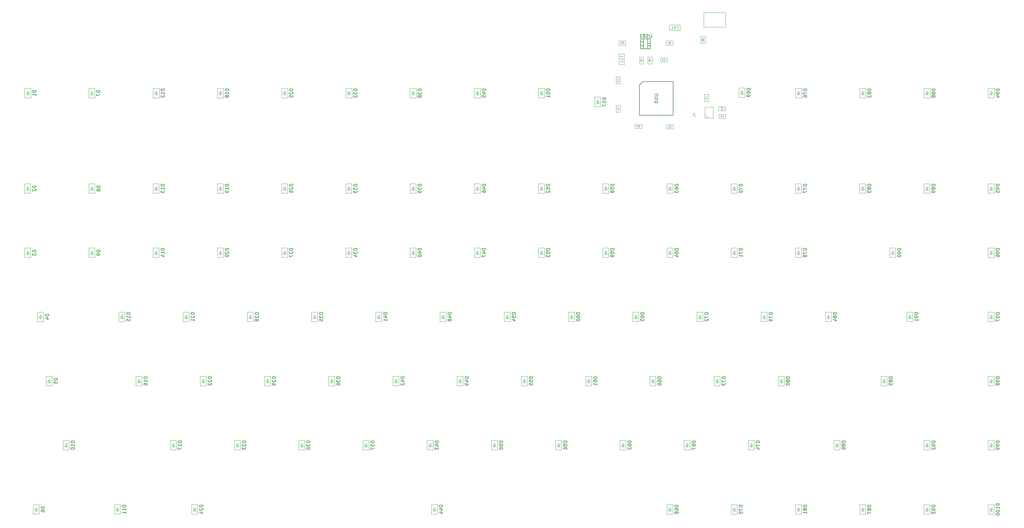
<source format=gbr>
G04 #@! TF.GenerationSoftware,KiCad,Pcbnew,(5.1.9)-1*
G04 #@! TF.CreationDate,2021-04-20T15:34:40+09:00*
G04 #@! TF.ProjectId,JupiterAdvanced,4a757069-7465-4724-9164-76616e636564,1*
G04 #@! TF.SameCoordinates,Original*
G04 #@! TF.FileFunction,Other,Fab,Bot*
%FSLAX46Y46*%
G04 Gerber Fmt 4.6, Leading zero omitted, Abs format (unit mm)*
G04 Created by KiCad (PCBNEW (5.1.9)-1) date 2021-04-20 15:34:40*
%MOMM*%
%LPD*%
G01*
G04 APERTURE LIST*
%ADD10C,0.100000*%
%ADD11C,0.120000*%
%ADD12C,0.150000*%
%ADD13C,0.080000*%
%ADD14C,0.105000*%
G04 APERTURE END LIST*
D10*
X272787500Y-88275000D02*
X272787500Y-86675000D01*
X272787500Y-86675000D02*
X269587500Y-86675000D01*
X269587500Y-86675000D02*
X269587500Y-88275000D01*
X269587500Y-88275000D02*
X272787500Y-88275000D01*
D11*
X279751720Y-83023820D02*
X279751720Y-87323820D01*
X286251720Y-83023820D02*
X286251720Y-87323820D01*
X286251720Y-87323820D02*
X279751720Y-87323820D01*
X286251720Y-83023820D02*
X279751720Y-83023820D01*
D12*
X261725000Y-103475000D02*
X260725000Y-104475000D01*
X270725000Y-103475000D02*
X261725000Y-103475000D01*
X270725000Y-113475000D02*
X270725000Y-103475000D01*
X260725000Y-113475000D02*
X270725000Y-113475000D01*
X260725000Y-104475000D02*
X260725000Y-113475000D01*
D10*
X260697420Y-98208580D02*
X261897420Y-98208580D01*
X261897420Y-98208580D02*
X261897420Y-96208580D01*
X261897420Y-96208580D02*
X260697420Y-96208580D01*
X260697420Y-96208580D02*
X260697420Y-98208580D01*
X263217100Y-98208580D02*
X264417100Y-98208580D01*
X264417100Y-98208580D02*
X264417100Y-96208580D01*
X264417100Y-96208580D02*
X263217100Y-96208580D01*
X263217100Y-96208580D02*
X263217100Y-98208580D01*
X281099100Y-114259520D02*
X280099100Y-113259520D01*
X282599100Y-111059520D02*
X282599100Y-114259520D01*
X280099100Y-111059520D02*
X282599100Y-111059520D01*
X280099100Y-114259520D02*
X280099100Y-111059520D01*
X282599100Y-114259520D02*
X280099100Y-114259520D01*
D12*
X261081860Y-92805340D02*
X261881860Y-92805340D01*
X261881860Y-91705340D02*
X261081860Y-91705340D01*
X263981860Y-92805340D02*
X263181860Y-92805340D01*
X263181860Y-92155340D02*
X263981860Y-92155340D01*
X263181860Y-93705340D02*
X263181860Y-90805340D01*
X261881860Y-90805340D02*
X261881860Y-93705340D01*
X263981860Y-90805340D02*
X261081860Y-90805340D01*
X263981860Y-93705340D02*
X263981860Y-90805340D01*
X261081860Y-93705340D02*
X263981860Y-93705340D01*
X261081860Y-90805340D02*
X261081860Y-93705340D01*
D10*
X280160020Y-92043520D02*
X280160020Y-90043520D01*
X278960020Y-92043520D02*
X280160020Y-92043520D01*
X278960020Y-90043520D02*
X278960020Y-92043520D01*
X280160020Y-90043520D02*
X278960020Y-90043520D01*
X261387500Y-116175000D02*
X259387500Y-116175000D01*
X261387500Y-117375000D02*
X261387500Y-116175000D01*
X259387500Y-117375000D02*
X261387500Y-117375000D01*
X259387500Y-116175000D02*
X259387500Y-117375000D01*
X254610120Y-92606420D02*
X256610120Y-92606420D01*
X254610120Y-91406420D02*
X254610120Y-92606420D01*
X256610120Y-91406420D02*
X254610120Y-91406420D01*
X256610120Y-92606420D02*
X256610120Y-91406420D01*
X270613620Y-91406420D02*
X268613620Y-91406420D01*
X270613620Y-92606420D02*
X270613620Y-91406420D01*
X268613620Y-92606420D02*
X270613620Y-92606420D01*
X268613620Y-91406420D02*
X268613620Y-92606420D01*
X254655420Y-95245120D02*
X254655420Y-98445120D01*
X256255420Y-95245120D02*
X254655420Y-95245120D01*
X256255420Y-98445120D02*
X256255420Y-95245120D01*
X254655420Y-98445120D02*
X256255420Y-98445120D01*
X365907120Y-231841620D02*
X365907120Y-229041620D01*
X365907120Y-229041620D02*
X364107120Y-229041620D01*
X364107120Y-229041620D02*
X364107120Y-231841620D01*
X364107120Y-231841620D02*
X365907120Y-231841620D01*
X365007120Y-231191620D02*
X365007120Y-230791620D01*
X365007120Y-230791620D02*
X365557120Y-230791620D01*
X365007120Y-230791620D02*
X364457120Y-230791620D01*
X365007120Y-230791620D02*
X365407120Y-230191620D01*
X365407120Y-230191620D02*
X364607120Y-230191620D01*
X364607120Y-230191620D02*
X365007120Y-230791620D01*
X365007120Y-230191620D02*
X365007120Y-229691620D01*
X365907120Y-212791620D02*
X365907120Y-209991620D01*
X365907120Y-209991620D02*
X364107120Y-209991620D01*
X364107120Y-209991620D02*
X364107120Y-212791620D01*
X364107120Y-212791620D02*
X365907120Y-212791620D01*
X365007120Y-212141620D02*
X365007120Y-211741620D01*
X365007120Y-211741620D02*
X365557120Y-211741620D01*
X365007120Y-211741620D02*
X364457120Y-211741620D01*
X365007120Y-211741620D02*
X365407120Y-211141620D01*
X365407120Y-211141620D02*
X364607120Y-211141620D01*
X364607120Y-211141620D02*
X365007120Y-211741620D01*
X365007120Y-211141620D02*
X365007120Y-210641620D01*
X365907120Y-193741620D02*
X365907120Y-190941620D01*
X365907120Y-190941620D02*
X364107120Y-190941620D01*
X364107120Y-190941620D02*
X364107120Y-193741620D01*
X364107120Y-193741620D02*
X365907120Y-193741620D01*
X365007120Y-193091620D02*
X365007120Y-192691620D01*
X365007120Y-192691620D02*
X365557120Y-192691620D01*
X365007120Y-192691620D02*
X364457120Y-192691620D01*
X365007120Y-192691620D02*
X365407120Y-192091620D01*
X365407120Y-192091620D02*
X364607120Y-192091620D01*
X364607120Y-192091620D02*
X365007120Y-192691620D01*
X365007120Y-192091620D02*
X365007120Y-191591620D01*
X365907120Y-174691620D02*
X365907120Y-171891620D01*
X365907120Y-171891620D02*
X364107120Y-171891620D01*
X364107120Y-171891620D02*
X364107120Y-174691620D01*
X364107120Y-174691620D02*
X365907120Y-174691620D01*
X365007120Y-174041620D02*
X365007120Y-173641620D01*
X365007120Y-173641620D02*
X365557120Y-173641620D01*
X365007120Y-173641620D02*
X364457120Y-173641620D01*
X365007120Y-173641620D02*
X365407120Y-173041620D01*
X365407120Y-173041620D02*
X364607120Y-173041620D01*
X364607120Y-173041620D02*
X365007120Y-173641620D01*
X365007120Y-173041620D02*
X365007120Y-172541620D01*
X365907120Y-155641620D02*
X365907120Y-152841620D01*
X365907120Y-152841620D02*
X364107120Y-152841620D01*
X364107120Y-152841620D02*
X364107120Y-155641620D01*
X364107120Y-155641620D02*
X365907120Y-155641620D01*
X365007120Y-154991620D02*
X365007120Y-154591620D01*
X365007120Y-154591620D02*
X365557120Y-154591620D01*
X365007120Y-154591620D02*
X364457120Y-154591620D01*
X365007120Y-154591620D02*
X365407120Y-153991620D01*
X365407120Y-153991620D02*
X364607120Y-153991620D01*
X364607120Y-153991620D02*
X365007120Y-154591620D01*
X365007120Y-153991620D02*
X365007120Y-153491620D01*
X365907120Y-136591620D02*
X365907120Y-133791620D01*
X365907120Y-133791620D02*
X364107120Y-133791620D01*
X364107120Y-133791620D02*
X364107120Y-136591620D01*
X364107120Y-136591620D02*
X365907120Y-136591620D01*
X365007120Y-135941620D02*
X365007120Y-135541620D01*
X365007120Y-135541620D02*
X365557120Y-135541620D01*
X365007120Y-135541620D02*
X364457120Y-135541620D01*
X365007120Y-135541620D02*
X365407120Y-134941620D01*
X365407120Y-134941620D02*
X364607120Y-134941620D01*
X364607120Y-134941620D02*
X365007120Y-135541620D01*
X365007120Y-134941620D02*
X365007120Y-134441620D01*
X365932520Y-108294820D02*
X365932520Y-105494820D01*
X365932520Y-105494820D02*
X364132520Y-105494820D01*
X364132520Y-105494820D02*
X364132520Y-108294820D01*
X364132520Y-108294820D02*
X365932520Y-108294820D01*
X365032520Y-107644820D02*
X365032520Y-107244820D01*
X365032520Y-107244820D02*
X365582520Y-107244820D01*
X365032520Y-107244820D02*
X364482520Y-107244820D01*
X365032520Y-107244820D02*
X365432520Y-106644820D01*
X365432520Y-106644820D02*
X364632520Y-106644820D01*
X364632520Y-106644820D02*
X365032520Y-107244820D01*
X365032520Y-106644820D02*
X365032520Y-106144820D01*
X346857120Y-231841620D02*
X346857120Y-229041620D01*
X346857120Y-229041620D02*
X345057120Y-229041620D01*
X345057120Y-229041620D02*
X345057120Y-231841620D01*
X345057120Y-231841620D02*
X346857120Y-231841620D01*
X345957120Y-231191620D02*
X345957120Y-230791620D01*
X345957120Y-230791620D02*
X346507120Y-230791620D01*
X345957120Y-230791620D02*
X345407120Y-230791620D01*
X345957120Y-230791620D02*
X346357120Y-230191620D01*
X346357120Y-230191620D02*
X345557120Y-230191620D01*
X345557120Y-230191620D02*
X345957120Y-230791620D01*
X345957120Y-230191620D02*
X345957120Y-229691620D01*
X346857120Y-212791620D02*
X346857120Y-209991620D01*
X346857120Y-209991620D02*
X345057120Y-209991620D01*
X345057120Y-209991620D02*
X345057120Y-212791620D01*
X345057120Y-212791620D02*
X346857120Y-212791620D01*
X345957120Y-212141620D02*
X345957120Y-211741620D01*
X345957120Y-211741620D02*
X346507120Y-211741620D01*
X345957120Y-211741620D02*
X345407120Y-211741620D01*
X345957120Y-211741620D02*
X346357120Y-211141620D01*
X346357120Y-211141620D02*
X345557120Y-211141620D01*
X345557120Y-211141620D02*
X345957120Y-211741620D01*
X345957120Y-211141620D02*
X345957120Y-210641620D01*
X341777120Y-174691620D02*
X341777120Y-171891620D01*
X341777120Y-171891620D02*
X339977120Y-171891620D01*
X339977120Y-171891620D02*
X339977120Y-174691620D01*
X339977120Y-174691620D02*
X341777120Y-174691620D01*
X340877120Y-174041620D02*
X340877120Y-173641620D01*
X340877120Y-173641620D02*
X341427120Y-173641620D01*
X340877120Y-173641620D02*
X340327120Y-173641620D01*
X340877120Y-173641620D02*
X341277120Y-173041620D01*
X341277120Y-173041620D02*
X340477120Y-173041620D01*
X340477120Y-173041620D02*
X340877120Y-173641620D01*
X340877120Y-173041620D02*
X340877120Y-172541620D01*
X336697120Y-155641620D02*
X336697120Y-152841620D01*
X336697120Y-152841620D02*
X334897120Y-152841620D01*
X334897120Y-152841620D02*
X334897120Y-155641620D01*
X334897120Y-155641620D02*
X336697120Y-155641620D01*
X335797120Y-154991620D02*
X335797120Y-154591620D01*
X335797120Y-154591620D02*
X336347120Y-154591620D01*
X335797120Y-154591620D02*
X335247120Y-154591620D01*
X335797120Y-154591620D02*
X336197120Y-153991620D01*
X336197120Y-153991620D02*
X335397120Y-153991620D01*
X335397120Y-153991620D02*
X335797120Y-154591620D01*
X335797120Y-153991620D02*
X335797120Y-153491620D01*
X346857120Y-136591620D02*
X346857120Y-133791620D01*
X346857120Y-133791620D02*
X345057120Y-133791620D01*
X345057120Y-133791620D02*
X345057120Y-136591620D01*
X345057120Y-136591620D02*
X346857120Y-136591620D01*
X345957120Y-135941620D02*
X345957120Y-135541620D01*
X345957120Y-135541620D02*
X346507120Y-135541620D01*
X345957120Y-135541620D02*
X345407120Y-135541620D01*
X345957120Y-135541620D02*
X346357120Y-134941620D01*
X346357120Y-134941620D02*
X345557120Y-134941620D01*
X345557120Y-134941620D02*
X345957120Y-135541620D01*
X345957120Y-134941620D02*
X345957120Y-134441620D01*
X346882520Y-108294820D02*
X346882520Y-105494820D01*
X346882520Y-105494820D02*
X345082520Y-105494820D01*
X345082520Y-105494820D02*
X345082520Y-108294820D01*
X345082520Y-108294820D02*
X346882520Y-108294820D01*
X345982520Y-107644820D02*
X345982520Y-107244820D01*
X345982520Y-107244820D02*
X346532520Y-107244820D01*
X345982520Y-107244820D02*
X345432520Y-107244820D01*
X345982520Y-107244820D02*
X346382520Y-106644820D01*
X346382520Y-106644820D02*
X345582520Y-106644820D01*
X345582520Y-106644820D02*
X345982520Y-107244820D01*
X345982520Y-106644820D02*
X345982520Y-106144820D01*
X327807120Y-231841620D02*
X327807120Y-229041620D01*
X327807120Y-229041620D02*
X326007120Y-229041620D01*
X326007120Y-229041620D02*
X326007120Y-231841620D01*
X326007120Y-231841620D02*
X327807120Y-231841620D01*
X326907120Y-231191620D02*
X326907120Y-230791620D01*
X326907120Y-230791620D02*
X327457120Y-230791620D01*
X326907120Y-230791620D02*
X326357120Y-230791620D01*
X326907120Y-230791620D02*
X327307120Y-230191620D01*
X327307120Y-230191620D02*
X326507120Y-230191620D01*
X326507120Y-230191620D02*
X326907120Y-230791620D01*
X326907120Y-230191620D02*
X326907120Y-229691620D01*
X320187120Y-212791620D02*
X320187120Y-209991620D01*
X320187120Y-209991620D02*
X318387120Y-209991620D01*
X318387120Y-209991620D02*
X318387120Y-212791620D01*
X318387120Y-212791620D02*
X320187120Y-212791620D01*
X319287120Y-212141620D02*
X319287120Y-211741620D01*
X319287120Y-211741620D02*
X319837120Y-211741620D01*
X319287120Y-211741620D02*
X318737120Y-211741620D01*
X319287120Y-211741620D02*
X319687120Y-211141620D01*
X319687120Y-211141620D02*
X318887120Y-211141620D01*
X318887120Y-211141620D02*
X319287120Y-211741620D01*
X319287120Y-211141620D02*
X319287120Y-210641620D01*
X334157120Y-193741620D02*
X334157120Y-190941620D01*
X334157120Y-190941620D02*
X332357120Y-190941620D01*
X332357120Y-190941620D02*
X332357120Y-193741620D01*
X332357120Y-193741620D02*
X334157120Y-193741620D01*
X333257120Y-193091620D02*
X333257120Y-192691620D01*
X333257120Y-192691620D02*
X333807120Y-192691620D01*
X333257120Y-192691620D02*
X332707120Y-192691620D01*
X333257120Y-192691620D02*
X333657120Y-192091620D01*
X333657120Y-192091620D02*
X332857120Y-192091620D01*
X332857120Y-192091620D02*
X333257120Y-192691620D01*
X333257120Y-192091620D02*
X333257120Y-191591620D01*
X317647120Y-174691620D02*
X317647120Y-171891620D01*
X317647120Y-171891620D02*
X315847120Y-171891620D01*
X315847120Y-171891620D02*
X315847120Y-174691620D01*
X315847120Y-174691620D02*
X317647120Y-174691620D01*
X316747120Y-174041620D02*
X316747120Y-173641620D01*
X316747120Y-173641620D02*
X317297120Y-173641620D01*
X316747120Y-173641620D02*
X316197120Y-173641620D01*
X316747120Y-173641620D02*
X317147120Y-173041620D01*
X317147120Y-173041620D02*
X316347120Y-173041620D01*
X316347120Y-173041620D02*
X316747120Y-173641620D01*
X316747120Y-173041620D02*
X316747120Y-172541620D01*
X327807120Y-136591620D02*
X327807120Y-133791620D01*
X327807120Y-133791620D02*
X326007120Y-133791620D01*
X326007120Y-133791620D02*
X326007120Y-136591620D01*
X326007120Y-136591620D02*
X327807120Y-136591620D01*
X326907120Y-135941620D02*
X326907120Y-135541620D01*
X326907120Y-135541620D02*
X327457120Y-135541620D01*
X326907120Y-135541620D02*
X326357120Y-135541620D01*
X326907120Y-135541620D02*
X327307120Y-134941620D01*
X327307120Y-134941620D02*
X326507120Y-134941620D01*
X326507120Y-134941620D02*
X326907120Y-135541620D01*
X326907120Y-134941620D02*
X326907120Y-134441620D01*
X327832520Y-108294820D02*
X327832520Y-105494820D01*
X327832520Y-105494820D02*
X326032520Y-105494820D01*
X326032520Y-105494820D02*
X326032520Y-108294820D01*
X326032520Y-108294820D02*
X327832520Y-108294820D01*
X326932520Y-107644820D02*
X326932520Y-107244820D01*
X326932520Y-107244820D02*
X327482520Y-107244820D01*
X326932520Y-107244820D02*
X326382520Y-107244820D01*
X326932520Y-107244820D02*
X327332520Y-106644820D01*
X327332520Y-106644820D02*
X326532520Y-106644820D01*
X326532520Y-106644820D02*
X326932520Y-107244820D01*
X326932520Y-106644820D02*
X326932520Y-106144820D01*
X308757120Y-231841620D02*
X308757120Y-229041620D01*
X308757120Y-229041620D02*
X306957120Y-229041620D01*
X306957120Y-229041620D02*
X306957120Y-231841620D01*
X306957120Y-231841620D02*
X308757120Y-231841620D01*
X307857120Y-231191620D02*
X307857120Y-230791620D01*
X307857120Y-230791620D02*
X308407120Y-230791620D01*
X307857120Y-230791620D02*
X307307120Y-230791620D01*
X307857120Y-230791620D02*
X308257120Y-230191620D01*
X308257120Y-230191620D02*
X307457120Y-230191620D01*
X307457120Y-230191620D02*
X307857120Y-230791620D01*
X307857120Y-230191620D02*
X307857120Y-229691620D01*
X303677120Y-193741620D02*
X303677120Y-190941620D01*
X303677120Y-190941620D02*
X301877120Y-190941620D01*
X301877120Y-190941620D02*
X301877120Y-193741620D01*
X301877120Y-193741620D02*
X303677120Y-193741620D01*
X302777120Y-193091620D02*
X302777120Y-192691620D01*
X302777120Y-192691620D02*
X303327120Y-192691620D01*
X302777120Y-192691620D02*
X302227120Y-192691620D01*
X302777120Y-192691620D02*
X303177120Y-192091620D01*
X303177120Y-192091620D02*
X302377120Y-192091620D01*
X302377120Y-192091620D02*
X302777120Y-192691620D01*
X302777120Y-192091620D02*
X302777120Y-191591620D01*
X298597120Y-174691620D02*
X298597120Y-171891620D01*
X298597120Y-171891620D02*
X296797120Y-171891620D01*
X296797120Y-171891620D02*
X296797120Y-174691620D01*
X296797120Y-174691620D02*
X298597120Y-174691620D01*
X297697120Y-174041620D02*
X297697120Y-173641620D01*
X297697120Y-173641620D02*
X298247120Y-173641620D01*
X297697120Y-173641620D02*
X297147120Y-173641620D01*
X297697120Y-173641620D02*
X298097120Y-173041620D01*
X298097120Y-173041620D02*
X297297120Y-173041620D01*
X297297120Y-173041620D02*
X297697120Y-173641620D01*
X297697120Y-173041620D02*
X297697120Y-172541620D01*
X308757120Y-155641620D02*
X308757120Y-152841620D01*
X308757120Y-152841620D02*
X306957120Y-152841620D01*
X306957120Y-152841620D02*
X306957120Y-155641620D01*
X306957120Y-155641620D02*
X308757120Y-155641620D01*
X307857120Y-154991620D02*
X307857120Y-154591620D01*
X307857120Y-154591620D02*
X308407120Y-154591620D01*
X307857120Y-154591620D02*
X307307120Y-154591620D01*
X307857120Y-154591620D02*
X308257120Y-153991620D01*
X308257120Y-153991620D02*
X307457120Y-153991620D01*
X307457120Y-153991620D02*
X307857120Y-154591620D01*
X307857120Y-153991620D02*
X307857120Y-153491620D01*
X308757120Y-136591620D02*
X308757120Y-133791620D01*
X308757120Y-133791620D02*
X306957120Y-133791620D01*
X306957120Y-133791620D02*
X306957120Y-136591620D01*
X306957120Y-136591620D02*
X308757120Y-136591620D01*
X307857120Y-135941620D02*
X307857120Y-135541620D01*
X307857120Y-135541620D02*
X308407120Y-135541620D01*
X307857120Y-135541620D02*
X307307120Y-135541620D01*
X307857120Y-135541620D02*
X308257120Y-134941620D01*
X308257120Y-134941620D02*
X307457120Y-134941620D01*
X307457120Y-134941620D02*
X307857120Y-135541620D01*
X307857120Y-134941620D02*
X307857120Y-134441620D01*
X308782520Y-108294820D02*
X308782520Y-105494820D01*
X308782520Y-105494820D02*
X306982520Y-105494820D01*
X306982520Y-105494820D02*
X306982520Y-108294820D01*
X306982520Y-108294820D02*
X308782520Y-108294820D01*
X307882520Y-107644820D02*
X307882520Y-107244820D01*
X307882520Y-107244820D02*
X308432520Y-107244820D01*
X307882520Y-107244820D02*
X307332520Y-107244820D01*
X307882520Y-107244820D02*
X308282520Y-106644820D01*
X308282520Y-106644820D02*
X307482520Y-106644820D01*
X307482520Y-106644820D02*
X307882520Y-107244820D01*
X307882520Y-106644820D02*
X307882520Y-106144820D01*
X289707120Y-231841620D02*
X289707120Y-229041620D01*
X289707120Y-229041620D02*
X287907120Y-229041620D01*
X287907120Y-229041620D02*
X287907120Y-231841620D01*
X287907120Y-231841620D02*
X289707120Y-231841620D01*
X288807120Y-231191620D02*
X288807120Y-230791620D01*
X288807120Y-230791620D02*
X289357120Y-230791620D01*
X288807120Y-230791620D02*
X288257120Y-230791620D01*
X288807120Y-230791620D02*
X289207120Y-230191620D01*
X289207120Y-230191620D02*
X288407120Y-230191620D01*
X288407120Y-230191620D02*
X288807120Y-230791620D01*
X288807120Y-230191620D02*
X288807120Y-229691620D01*
X294787120Y-212791620D02*
X294787120Y-209991620D01*
X294787120Y-209991620D02*
X292987120Y-209991620D01*
X292987120Y-209991620D02*
X292987120Y-212791620D01*
X292987120Y-212791620D02*
X294787120Y-212791620D01*
X293887120Y-212141620D02*
X293887120Y-211741620D01*
X293887120Y-211741620D02*
X294437120Y-211741620D01*
X293887120Y-211741620D02*
X293337120Y-211741620D01*
X293887120Y-211741620D02*
X294287120Y-211141620D01*
X294287120Y-211141620D02*
X293487120Y-211141620D01*
X293487120Y-211141620D02*
X293887120Y-211741620D01*
X293887120Y-211141620D02*
X293887120Y-210641620D01*
X284627120Y-193741620D02*
X284627120Y-190941620D01*
X284627120Y-190941620D02*
X282827120Y-190941620D01*
X282827120Y-190941620D02*
X282827120Y-193741620D01*
X282827120Y-193741620D02*
X284627120Y-193741620D01*
X283727120Y-193091620D02*
X283727120Y-192691620D01*
X283727120Y-192691620D02*
X284277120Y-192691620D01*
X283727120Y-192691620D02*
X283177120Y-192691620D01*
X283727120Y-192691620D02*
X284127120Y-192091620D01*
X284127120Y-192091620D02*
X283327120Y-192091620D01*
X283327120Y-192091620D02*
X283727120Y-192691620D01*
X283727120Y-192091620D02*
X283727120Y-191591620D01*
X279547120Y-174691620D02*
X279547120Y-171891620D01*
X279547120Y-171891620D02*
X277747120Y-171891620D01*
X277747120Y-171891620D02*
X277747120Y-174691620D01*
X277747120Y-174691620D02*
X279547120Y-174691620D01*
X278647120Y-174041620D02*
X278647120Y-173641620D01*
X278647120Y-173641620D02*
X279197120Y-173641620D01*
X278647120Y-173641620D02*
X278097120Y-173641620D01*
X278647120Y-173641620D02*
X279047120Y-173041620D01*
X279047120Y-173041620D02*
X278247120Y-173041620D01*
X278247120Y-173041620D02*
X278647120Y-173641620D01*
X278647120Y-173041620D02*
X278647120Y-172541620D01*
X289707120Y-155641620D02*
X289707120Y-152841620D01*
X289707120Y-152841620D02*
X287907120Y-152841620D01*
X287907120Y-152841620D02*
X287907120Y-155641620D01*
X287907120Y-155641620D02*
X289707120Y-155641620D01*
X288807120Y-154991620D02*
X288807120Y-154591620D01*
X288807120Y-154591620D02*
X289357120Y-154591620D01*
X288807120Y-154591620D02*
X288257120Y-154591620D01*
X288807120Y-154591620D02*
X289207120Y-153991620D01*
X289207120Y-153991620D02*
X288407120Y-153991620D01*
X288407120Y-153991620D02*
X288807120Y-154591620D01*
X288807120Y-153991620D02*
X288807120Y-153491620D01*
X289707120Y-136591620D02*
X289707120Y-133791620D01*
X289707120Y-133791620D02*
X287907120Y-133791620D01*
X287907120Y-133791620D02*
X287907120Y-136591620D01*
X287907120Y-136591620D02*
X289707120Y-136591620D01*
X288807120Y-135941620D02*
X288807120Y-135541620D01*
X288807120Y-135541620D02*
X289357120Y-135541620D01*
X288807120Y-135541620D02*
X288257120Y-135541620D01*
X288807120Y-135541620D02*
X289207120Y-134941620D01*
X289207120Y-134941620D02*
X288407120Y-134941620D01*
X288407120Y-134941620D02*
X288807120Y-135541620D01*
X288807120Y-134941620D02*
X288807120Y-134441620D01*
X291985020Y-108113020D02*
X291985020Y-105313020D01*
X291985020Y-105313020D02*
X290185020Y-105313020D01*
X290185020Y-105313020D02*
X290185020Y-108113020D01*
X290185020Y-108113020D02*
X291985020Y-108113020D01*
X291085020Y-107463020D02*
X291085020Y-107063020D01*
X291085020Y-107063020D02*
X291635020Y-107063020D01*
X291085020Y-107063020D02*
X290535020Y-107063020D01*
X291085020Y-107063020D02*
X291485020Y-106463020D01*
X291485020Y-106463020D02*
X290685020Y-106463020D01*
X290685020Y-106463020D02*
X291085020Y-107063020D01*
X291085020Y-106463020D02*
X291085020Y-105963020D01*
X270657120Y-231841620D02*
X270657120Y-229041620D01*
X270657120Y-229041620D02*
X268857120Y-229041620D01*
X268857120Y-229041620D02*
X268857120Y-231841620D01*
X268857120Y-231841620D02*
X270657120Y-231841620D01*
X269757120Y-231191620D02*
X269757120Y-230791620D01*
X269757120Y-230791620D02*
X270307120Y-230791620D01*
X269757120Y-230791620D02*
X269207120Y-230791620D01*
X269757120Y-230791620D02*
X270157120Y-230191620D01*
X270157120Y-230191620D02*
X269357120Y-230191620D01*
X269357120Y-230191620D02*
X269757120Y-230791620D01*
X269757120Y-230191620D02*
X269757120Y-229691620D01*
X275737120Y-212791620D02*
X275737120Y-209991620D01*
X275737120Y-209991620D02*
X273937120Y-209991620D01*
X273937120Y-209991620D02*
X273937120Y-212791620D01*
X273937120Y-212791620D02*
X275737120Y-212791620D01*
X274837120Y-212141620D02*
X274837120Y-211741620D01*
X274837120Y-211741620D02*
X275387120Y-211741620D01*
X274837120Y-211741620D02*
X274287120Y-211741620D01*
X274837120Y-211741620D02*
X275237120Y-211141620D01*
X275237120Y-211141620D02*
X274437120Y-211141620D01*
X274437120Y-211141620D02*
X274837120Y-211741620D01*
X274837120Y-211141620D02*
X274837120Y-210641620D01*
X265577120Y-193741620D02*
X265577120Y-190941620D01*
X265577120Y-190941620D02*
X263777120Y-190941620D01*
X263777120Y-190941620D02*
X263777120Y-193741620D01*
X263777120Y-193741620D02*
X265577120Y-193741620D01*
X264677120Y-193091620D02*
X264677120Y-192691620D01*
X264677120Y-192691620D02*
X265227120Y-192691620D01*
X264677120Y-192691620D02*
X264127120Y-192691620D01*
X264677120Y-192691620D02*
X265077120Y-192091620D01*
X265077120Y-192091620D02*
X264277120Y-192091620D01*
X264277120Y-192091620D02*
X264677120Y-192691620D01*
X264677120Y-192091620D02*
X264677120Y-191591620D01*
X260497120Y-174691620D02*
X260497120Y-171891620D01*
X260497120Y-171891620D02*
X258697120Y-171891620D01*
X258697120Y-171891620D02*
X258697120Y-174691620D01*
X258697120Y-174691620D02*
X260497120Y-174691620D01*
X259597120Y-174041620D02*
X259597120Y-173641620D01*
X259597120Y-173641620D02*
X260147120Y-173641620D01*
X259597120Y-173641620D02*
X259047120Y-173641620D01*
X259597120Y-173641620D02*
X259997120Y-173041620D01*
X259997120Y-173041620D02*
X259197120Y-173041620D01*
X259197120Y-173041620D02*
X259597120Y-173641620D01*
X259597120Y-173041620D02*
X259597120Y-172541620D01*
X270657120Y-155641620D02*
X270657120Y-152841620D01*
X270657120Y-152841620D02*
X268857120Y-152841620D01*
X268857120Y-152841620D02*
X268857120Y-155641620D01*
X268857120Y-155641620D02*
X270657120Y-155641620D01*
X269757120Y-154991620D02*
X269757120Y-154591620D01*
X269757120Y-154591620D02*
X270307120Y-154591620D01*
X269757120Y-154591620D02*
X269207120Y-154591620D01*
X269757120Y-154591620D02*
X270157120Y-153991620D01*
X270157120Y-153991620D02*
X269357120Y-153991620D01*
X269357120Y-153991620D02*
X269757120Y-154591620D01*
X269757120Y-153991620D02*
X269757120Y-153491620D01*
X270657120Y-136591620D02*
X270657120Y-133791620D01*
X270657120Y-133791620D02*
X268857120Y-133791620D01*
X268857120Y-133791620D02*
X268857120Y-136591620D01*
X268857120Y-136591620D02*
X270657120Y-136591620D01*
X269757120Y-135941620D02*
X269757120Y-135541620D01*
X269757120Y-135541620D02*
X270307120Y-135541620D01*
X269757120Y-135541620D02*
X269207120Y-135541620D01*
X269757120Y-135541620D02*
X270157120Y-134941620D01*
X270157120Y-134941620D02*
X269357120Y-134941620D01*
X269357120Y-134941620D02*
X269757120Y-135541620D01*
X269757120Y-134941620D02*
X269757120Y-134441620D01*
X256687120Y-212791620D02*
X256687120Y-209991620D01*
X256687120Y-209991620D02*
X254887120Y-209991620D01*
X254887120Y-209991620D02*
X254887120Y-212791620D01*
X254887120Y-212791620D02*
X256687120Y-212791620D01*
X255787120Y-212141620D02*
X255787120Y-211741620D01*
X255787120Y-211741620D02*
X256337120Y-211741620D01*
X255787120Y-211741620D02*
X255237120Y-211741620D01*
X255787120Y-211741620D02*
X256187120Y-211141620D01*
X256187120Y-211141620D02*
X255387120Y-211141620D01*
X255387120Y-211141620D02*
X255787120Y-211741620D01*
X255787120Y-211141620D02*
X255787120Y-210641620D01*
X246527120Y-193741620D02*
X246527120Y-190941620D01*
X246527120Y-190941620D02*
X244727120Y-190941620D01*
X244727120Y-190941620D02*
X244727120Y-193741620D01*
X244727120Y-193741620D02*
X246527120Y-193741620D01*
X245627120Y-193091620D02*
X245627120Y-192691620D01*
X245627120Y-192691620D02*
X246177120Y-192691620D01*
X245627120Y-192691620D02*
X245077120Y-192691620D01*
X245627120Y-192691620D02*
X246027120Y-192091620D01*
X246027120Y-192091620D02*
X245227120Y-192091620D01*
X245227120Y-192091620D02*
X245627120Y-192691620D01*
X245627120Y-192091620D02*
X245627120Y-191591620D01*
X241447120Y-174691620D02*
X241447120Y-171891620D01*
X241447120Y-171891620D02*
X239647120Y-171891620D01*
X239647120Y-171891620D02*
X239647120Y-174691620D01*
X239647120Y-174691620D02*
X241447120Y-174691620D01*
X240547120Y-174041620D02*
X240547120Y-173641620D01*
X240547120Y-173641620D02*
X241097120Y-173641620D01*
X240547120Y-173641620D02*
X239997120Y-173641620D01*
X240547120Y-173641620D02*
X240947120Y-173041620D01*
X240947120Y-173041620D02*
X240147120Y-173041620D01*
X240147120Y-173041620D02*
X240547120Y-173641620D01*
X240547120Y-173041620D02*
X240547120Y-172541620D01*
X251607120Y-155641620D02*
X251607120Y-152841620D01*
X251607120Y-152841620D02*
X249807120Y-152841620D01*
X249807120Y-152841620D02*
X249807120Y-155641620D01*
X249807120Y-155641620D02*
X251607120Y-155641620D01*
X250707120Y-154991620D02*
X250707120Y-154591620D01*
X250707120Y-154591620D02*
X251257120Y-154591620D01*
X250707120Y-154591620D02*
X250157120Y-154591620D01*
X250707120Y-154591620D02*
X251107120Y-153991620D01*
X251107120Y-153991620D02*
X250307120Y-153991620D01*
X250307120Y-153991620D02*
X250707120Y-154591620D01*
X250707120Y-153991620D02*
X250707120Y-153491620D01*
X251607120Y-136591620D02*
X251607120Y-133791620D01*
X251607120Y-133791620D02*
X249807120Y-133791620D01*
X249807120Y-133791620D02*
X249807120Y-136591620D01*
X249807120Y-136591620D02*
X251607120Y-136591620D01*
X250707120Y-135941620D02*
X250707120Y-135541620D01*
X250707120Y-135541620D02*
X251257120Y-135541620D01*
X250707120Y-135541620D02*
X250157120Y-135541620D01*
X250707120Y-135541620D02*
X251107120Y-134941620D01*
X251107120Y-134941620D02*
X250307120Y-134941620D01*
X250307120Y-134941620D02*
X250707120Y-135541620D01*
X250707120Y-134941620D02*
X250707120Y-134441620D01*
X249230720Y-110897860D02*
X249230720Y-108097860D01*
X249230720Y-108097860D02*
X247430720Y-108097860D01*
X247430720Y-108097860D02*
X247430720Y-110897860D01*
X247430720Y-110897860D02*
X249230720Y-110897860D01*
X248330720Y-110247860D02*
X248330720Y-109847860D01*
X248330720Y-109847860D02*
X248880720Y-109847860D01*
X248330720Y-109847860D02*
X247780720Y-109847860D01*
X248330720Y-109847860D02*
X248730720Y-109247860D01*
X248730720Y-109247860D02*
X247930720Y-109247860D01*
X247930720Y-109247860D02*
X248330720Y-109847860D01*
X248330720Y-109247860D02*
X248330720Y-108747860D01*
X237637120Y-212791620D02*
X237637120Y-209991620D01*
X237637120Y-209991620D02*
X235837120Y-209991620D01*
X235837120Y-209991620D02*
X235837120Y-212791620D01*
X235837120Y-212791620D02*
X237637120Y-212791620D01*
X236737120Y-212141620D02*
X236737120Y-211741620D01*
X236737120Y-211741620D02*
X237287120Y-211741620D01*
X236737120Y-211741620D02*
X236187120Y-211741620D01*
X236737120Y-211741620D02*
X237137120Y-211141620D01*
X237137120Y-211141620D02*
X236337120Y-211141620D01*
X236337120Y-211141620D02*
X236737120Y-211741620D01*
X236737120Y-211141620D02*
X236737120Y-210641620D01*
X227477120Y-193741620D02*
X227477120Y-190941620D01*
X227477120Y-190941620D02*
X225677120Y-190941620D01*
X225677120Y-190941620D02*
X225677120Y-193741620D01*
X225677120Y-193741620D02*
X227477120Y-193741620D01*
X226577120Y-193091620D02*
X226577120Y-192691620D01*
X226577120Y-192691620D02*
X227127120Y-192691620D01*
X226577120Y-192691620D02*
X226027120Y-192691620D01*
X226577120Y-192691620D02*
X226977120Y-192091620D01*
X226977120Y-192091620D02*
X226177120Y-192091620D01*
X226177120Y-192091620D02*
X226577120Y-192691620D01*
X226577120Y-192091620D02*
X226577120Y-191591620D01*
X222397120Y-174691620D02*
X222397120Y-171891620D01*
X222397120Y-171891620D02*
X220597120Y-171891620D01*
X220597120Y-171891620D02*
X220597120Y-174691620D01*
X220597120Y-174691620D02*
X222397120Y-174691620D01*
X221497120Y-174041620D02*
X221497120Y-173641620D01*
X221497120Y-173641620D02*
X222047120Y-173641620D01*
X221497120Y-173641620D02*
X220947120Y-173641620D01*
X221497120Y-173641620D02*
X221897120Y-173041620D01*
X221897120Y-173041620D02*
X221097120Y-173041620D01*
X221097120Y-173041620D02*
X221497120Y-173641620D01*
X221497120Y-173041620D02*
X221497120Y-172541620D01*
X232557120Y-155641620D02*
X232557120Y-152841620D01*
X232557120Y-152841620D02*
X230757120Y-152841620D01*
X230757120Y-152841620D02*
X230757120Y-155641620D01*
X230757120Y-155641620D02*
X232557120Y-155641620D01*
X231657120Y-154991620D02*
X231657120Y-154591620D01*
X231657120Y-154591620D02*
X232207120Y-154591620D01*
X231657120Y-154591620D02*
X231107120Y-154591620D01*
X231657120Y-154591620D02*
X232057120Y-153991620D01*
X232057120Y-153991620D02*
X231257120Y-153991620D01*
X231257120Y-153991620D02*
X231657120Y-154591620D01*
X231657120Y-153991620D02*
X231657120Y-153491620D01*
X232557120Y-136591620D02*
X232557120Y-133791620D01*
X232557120Y-133791620D02*
X230757120Y-133791620D01*
X230757120Y-133791620D02*
X230757120Y-136591620D01*
X230757120Y-136591620D02*
X232557120Y-136591620D01*
X231657120Y-135941620D02*
X231657120Y-135541620D01*
X231657120Y-135541620D02*
X232207120Y-135541620D01*
X231657120Y-135541620D02*
X231107120Y-135541620D01*
X231657120Y-135541620D02*
X232057120Y-134941620D01*
X232057120Y-134941620D02*
X231257120Y-134941620D01*
X231257120Y-134941620D02*
X231657120Y-135541620D01*
X231657120Y-134941620D02*
X231657120Y-134441620D01*
X232582520Y-108294820D02*
X232582520Y-105494820D01*
X232582520Y-105494820D02*
X230782520Y-105494820D01*
X230782520Y-105494820D02*
X230782520Y-108294820D01*
X230782520Y-108294820D02*
X232582520Y-108294820D01*
X231682520Y-107644820D02*
X231682520Y-107244820D01*
X231682520Y-107244820D02*
X232232520Y-107244820D01*
X231682520Y-107244820D02*
X231132520Y-107244820D01*
X231682520Y-107244820D02*
X232082520Y-106644820D01*
X232082520Y-106644820D02*
X231282520Y-106644820D01*
X231282520Y-106644820D02*
X231682520Y-107244820D01*
X231682520Y-106644820D02*
X231682520Y-106144820D01*
X218587120Y-212791620D02*
X218587120Y-209991620D01*
X218587120Y-209991620D02*
X216787120Y-209991620D01*
X216787120Y-209991620D02*
X216787120Y-212791620D01*
X216787120Y-212791620D02*
X218587120Y-212791620D01*
X217687120Y-212141620D02*
X217687120Y-211741620D01*
X217687120Y-211741620D02*
X218237120Y-211741620D01*
X217687120Y-211741620D02*
X217137120Y-211741620D01*
X217687120Y-211741620D02*
X218087120Y-211141620D01*
X218087120Y-211141620D02*
X217287120Y-211141620D01*
X217287120Y-211141620D02*
X217687120Y-211741620D01*
X217687120Y-211141620D02*
X217687120Y-210641620D01*
X208427120Y-193741620D02*
X208427120Y-190941620D01*
X208427120Y-190941620D02*
X206627120Y-190941620D01*
X206627120Y-190941620D02*
X206627120Y-193741620D01*
X206627120Y-193741620D02*
X208427120Y-193741620D01*
X207527120Y-193091620D02*
X207527120Y-192691620D01*
X207527120Y-192691620D02*
X208077120Y-192691620D01*
X207527120Y-192691620D02*
X206977120Y-192691620D01*
X207527120Y-192691620D02*
X207927120Y-192091620D01*
X207927120Y-192091620D02*
X207127120Y-192091620D01*
X207127120Y-192091620D02*
X207527120Y-192691620D01*
X207527120Y-192091620D02*
X207527120Y-191591620D01*
X203347120Y-174691620D02*
X203347120Y-171891620D01*
X203347120Y-171891620D02*
X201547120Y-171891620D01*
X201547120Y-171891620D02*
X201547120Y-174691620D01*
X201547120Y-174691620D02*
X203347120Y-174691620D01*
X202447120Y-174041620D02*
X202447120Y-173641620D01*
X202447120Y-173641620D02*
X202997120Y-173641620D01*
X202447120Y-173641620D02*
X201897120Y-173641620D01*
X202447120Y-173641620D02*
X202847120Y-173041620D01*
X202847120Y-173041620D02*
X202047120Y-173041620D01*
X202047120Y-173041620D02*
X202447120Y-173641620D01*
X202447120Y-173041620D02*
X202447120Y-172541620D01*
X213507120Y-155641620D02*
X213507120Y-152841620D01*
X213507120Y-152841620D02*
X211707120Y-152841620D01*
X211707120Y-152841620D02*
X211707120Y-155641620D01*
X211707120Y-155641620D02*
X213507120Y-155641620D01*
X212607120Y-154991620D02*
X212607120Y-154591620D01*
X212607120Y-154591620D02*
X213157120Y-154591620D01*
X212607120Y-154591620D02*
X212057120Y-154591620D01*
X212607120Y-154591620D02*
X213007120Y-153991620D01*
X213007120Y-153991620D02*
X212207120Y-153991620D01*
X212207120Y-153991620D02*
X212607120Y-154591620D01*
X212607120Y-153991620D02*
X212607120Y-153491620D01*
X213507120Y-136591620D02*
X213507120Y-133791620D01*
X213507120Y-133791620D02*
X211707120Y-133791620D01*
X211707120Y-133791620D02*
X211707120Y-136591620D01*
X211707120Y-136591620D02*
X213507120Y-136591620D01*
X212607120Y-135941620D02*
X212607120Y-135541620D01*
X212607120Y-135541620D02*
X213157120Y-135541620D01*
X212607120Y-135541620D02*
X212057120Y-135541620D01*
X212607120Y-135541620D02*
X213007120Y-134941620D01*
X213007120Y-134941620D02*
X212207120Y-134941620D01*
X212207120Y-134941620D02*
X212607120Y-135541620D01*
X212607120Y-134941620D02*
X212607120Y-134441620D01*
X213532520Y-108294820D02*
X213532520Y-105494820D01*
X213532520Y-105494820D02*
X211732520Y-105494820D01*
X211732520Y-105494820D02*
X211732520Y-108294820D01*
X211732520Y-108294820D02*
X213532520Y-108294820D01*
X212632520Y-107644820D02*
X212632520Y-107244820D01*
X212632520Y-107244820D02*
X213182520Y-107244820D01*
X212632520Y-107244820D02*
X212082520Y-107244820D01*
X212632520Y-107244820D02*
X213032520Y-106644820D01*
X213032520Y-106644820D02*
X212232520Y-106644820D01*
X212232520Y-106644820D02*
X212632520Y-107244820D01*
X212632520Y-106644820D02*
X212632520Y-106144820D01*
X200807120Y-231841620D02*
X200807120Y-229041620D01*
X200807120Y-229041620D02*
X199007120Y-229041620D01*
X199007120Y-229041620D02*
X199007120Y-231841620D01*
X199007120Y-231841620D02*
X200807120Y-231841620D01*
X199907120Y-231191620D02*
X199907120Y-230791620D01*
X199907120Y-230791620D02*
X200457120Y-230791620D01*
X199907120Y-230791620D02*
X199357120Y-230791620D01*
X199907120Y-230791620D02*
X200307120Y-230191620D01*
X200307120Y-230191620D02*
X199507120Y-230191620D01*
X199507120Y-230191620D02*
X199907120Y-230791620D01*
X199907120Y-230191620D02*
X199907120Y-229691620D01*
X199537120Y-212791620D02*
X199537120Y-209991620D01*
X199537120Y-209991620D02*
X197737120Y-209991620D01*
X197737120Y-209991620D02*
X197737120Y-212791620D01*
X197737120Y-212791620D02*
X199537120Y-212791620D01*
X198637120Y-212141620D02*
X198637120Y-211741620D01*
X198637120Y-211741620D02*
X199187120Y-211741620D01*
X198637120Y-211741620D02*
X198087120Y-211741620D01*
X198637120Y-211741620D02*
X199037120Y-211141620D01*
X199037120Y-211141620D02*
X198237120Y-211141620D01*
X198237120Y-211141620D02*
X198637120Y-211741620D01*
X198637120Y-211141620D02*
X198637120Y-210641620D01*
X189377120Y-193741620D02*
X189377120Y-190941620D01*
X189377120Y-190941620D02*
X187577120Y-190941620D01*
X187577120Y-190941620D02*
X187577120Y-193741620D01*
X187577120Y-193741620D02*
X189377120Y-193741620D01*
X188477120Y-193091620D02*
X188477120Y-192691620D01*
X188477120Y-192691620D02*
X189027120Y-192691620D01*
X188477120Y-192691620D02*
X187927120Y-192691620D01*
X188477120Y-192691620D02*
X188877120Y-192091620D01*
X188877120Y-192091620D02*
X188077120Y-192091620D01*
X188077120Y-192091620D02*
X188477120Y-192691620D01*
X188477120Y-192091620D02*
X188477120Y-191591620D01*
X184297120Y-174691620D02*
X184297120Y-171891620D01*
X184297120Y-171891620D02*
X182497120Y-171891620D01*
X182497120Y-171891620D02*
X182497120Y-174691620D01*
X182497120Y-174691620D02*
X184297120Y-174691620D01*
X183397120Y-174041620D02*
X183397120Y-173641620D01*
X183397120Y-173641620D02*
X183947120Y-173641620D01*
X183397120Y-173641620D02*
X182847120Y-173641620D01*
X183397120Y-173641620D02*
X183797120Y-173041620D01*
X183797120Y-173041620D02*
X182997120Y-173041620D01*
X182997120Y-173041620D02*
X183397120Y-173641620D01*
X183397120Y-173041620D02*
X183397120Y-172541620D01*
X194457120Y-155641620D02*
X194457120Y-152841620D01*
X194457120Y-152841620D02*
X192657120Y-152841620D01*
X192657120Y-152841620D02*
X192657120Y-155641620D01*
X192657120Y-155641620D02*
X194457120Y-155641620D01*
X193557120Y-154991620D02*
X193557120Y-154591620D01*
X193557120Y-154591620D02*
X194107120Y-154591620D01*
X193557120Y-154591620D02*
X193007120Y-154591620D01*
X193557120Y-154591620D02*
X193957120Y-153991620D01*
X193957120Y-153991620D02*
X193157120Y-153991620D01*
X193157120Y-153991620D02*
X193557120Y-154591620D01*
X193557120Y-153991620D02*
X193557120Y-153491620D01*
X194457120Y-136591620D02*
X194457120Y-133791620D01*
X194457120Y-133791620D02*
X192657120Y-133791620D01*
X192657120Y-133791620D02*
X192657120Y-136591620D01*
X192657120Y-136591620D02*
X194457120Y-136591620D01*
X193557120Y-135941620D02*
X193557120Y-135541620D01*
X193557120Y-135541620D02*
X194107120Y-135541620D01*
X193557120Y-135541620D02*
X193007120Y-135541620D01*
X193557120Y-135541620D02*
X193957120Y-134941620D01*
X193957120Y-134941620D02*
X193157120Y-134941620D01*
X193157120Y-134941620D02*
X193557120Y-135541620D01*
X193557120Y-134941620D02*
X193557120Y-134441620D01*
X194482520Y-108294820D02*
X194482520Y-105494820D01*
X194482520Y-105494820D02*
X192682520Y-105494820D01*
X192682520Y-105494820D02*
X192682520Y-108294820D01*
X192682520Y-108294820D02*
X194482520Y-108294820D01*
X193582520Y-107644820D02*
X193582520Y-107244820D01*
X193582520Y-107244820D02*
X194132520Y-107244820D01*
X193582520Y-107244820D02*
X193032520Y-107244820D01*
X193582520Y-107244820D02*
X193982520Y-106644820D01*
X193982520Y-106644820D02*
X193182520Y-106644820D01*
X193182520Y-106644820D02*
X193582520Y-107244820D01*
X193582520Y-106644820D02*
X193582520Y-106144820D01*
X180487120Y-212791620D02*
X180487120Y-209991620D01*
X180487120Y-209991620D02*
X178687120Y-209991620D01*
X178687120Y-209991620D02*
X178687120Y-212791620D01*
X178687120Y-212791620D02*
X180487120Y-212791620D01*
X179587120Y-212141620D02*
X179587120Y-211741620D01*
X179587120Y-211741620D02*
X180137120Y-211741620D01*
X179587120Y-211741620D02*
X179037120Y-211741620D01*
X179587120Y-211741620D02*
X179987120Y-211141620D01*
X179987120Y-211141620D02*
X179187120Y-211141620D01*
X179187120Y-211141620D02*
X179587120Y-211741620D01*
X179587120Y-211141620D02*
X179587120Y-210641620D01*
X170327120Y-193741620D02*
X170327120Y-190941620D01*
X170327120Y-190941620D02*
X168527120Y-190941620D01*
X168527120Y-190941620D02*
X168527120Y-193741620D01*
X168527120Y-193741620D02*
X170327120Y-193741620D01*
X169427120Y-193091620D02*
X169427120Y-192691620D01*
X169427120Y-192691620D02*
X169977120Y-192691620D01*
X169427120Y-192691620D02*
X168877120Y-192691620D01*
X169427120Y-192691620D02*
X169827120Y-192091620D01*
X169827120Y-192091620D02*
X169027120Y-192091620D01*
X169027120Y-192091620D02*
X169427120Y-192691620D01*
X169427120Y-192091620D02*
X169427120Y-191591620D01*
X165247120Y-174691620D02*
X165247120Y-171891620D01*
X165247120Y-171891620D02*
X163447120Y-171891620D01*
X163447120Y-171891620D02*
X163447120Y-174691620D01*
X163447120Y-174691620D02*
X165247120Y-174691620D01*
X164347120Y-174041620D02*
X164347120Y-173641620D01*
X164347120Y-173641620D02*
X164897120Y-173641620D01*
X164347120Y-173641620D02*
X163797120Y-173641620D01*
X164347120Y-173641620D02*
X164747120Y-173041620D01*
X164747120Y-173041620D02*
X163947120Y-173041620D01*
X163947120Y-173041620D02*
X164347120Y-173641620D01*
X164347120Y-173041620D02*
X164347120Y-172541620D01*
X175407120Y-155641620D02*
X175407120Y-152841620D01*
X175407120Y-152841620D02*
X173607120Y-152841620D01*
X173607120Y-152841620D02*
X173607120Y-155641620D01*
X173607120Y-155641620D02*
X175407120Y-155641620D01*
X174507120Y-154991620D02*
X174507120Y-154591620D01*
X174507120Y-154591620D02*
X175057120Y-154591620D01*
X174507120Y-154591620D02*
X173957120Y-154591620D01*
X174507120Y-154591620D02*
X174907120Y-153991620D01*
X174907120Y-153991620D02*
X174107120Y-153991620D01*
X174107120Y-153991620D02*
X174507120Y-154591620D01*
X174507120Y-153991620D02*
X174507120Y-153491620D01*
X175407120Y-136591620D02*
X175407120Y-133791620D01*
X175407120Y-133791620D02*
X173607120Y-133791620D01*
X173607120Y-133791620D02*
X173607120Y-136591620D01*
X173607120Y-136591620D02*
X175407120Y-136591620D01*
X174507120Y-135941620D02*
X174507120Y-135541620D01*
X174507120Y-135541620D02*
X175057120Y-135541620D01*
X174507120Y-135541620D02*
X173957120Y-135541620D01*
X174507120Y-135541620D02*
X174907120Y-134941620D01*
X174907120Y-134941620D02*
X174107120Y-134941620D01*
X174107120Y-134941620D02*
X174507120Y-135541620D01*
X174507120Y-134941620D02*
X174507120Y-134441620D01*
X175432520Y-108294820D02*
X175432520Y-105494820D01*
X175432520Y-105494820D02*
X173632520Y-105494820D01*
X173632520Y-105494820D02*
X173632520Y-108294820D01*
X173632520Y-108294820D02*
X175432520Y-108294820D01*
X174532520Y-107644820D02*
X174532520Y-107244820D01*
X174532520Y-107244820D02*
X175082520Y-107244820D01*
X174532520Y-107244820D02*
X173982520Y-107244820D01*
X174532520Y-107244820D02*
X174932520Y-106644820D01*
X174932520Y-106644820D02*
X174132520Y-106644820D01*
X174132520Y-106644820D02*
X174532520Y-107244820D01*
X174532520Y-106644820D02*
X174532520Y-106144820D01*
X161437120Y-212791620D02*
X161437120Y-209991620D01*
X161437120Y-209991620D02*
X159637120Y-209991620D01*
X159637120Y-209991620D02*
X159637120Y-212791620D01*
X159637120Y-212791620D02*
X161437120Y-212791620D01*
X160537120Y-212141620D02*
X160537120Y-211741620D01*
X160537120Y-211741620D02*
X161087120Y-211741620D01*
X160537120Y-211741620D02*
X159987120Y-211741620D01*
X160537120Y-211741620D02*
X160937120Y-211141620D01*
X160937120Y-211141620D02*
X160137120Y-211141620D01*
X160137120Y-211141620D02*
X160537120Y-211741620D01*
X160537120Y-211141620D02*
X160537120Y-210641620D01*
X151277120Y-193741620D02*
X151277120Y-190941620D01*
X151277120Y-190941620D02*
X149477120Y-190941620D01*
X149477120Y-190941620D02*
X149477120Y-193741620D01*
X149477120Y-193741620D02*
X151277120Y-193741620D01*
X150377120Y-193091620D02*
X150377120Y-192691620D01*
X150377120Y-192691620D02*
X150927120Y-192691620D01*
X150377120Y-192691620D02*
X149827120Y-192691620D01*
X150377120Y-192691620D02*
X150777120Y-192091620D01*
X150777120Y-192091620D02*
X149977120Y-192091620D01*
X149977120Y-192091620D02*
X150377120Y-192691620D01*
X150377120Y-192091620D02*
X150377120Y-191591620D01*
X146197120Y-174691620D02*
X146197120Y-171891620D01*
X146197120Y-171891620D02*
X144397120Y-171891620D01*
X144397120Y-171891620D02*
X144397120Y-174691620D01*
X144397120Y-174691620D02*
X146197120Y-174691620D01*
X145297120Y-174041620D02*
X145297120Y-173641620D01*
X145297120Y-173641620D02*
X145847120Y-173641620D01*
X145297120Y-173641620D02*
X144747120Y-173641620D01*
X145297120Y-173641620D02*
X145697120Y-173041620D01*
X145697120Y-173041620D02*
X144897120Y-173041620D01*
X144897120Y-173041620D02*
X145297120Y-173641620D01*
X145297120Y-173041620D02*
X145297120Y-172541620D01*
X156357120Y-155641620D02*
X156357120Y-152841620D01*
X156357120Y-152841620D02*
X154557120Y-152841620D01*
X154557120Y-152841620D02*
X154557120Y-155641620D01*
X154557120Y-155641620D02*
X156357120Y-155641620D01*
X155457120Y-154991620D02*
X155457120Y-154591620D01*
X155457120Y-154591620D02*
X156007120Y-154591620D01*
X155457120Y-154591620D02*
X154907120Y-154591620D01*
X155457120Y-154591620D02*
X155857120Y-153991620D01*
X155857120Y-153991620D02*
X155057120Y-153991620D01*
X155057120Y-153991620D02*
X155457120Y-154591620D01*
X155457120Y-153991620D02*
X155457120Y-153491620D01*
X156357120Y-136591620D02*
X156357120Y-133791620D01*
X156357120Y-133791620D02*
X154557120Y-133791620D01*
X154557120Y-133791620D02*
X154557120Y-136591620D01*
X154557120Y-136591620D02*
X156357120Y-136591620D01*
X155457120Y-135941620D02*
X155457120Y-135541620D01*
X155457120Y-135541620D02*
X156007120Y-135541620D01*
X155457120Y-135541620D02*
X154907120Y-135541620D01*
X155457120Y-135541620D02*
X155857120Y-134941620D01*
X155857120Y-134941620D02*
X155057120Y-134941620D01*
X155057120Y-134941620D02*
X155457120Y-135541620D01*
X155457120Y-134941620D02*
X155457120Y-134441620D01*
X156382520Y-108294820D02*
X156382520Y-105494820D01*
X156382520Y-105494820D02*
X154582520Y-105494820D01*
X154582520Y-105494820D02*
X154582520Y-108294820D01*
X154582520Y-108294820D02*
X156382520Y-108294820D01*
X155482520Y-107644820D02*
X155482520Y-107244820D01*
X155482520Y-107244820D02*
X156032520Y-107244820D01*
X155482520Y-107244820D02*
X154932520Y-107244820D01*
X155482520Y-107244820D02*
X155882520Y-106644820D01*
X155882520Y-106644820D02*
X155082520Y-106644820D01*
X155082520Y-106644820D02*
X155482520Y-107244820D01*
X155482520Y-106644820D02*
X155482520Y-106144820D01*
X129687120Y-231841620D02*
X129687120Y-229041620D01*
X129687120Y-229041620D02*
X127887120Y-229041620D01*
X127887120Y-229041620D02*
X127887120Y-231841620D01*
X127887120Y-231841620D02*
X129687120Y-231841620D01*
X128787120Y-231191620D02*
X128787120Y-230791620D01*
X128787120Y-230791620D02*
X129337120Y-230791620D01*
X128787120Y-230791620D02*
X128237120Y-230791620D01*
X128787120Y-230791620D02*
X129187120Y-230191620D01*
X129187120Y-230191620D02*
X128387120Y-230191620D01*
X128387120Y-230191620D02*
X128787120Y-230791620D01*
X128787120Y-230191620D02*
X128787120Y-229691620D01*
X142387120Y-212791620D02*
X142387120Y-209991620D01*
X142387120Y-209991620D02*
X140587120Y-209991620D01*
X140587120Y-209991620D02*
X140587120Y-212791620D01*
X140587120Y-212791620D02*
X142387120Y-212791620D01*
X141487120Y-212141620D02*
X141487120Y-211741620D01*
X141487120Y-211741620D02*
X142037120Y-211741620D01*
X141487120Y-211741620D02*
X140937120Y-211741620D01*
X141487120Y-211741620D02*
X141887120Y-211141620D01*
X141887120Y-211141620D02*
X141087120Y-211141620D01*
X141087120Y-211141620D02*
X141487120Y-211741620D01*
X141487120Y-211141620D02*
X141487120Y-210641620D01*
X132227120Y-193741620D02*
X132227120Y-190941620D01*
X132227120Y-190941620D02*
X130427120Y-190941620D01*
X130427120Y-190941620D02*
X130427120Y-193741620D01*
X130427120Y-193741620D02*
X132227120Y-193741620D01*
X131327120Y-193091620D02*
X131327120Y-192691620D01*
X131327120Y-192691620D02*
X131877120Y-192691620D01*
X131327120Y-192691620D02*
X130777120Y-192691620D01*
X131327120Y-192691620D02*
X131727120Y-192091620D01*
X131727120Y-192091620D02*
X130927120Y-192091620D01*
X130927120Y-192091620D02*
X131327120Y-192691620D01*
X131327120Y-192091620D02*
X131327120Y-191591620D01*
X127147120Y-174691620D02*
X127147120Y-171891620D01*
X127147120Y-171891620D02*
X125347120Y-171891620D01*
X125347120Y-171891620D02*
X125347120Y-174691620D01*
X125347120Y-174691620D02*
X127147120Y-174691620D01*
X126247120Y-174041620D02*
X126247120Y-173641620D01*
X126247120Y-173641620D02*
X126797120Y-173641620D01*
X126247120Y-173641620D02*
X125697120Y-173641620D01*
X126247120Y-173641620D02*
X126647120Y-173041620D01*
X126647120Y-173041620D02*
X125847120Y-173041620D01*
X125847120Y-173041620D02*
X126247120Y-173641620D01*
X126247120Y-173041620D02*
X126247120Y-172541620D01*
X137307120Y-155641620D02*
X137307120Y-152841620D01*
X137307120Y-152841620D02*
X135507120Y-152841620D01*
X135507120Y-152841620D02*
X135507120Y-155641620D01*
X135507120Y-155641620D02*
X137307120Y-155641620D01*
X136407120Y-154991620D02*
X136407120Y-154591620D01*
X136407120Y-154591620D02*
X136957120Y-154591620D01*
X136407120Y-154591620D02*
X135857120Y-154591620D01*
X136407120Y-154591620D02*
X136807120Y-153991620D01*
X136807120Y-153991620D02*
X136007120Y-153991620D01*
X136007120Y-153991620D02*
X136407120Y-154591620D01*
X136407120Y-153991620D02*
X136407120Y-153491620D01*
X137307120Y-136591620D02*
X137307120Y-133791620D01*
X137307120Y-133791620D02*
X135507120Y-133791620D01*
X135507120Y-133791620D02*
X135507120Y-136591620D01*
X135507120Y-136591620D02*
X137307120Y-136591620D01*
X136407120Y-135941620D02*
X136407120Y-135541620D01*
X136407120Y-135541620D02*
X136957120Y-135541620D01*
X136407120Y-135541620D02*
X135857120Y-135541620D01*
X136407120Y-135541620D02*
X136807120Y-134941620D01*
X136807120Y-134941620D02*
X136007120Y-134941620D01*
X136007120Y-134941620D02*
X136407120Y-135541620D01*
X136407120Y-134941620D02*
X136407120Y-134441620D01*
X137332520Y-108294820D02*
X137332520Y-105494820D01*
X137332520Y-105494820D02*
X135532520Y-105494820D01*
X135532520Y-105494820D02*
X135532520Y-108294820D01*
X135532520Y-108294820D02*
X137332520Y-108294820D01*
X136432520Y-107644820D02*
X136432520Y-107244820D01*
X136432520Y-107244820D02*
X136982520Y-107244820D01*
X136432520Y-107244820D02*
X135882520Y-107244820D01*
X136432520Y-107244820D02*
X136832520Y-106644820D01*
X136832520Y-106644820D02*
X136032520Y-106644820D01*
X136032520Y-106644820D02*
X136432520Y-107244820D01*
X136432520Y-106644820D02*
X136432520Y-106144820D01*
X123337120Y-212791620D02*
X123337120Y-209991620D01*
X123337120Y-209991620D02*
X121537120Y-209991620D01*
X121537120Y-209991620D02*
X121537120Y-212791620D01*
X121537120Y-212791620D02*
X123337120Y-212791620D01*
X122437120Y-212141620D02*
X122437120Y-211741620D01*
X122437120Y-211741620D02*
X122987120Y-211741620D01*
X122437120Y-211741620D02*
X121887120Y-211741620D01*
X122437120Y-211741620D02*
X122837120Y-211141620D01*
X122837120Y-211141620D02*
X122037120Y-211141620D01*
X122037120Y-211141620D02*
X122437120Y-211741620D01*
X122437120Y-211141620D02*
X122437120Y-210641620D01*
X113177120Y-193741620D02*
X113177120Y-190941620D01*
X113177120Y-190941620D02*
X111377120Y-190941620D01*
X111377120Y-190941620D02*
X111377120Y-193741620D01*
X111377120Y-193741620D02*
X113177120Y-193741620D01*
X112277120Y-193091620D02*
X112277120Y-192691620D01*
X112277120Y-192691620D02*
X112827120Y-192691620D01*
X112277120Y-192691620D02*
X111727120Y-192691620D01*
X112277120Y-192691620D02*
X112677120Y-192091620D01*
X112677120Y-192091620D02*
X111877120Y-192091620D01*
X111877120Y-192091620D02*
X112277120Y-192691620D01*
X112277120Y-192091620D02*
X112277120Y-191591620D01*
X108097120Y-174691620D02*
X108097120Y-171891620D01*
X108097120Y-171891620D02*
X106297120Y-171891620D01*
X106297120Y-171891620D02*
X106297120Y-174691620D01*
X106297120Y-174691620D02*
X108097120Y-174691620D01*
X107197120Y-174041620D02*
X107197120Y-173641620D01*
X107197120Y-173641620D02*
X107747120Y-173641620D01*
X107197120Y-173641620D02*
X106647120Y-173641620D01*
X107197120Y-173641620D02*
X107597120Y-173041620D01*
X107597120Y-173041620D02*
X106797120Y-173041620D01*
X106797120Y-173041620D02*
X107197120Y-173641620D01*
X107197120Y-173041620D02*
X107197120Y-172541620D01*
X118257120Y-155641620D02*
X118257120Y-152841620D01*
X118257120Y-152841620D02*
X116457120Y-152841620D01*
X116457120Y-152841620D02*
X116457120Y-155641620D01*
X116457120Y-155641620D02*
X118257120Y-155641620D01*
X117357120Y-154991620D02*
X117357120Y-154591620D01*
X117357120Y-154591620D02*
X117907120Y-154591620D01*
X117357120Y-154591620D02*
X116807120Y-154591620D01*
X117357120Y-154591620D02*
X117757120Y-153991620D01*
X117757120Y-153991620D02*
X116957120Y-153991620D01*
X116957120Y-153991620D02*
X117357120Y-154591620D01*
X117357120Y-153991620D02*
X117357120Y-153491620D01*
X118257120Y-136591620D02*
X118257120Y-133791620D01*
X118257120Y-133791620D02*
X116457120Y-133791620D01*
X116457120Y-133791620D02*
X116457120Y-136591620D01*
X116457120Y-136591620D02*
X118257120Y-136591620D01*
X117357120Y-135941620D02*
X117357120Y-135541620D01*
X117357120Y-135541620D02*
X117907120Y-135541620D01*
X117357120Y-135541620D02*
X116807120Y-135541620D01*
X117357120Y-135541620D02*
X117757120Y-134941620D01*
X117757120Y-134941620D02*
X116957120Y-134941620D01*
X116957120Y-134941620D02*
X117357120Y-135541620D01*
X117357120Y-134941620D02*
X117357120Y-134441620D01*
X118282520Y-108294820D02*
X118282520Y-105494820D01*
X118282520Y-105494820D02*
X116482520Y-105494820D01*
X116482520Y-105494820D02*
X116482520Y-108294820D01*
X116482520Y-108294820D02*
X118282520Y-108294820D01*
X117382520Y-107644820D02*
X117382520Y-107244820D01*
X117382520Y-107244820D02*
X117932520Y-107244820D01*
X117382520Y-107244820D02*
X116832520Y-107244820D01*
X117382520Y-107244820D02*
X117782520Y-106644820D01*
X117782520Y-106644820D02*
X116982520Y-106644820D01*
X116982520Y-106644820D02*
X117382520Y-107244820D01*
X117382520Y-106644820D02*
X117382520Y-106144820D01*
X106827120Y-231841620D02*
X106827120Y-229041620D01*
X106827120Y-229041620D02*
X105027120Y-229041620D01*
X105027120Y-229041620D02*
X105027120Y-231841620D01*
X105027120Y-231841620D02*
X106827120Y-231841620D01*
X105927120Y-231191620D02*
X105927120Y-230791620D01*
X105927120Y-230791620D02*
X106477120Y-230791620D01*
X105927120Y-230791620D02*
X105377120Y-230791620D01*
X105927120Y-230791620D02*
X106327120Y-230191620D01*
X106327120Y-230191620D02*
X105527120Y-230191620D01*
X105527120Y-230191620D02*
X105927120Y-230791620D01*
X105927120Y-230191620D02*
X105927120Y-229691620D01*
X91587120Y-212791620D02*
X91587120Y-209991620D01*
X91587120Y-209991620D02*
X89787120Y-209991620D01*
X89787120Y-209991620D02*
X89787120Y-212791620D01*
X89787120Y-212791620D02*
X91587120Y-212791620D01*
X90687120Y-212141620D02*
X90687120Y-211741620D01*
X90687120Y-211741620D02*
X91237120Y-211741620D01*
X90687120Y-211741620D02*
X90137120Y-211741620D01*
X90687120Y-211741620D02*
X91087120Y-211141620D01*
X91087120Y-211141620D02*
X90287120Y-211141620D01*
X90287120Y-211141620D02*
X90687120Y-211741620D01*
X90687120Y-211141620D02*
X90687120Y-210641620D01*
X99207120Y-155641620D02*
X99207120Y-152841620D01*
X99207120Y-152841620D02*
X97407120Y-152841620D01*
X97407120Y-152841620D02*
X97407120Y-155641620D01*
X97407120Y-155641620D02*
X99207120Y-155641620D01*
X98307120Y-154991620D02*
X98307120Y-154591620D01*
X98307120Y-154591620D02*
X98857120Y-154591620D01*
X98307120Y-154591620D02*
X97757120Y-154591620D01*
X98307120Y-154591620D02*
X98707120Y-153991620D01*
X98707120Y-153991620D02*
X97907120Y-153991620D01*
X97907120Y-153991620D02*
X98307120Y-154591620D01*
X98307120Y-153991620D02*
X98307120Y-153491620D01*
X99207120Y-136591620D02*
X99207120Y-133791620D01*
X99207120Y-133791620D02*
X97407120Y-133791620D01*
X97407120Y-133791620D02*
X97407120Y-136591620D01*
X97407120Y-136591620D02*
X99207120Y-136591620D01*
X98307120Y-135941620D02*
X98307120Y-135541620D01*
X98307120Y-135541620D02*
X98857120Y-135541620D01*
X98307120Y-135541620D02*
X97757120Y-135541620D01*
X98307120Y-135541620D02*
X98707120Y-134941620D01*
X98707120Y-134941620D02*
X97907120Y-134941620D01*
X97907120Y-134941620D02*
X98307120Y-135541620D01*
X98307120Y-134941620D02*
X98307120Y-134441620D01*
X99181720Y-108320220D02*
X99181720Y-105520220D01*
X99181720Y-105520220D02*
X97381720Y-105520220D01*
X97381720Y-105520220D02*
X97381720Y-108320220D01*
X97381720Y-108320220D02*
X99181720Y-108320220D01*
X98281720Y-107670220D02*
X98281720Y-107270220D01*
X98281720Y-107270220D02*
X98831720Y-107270220D01*
X98281720Y-107270220D02*
X97731720Y-107270220D01*
X98281720Y-107270220D02*
X98681720Y-106670220D01*
X98681720Y-106670220D02*
X97881720Y-106670220D01*
X97881720Y-106670220D02*
X98281720Y-107270220D01*
X98281720Y-106670220D02*
X98281720Y-106170220D01*
X82697120Y-231841620D02*
X82697120Y-229041620D01*
X82697120Y-229041620D02*
X80897120Y-229041620D01*
X80897120Y-229041620D02*
X80897120Y-231841620D01*
X80897120Y-231841620D02*
X82697120Y-231841620D01*
X81797120Y-231191620D02*
X81797120Y-230791620D01*
X81797120Y-230791620D02*
X82347120Y-230791620D01*
X81797120Y-230791620D02*
X81247120Y-230791620D01*
X81797120Y-230791620D02*
X82197120Y-230191620D01*
X82197120Y-230191620D02*
X81397120Y-230191620D01*
X81397120Y-230191620D02*
X81797120Y-230791620D01*
X81797120Y-230191620D02*
X81797120Y-229691620D01*
X86507120Y-193741620D02*
X86507120Y-190941620D01*
X86507120Y-190941620D02*
X84707120Y-190941620D01*
X84707120Y-190941620D02*
X84707120Y-193741620D01*
X84707120Y-193741620D02*
X86507120Y-193741620D01*
X85607120Y-193091620D02*
X85607120Y-192691620D01*
X85607120Y-192691620D02*
X86157120Y-192691620D01*
X85607120Y-192691620D02*
X85057120Y-192691620D01*
X85607120Y-192691620D02*
X86007120Y-192091620D01*
X86007120Y-192091620D02*
X85207120Y-192091620D01*
X85207120Y-192091620D02*
X85607120Y-192691620D01*
X85607120Y-192091620D02*
X85607120Y-191591620D01*
X83967120Y-174691620D02*
X83967120Y-171891620D01*
X83967120Y-171891620D02*
X82167120Y-171891620D01*
X82167120Y-171891620D02*
X82167120Y-174691620D01*
X82167120Y-174691620D02*
X83967120Y-174691620D01*
X83067120Y-174041620D02*
X83067120Y-173641620D01*
X83067120Y-173641620D02*
X83617120Y-173641620D01*
X83067120Y-173641620D02*
X82517120Y-173641620D01*
X83067120Y-173641620D02*
X83467120Y-173041620D01*
X83467120Y-173041620D02*
X82667120Y-173041620D01*
X82667120Y-173041620D02*
X83067120Y-173641620D01*
X83067120Y-173041620D02*
X83067120Y-172541620D01*
X80157120Y-155641620D02*
X80157120Y-152841620D01*
X80157120Y-152841620D02*
X78357120Y-152841620D01*
X78357120Y-152841620D02*
X78357120Y-155641620D01*
X78357120Y-155641620D02*
X80157120Y-155641620D01*
X79257120Y-154991620D02*
X79257120Y-154591620D01*
X79257120Y-154591620D02*
X79807120Y-154591620D01*
X79257120Y-154591620D02*
X78707120Y-154591620D01*
X79257120Y-154591620D02*
X79657120Y-153991620D01*
X79657120Y-153991620D02*
X78857120Y-153991620D01*
X78857120Y-153991620D02*
X79257120Y-154591620D01*
X79257120Y-153991620D02*
X79257120Y-153491620D01*
X80157120Y-136591620D02*
X80157120Y-133791620D01*
X80157120Y-133791620D02*
X78357120Y-133791620D01*
X78357120Y-133791620D02*
X78357120Y-136591620D01*
X78357120Y-136591620D02*
X80157120Y-136591620D01*
X79257120Y-135941620D02*
X79257120Y-135541620D01*
X79257120Y-135541620D02*
X79807120Y-135541620D01*
X79257120Y-135541620D02*
X78707120Y-135541620D01*
X79257120Y-135541620D02*
X79657120Y-134941620D01*
X79657120Y-134941620D02*
X78857120Y-134941620D01*
X78857120Y-134941620D02*
X79257120Y-135541620D01*
X79257120Y-134941620D02*
X79257120Y-134441620D01*
X80182520Y-108294820D02*
X80182520Y-105494820D01*
X80182520Y-105494820D02*
X78382520Y-105494820D01*
X78382520Y-105494820D02*
X78382520Y-108294820D01*
X78382520Y-108294820D02*
X80182520Y-108294820D01*
X79282520Y-107644820D02*
X79282520Y-107244820D01*
X79282520Y-107244820D02*
X79832520Y-107244820D01*
X79282520Y-107244820D02*
X78732520Y-107244820D01*
X79282520Y-107244820D02*
X79682520Y-106644820D01*
X79682520Y-106644820D02*
X78882520Y-106644820D01*
X78882520Y-106644820D02*
X79282520Y-107244820D01*
X79282520Y-106644820D02*
X79282520Y-106144820D01*
X266925000Y-97675000D02*
X268925000Y-97675000D01*
X266925000Y-96475000D02*
X266925000Y-97675000D01*
X268925000Y-96475000D02*
X266925000Y-96475000D01*
X268925000Y-97675000D02*
X268925000Y-96475000D01*
X286211520Y-110926320D02*
X284211520Y-110926320D01*
X286211520Y-112126320D02*
X286211520Y-110926320D01*
X284211520Y-112126320D02*
X286211520Y-112126320D01*
X284211520Y-110926320D02*
X284211520Y-112126320D01*
X286236920Y-113199620D02*
X284236920Y-113199620D01*
X286236920Y-114399620D02*
X286236920Y-113199620D01*
X284236920Y-114399620D02*
X286236920Y-114399620D01*
X284236920Y-113199620D02*
X284236920Y-114399620D01*
X254975920Y-104083120D02*
X254975920Y-102083120D01*
X253775920Y-104083120D02*
X254975920Y-104083120D01*
X253775920Y-102083120D02*
X253775920Y-104083120D01*
X254975920Y-102083120D02*
X253775920Y-102083120D01*
X270725000Y-116275000D02*
X268725000Y-116275000D01*
X270725000Y-117475000D02*
X270725000Y-116275000D01*
X268725000Y-117475000D02*
X270725000Y-117475000D01*
X268725000Y-116275000D02*
X268725000Y-117475000D01*
X281176020Y-109313220D02*
X281176020Y-107313220D01*
X279976020Y-109313220D02*
X281176020Y-109313220D01*
X279976020Y-107313220D02*
X279976020Y-109313220D01*
X281176020Y-107313220D02*
X279976020Y-107313220D01*
X253763220Y-110549420D02*
X253763220Y-112549420D01*
X254963220Y-110549420D02*
X253763220Y-110549420D01*
X254963220Y-112549420D02*
X254963220Y-110549420D01*
X253763220Y-112549420D02*
X254963220Y-112549420D01*
D11*
X271854166Y-87417857D02*
X272120833Y-87417857D01*
X272120833Y-87836904D02*
X272120833Y-87036904D01*
X271739880Y-87036904D01*
X271168452Y-87417857D02*
X271054166Y-87455952D01*
X271016071Y-87494047D01*
X270977976Y-87570238D01*
X270977976Y-87684523D01*
X271016071Y-87760714D01*
X271054166Y-87798809D01*
X271130357Y-87836904D01*
X271435119Y-87836904D01*
X271435119Y-87036904D01*
X271168452Y-87036904D01*
X271092261Y-87075000D01*
X271054166Y-87113095D01*
X271016071Y-87189285D01*
X271016071Y-87265476D01*
X271054166Y-87341666D01*
X271092261Y-87379761D01*
X271168452Y-87417857D01*
X271435119Y-87417857D01*
X270216071Y-87836904D02*
X270673214Y-87836904D01*
X270444642Y-87836904D02*
X270444642Y-87036904D01*
X270520833Y-87151190D01*
X270597023Y-87227380D01*
X270673214Y-87265476D01*
D12*
X265177380Y-107236904D02*
X265986904Y-107236904D01*
X266082142Y-107284523D01*
X266129761Y-107332142D01*
X266177380Y-107427380D01*
X266177380Y-107617857D01*
X266129761Y-107713095D01*
X266082142Y-107760714D01*
X265986904Y-107808333D01*
X265177380Y-107808333D01*
X266177380Y-108808333D02*
X266177380Y-108236904D01*
X266177380Y-108522619D02*
X265177380Y-108522619D01*
X265320238Y-108427380D01*
X265415476Y-108332142D01*
X265463095Y-108236904D01*
X265177380Y-109427380D02*
X265177380Y-109522619D01*
X265225000Y-109617857D01*
X265272619Y-109665476D01*
X265367857Y-109713095D01*
X265558333Y-109760714D01*
X265796428Y-109760714D01*
X265986904Y-109713095D01*
X266082142Y-109665476D01*
X266129761Y-109617857D01*
X266177380Y-109522619D01*
X266177380Y-109427380D01*
X266129761Y-109332142D01*
X266082142Y-109284523D01*
X265986904Y-109236904D01*
X265796428Y-109189285D01*
X265558333Y-109189285D01*
X265367857Y-109236904D01*
X265272619Y-109284523D01*
X265225000Y-109332142D01*
X265177380Y-109427380D01*
D13*
X261523610Y-97125246D02*
X261285515Y-96958580D01*
X261523610Y-96839532D02*
X261023610Y-96839532D01*
X261023610Y-97030008D01*
X261047420Y-97077627D01*
X261071229Y-97101437D01*
X261118848Y-97125246D01*
X261190277Y-97125246D01*
X261237896Y-97101437D01*
X261261705Y-97077627D01*
X261285515Y-97030008D01*
X261285515Y-96839532D01*
X261023610Y-97553818D02*
X261023610Y-97458580D01*
X261047420Y-97410960D01*
X261071229Y-97387151D01*
X261142658Y-97339532D01*
X261237896Y-97315722D01*
X261428372Y-97315722D01*
X261475991Y-97339532D01*
X261499800Y-97363341D01*
X261523610Y-97410960D01*
X261523610Y-97506199D01*
X261499800Y-97553818D01*
X261475991Y-97577627D01*
X261428372Y-97601437D01*
X261309324Y-97601437D01*
X261261705Y-97577627D01*
X261237896Y-97553818D01*
X261214086Y-97506199D01*
X261214086Y-97410960D01*
X261237896Y-97363341D01*
X261261705Y-97339532D01*
X261309324Y-97315722D01*
X264043290Y-97125246D02*
X263805195Y-96958580D01*
X264043290Y-96839532D02*
X263543290Y-96839532D01*
X263543290Y-97030008D01*
X263567100Y-97077627D01*
X263590909Y-97101437D01*
X263638528Y-97125246D01*
X263709957Y-97125246D01*
X263757576Y-97101437D01*
X263781385Y-97077627D01*
X263805195Y-97030008D01*
X263805195Y-96839532D01*
X263543290Y-97577627D02*
X263543290Y-97339532D01*
X263781385Y-97315722D01*
X263757576Y-97339532D01*
X263733766Y-97387151D01*
X263733766Y-97506199D01*
X263757576Y-97553818D01*
X263781385Y-97577627D01*
X263829004Y-97601437D01*
X263948052Y-97601437D01*
X263995671Y-97577627D01*
X264019480Y-97553818D01*
X264043290Y-97506199D01*
X264043290Y-97387151D01*
X264019480Y-97339532D01*
X263995671Y-97315722D01*
D14*
X276912833Y-113011986D02*
X277246166Y-113011986D01*
X276546166Y-112778653D02*
X276912833Y-113011986D01*
X276546166Y-113245320D01*
X277246166Y-113845320D02*
X277246166Y-113445320D01*
X277246166Y-113645320D02*
X276546166Y-113645320D01*
X276646166Y-113578653D01*
X276712833Y-113511986D01*
X276746166Y-113445320D01*
D12*
X264338335Y-89398360D02*
X264338335Y-90207884D01*
X264290716Y-90303122D01*
X264243097Y-90350741D01*
X264147859Y-90398360D01*
X263957382Y-90398360D01*
X263862144Y-90350741D01*
X263814525Y-90303122D01*
X263766906Y-90207884D01*
X263766906Y-89398360D01*
X263338335Y-90350741D02*
X263195478Y-90398360D01*
X262957382Y-90398360D01*
X262862144Y-90350741D01*
X262814525Y-90303122D01*
X262766906Y-90207884D01*
X262766906Y-90112646D01*
X262814525Y-90017408D01*
X262862144Y-89969789D01*
X262957382Y-89922170D01*
X263147859Y-89874551D01*
X263243097Y-89826932D01*
X263290716Y-89779313D01*
X263338335Y-89684075D01*
X263338335Y-89588837D01*
X263290716Y-89493599D01*
X263243097Y-89445980D01*
X263147859Y-89398360D01*
X262909763Y-89398360D01*
X262766906Y-89445980D01*
X262005001Y-89874551D02*
X261862144Y-89922170D01*
X261814525Y-89969789D01*
X261766906Y-90065027D01*
X261766906Y-90207884D01*
X261814525Y-90303122D01*
X261862144Y-90350741D01*
X261957382Y-90398360D01*
X262338335Y-90398360D01*
X262338335Y-89398360D01*
X262005001Y-89398360D01*
X261909763Y-89445980D01*
X261862144Y-89493599D01*
X261814525Y-89588837D01*
X261814525Y-89684075D01*
X261862144Y-89779313D01*
X261909763Y-89826932D01*
X262005001Y-89874551D01*
X262338335Y-89874551D01*
X260814525Y-90398360D02*
X261385954Y-90398360D01*
X261100240Y-90398360D02*
X261100240Y-89398360D01*
X261195478Y-89541218D01*
X261290716Y-89636456D01*
X261385954Y-89684075D01*
D13*
X279786210Y-90960186D02*
X279548115Y-90793520D01*
X279786210Y-90674472D02*
X279286210Y-90674472D01*
X279286210Y-90864948D01*
X279310020Y-90912567D01*
X279333829Y-90936377D01*
X279381448Y-90960186D01*
X279452877Y-90960186D01*
X279500496Y-90936377D01*
X279524305Y-90912567D01*
X279548115Y-90864948D01*
X279548115Y-90674472D01*
X279500496Y-91245900D02*
X279476686Y-91198281D01*
X279452877Y-91174472D01*
X279405258Y-91150662D01*
X279381448Y-91150662D01*
X279333829Y-91174472D01*
X279310020Y-91198281D01*
X279286210Y-91245900D01*
X279286210Y-91341139D01*
X279310020Y-91388758D01*
X279333829Y-91412567D01*
X279381448Y-91436377D01*
X279405258Y-91436377D01*
X279452877Y-91412567D01*
X279476686Y-91388758D01*
X279500496Y-91341139D01*
X279500496Y-91245900D01*
X279524305Y-91198281D01*
X279548115Y-91174472D01*
X279595734Y-91150662D01*
X279690972Y-91150662D01*
X279738591Y-91174472D01*
X279762400Y-91198281D01*
X279786210Y-91245900D01*
X279786210Y-91341139D01*
X279762400Y-91388758D01*
X279738591Y-91412567D01*
X279690972Y-91436377D01*
X279595734Y-91436377D01*
X279548115Y-91412567D01*
X279524305Y-91388758D01*
X279500496Y-91341139D01*
X260470833Y-117001190D02*
X260637500Y-116763095D01*
X260756547Y-117001190D02*
X260756547Y-116501190D01*
X260566071Y-116501190D01*
X260518452Y-116525000D01*
X260494642Y-116548809D01*
X260470833Y-116596428D01*
X260470833Y-116667857D01*
X260494642Y-116715476D01*
X260518452Y-116739285D01*
X260566071Y-116763095D01*
X260756547Y-116763095D01*
X260304166Y-116501190D02*
X259970833Y-116501190D01*
X260185119Y-117001190D01*
X255693453Y-92232610D02*
X255860120Y-91994515D01*
X255979167Y-92232610D02*
X255979167Y-91732610D01*
X255788691Y-91732610D01*
X255741072Y-91756420D01*
X255717262Y-91780229D01*
X255693453Y-91827848D01*
X255693453Y-91899277D01*
X255717262Y-91946896D01*
X255741072Y-91970705D01*
X255788691Y-91994515D01*
X255979167Y-91994515D01*
X255526786Y-91732610D02*
X255217262Y-91732610D01*
X255383929Y-91923086D01*
X255312500Y-91923086D01*
X255264881Y-91946896D01*
X255241072Y-91970705D01*
X255217262Y-92018324D01*
X255217262Y-92137372D01*
X255241072Y-92184991D01*
X255264881Y-92208800D01*
X255312500Y-92232610D01*
X255455358Y-92232610D01*
X255502977Y-92208800D01*
X255526786Y-92184991D01*
X269696953Y-92232610D02*
X269863620Y-91994515D01*
X269982667Y-92232610D02*
X269982667Y-91732610D01*
X269792191Y-91732610D01*
X269744572Y-91756420D01*
X269720762Y-91780229D01*
X269696953Y-91827848D01*
X269696953Y-91899277D01*
X269720762Y-91946896D01*
X269744572Y-91970705D01*
X269792191Y-91994515D01*
X269982667Y-91994515D01*
X269220762Y-92232610D02*
X269506477Y-92232610D01*
X269363620Y-92232610D02*
X269363620Y-91732610D01*
X269411239Y-91804039D01*
X269458858Y-91851658D01*
X269506477Y-91875467D01*
D11*
X255398277Y-96197500D02*
X255398277Y-95930834D01*
X255817324Y-95930834D02*
X255017324Y-95930834D01*
X255017324Y-96311786D01*
X255817324Y-97035596D02*
X255817324Y-96578453D01*
X255817324Y-96807024D02*
X255017324Y-96807024D01*
X255131610Y-96730834D01*
X255207800Y-96654643D01*
X255245896Y-96578453D01*
X255817324Y-97797500D02*
X255817324Y-97340358D01*
X255817324Y-97568929D02*
X255017324Y-97568929D01*
X255131610Y-97492739D01*
X255207800Y-97416548D01*
X255245896Y-97340358D01*
D12*
X367459500Y-228751143D02*
X366459500Y-228751143D01*
X366459500Y-228989239D01*
X366507120Y-229132096D01*
X366602358Y-229227334D01*
X366697596Y-229274953D01*
X366888072Y-229322572D01*
X367030929Y-229322572D01*
X367221405Y-229274953D01*
X367316643Y-229227334D01*
X367411881Y-229132096D01*
X367459500Y-228989239D01*
X367459500Y-228751143D01*
X367459500Y-230274953D02*
X367459500Y-229703524D01*
X367459500Y-229989239D02*
X366459500Y-229989239D01*
X366602358Y-229894000D01*
X366697596Y-229798762D01*
X366745215Y-229703524D01*
X366459500Y-230894000D02*
X366459500Y-230989239D01*
X366507120Y-231084477D01*
X366554739Y-231132096D01*
X366649977Y-231179715D01*
X366840453Y-231227334D01*
X367078548Y-231227334D01*
X367269024Y-231179715D01*
X367364262Y-231132096D01*
X367411881Y-231084477D01*
X367459500Y-230989239D01*
X367459500Y-230894000D01*
X367411881Y-230798762D01*
X367364262Y-230751143D01*
X367269024Y-230703524D01*
X367078548Y-230655905D01*
X366840453Y-230655905D01*
X366649977Y-230703524D01*
X366554739Y-230751143D01*
X366507120Y-230798762D01*
X366459500Y-230894000D01*
X366459500Y-231846381D02*
X366459500Y-231941620D01*
X366507120Y-232036858D01*
X366554739Y-232084477D01*
X366649977Y-232132096D01*
X366840453Y-232179715D01*
X367078548Y-232179715D01*
X367269024Y-232132096D01*
X367364262Y-232084477D01*
X367411881Y-232036858D01*
X367459500Y-231941620D01*
X367459500Y-231846381D01*
X367411881Y-231751143D01*
X367364262Y-231703524D01*
X367269024Y-231655905D01*
X367078548Y-231608286D01*
X366840453Y-231608286D01*
X366649977Y-231655905D01*
X366554739Y-231703524D01*
X366507120Y-231751143D01*
X366459500Y-231846381D01*
X367459500Y-210177334D02*
X366459500Y-210177334D01*
X366459500Y-210415429D01*
X366507120Y-210558286D01*
X366602358Y-210653524D01*
X366697596Y-210701143D01*
X366888072Y-210748762D01*
X367030929Y-210748762D01*
X367221405Y-210701143D01*
X367316643Y-210653524D01*
X367411881Y-210558286D01*
X367459500Y-210415429D01*
X367459500Y-210177334D01*
X367459500Y-211224953D02*
X367459500Y-211415429D01*
X367411881Y-211510667D01*
X367364262Y-211558286D01*
X367221405Y-211653524D01*
X367030929Y-211701143D01*
X366649977Y-211701143D01*
X366554739Y-211653524D01*
X366507120Y-211605905D01*
X366459500Y-211510667D01*
X366459500Y-211320191D01*
X366507120Y-211224953D01*
X366554739Y-211177334D01*
X366649977Y-211129715D01*
X366888072Y-211129715D01*
X366983310Y-211177334D01*
X367030929Y-211224953D01*
X367078548Y-211320191D01*
X367078548Y-211510667D01*
X367030929Y-211605905D01*
X366983310Y-211653524D01*
X366888072Y-211701143D01*
X367459500Y-212177334D02*
X367459500Y-212367810D01*
X367411881Y-212463048D01*
X367364262Y-212510667D01*
X367221405Y-212605905D01*
X367030929Y-212653524D01*
X366649977Y-212653524D01*
X366554739Y-212605905D01*
X366507120Y-212558286D01*
X366459500Y-212463048D01*
X366459500Y-212272572D01*
X366507120Y-212177334D01*
X366554739Y-212129715D01*
X366649977Y-212082096D01*
X366888072Y-212082096D01*
X366983310Y-212129715D01*
X367030929Y-212177334D01*
X367078548Y-212272572D01*
X367078548Y-212463048D01*
X367030929Y-212558286D01*
X366983310Y-212605905D01*
X366888072Y-212653524D01*
X367459500Y-191127334D02*
X366459500Y-191127334D01*
X366459500Y-191365429D01*
X366507120Y-191508286D01*
X366602358Y-191603524D01*
X366697596Y-191651143D01*
X366888072Y-191698762D01*
X367030929Y-191698762D01*
X367221405Y-191651143D01*
X367316643Y-191603524D01*
X367411881Y-191508286D01*
X367459500Y-191365429D01*
X367459500Y-191127334D01*
X367459500Y-192174953D02*
X367459500Y-192365429D01*
X367411881Y-192460667D01*
X367364262Y-192508286D01*
X367221405Y-192603524D01*
X367030929Y-192651143D01*
X366649977Y-192651143D01*
X366554739Y-192603524D01*
X366507120Y-192555905D01*
X366459500Y-192460667D01*
X366459500Y-192270191D01*
X366507120Y-192174953D01*
X366554739Y-192127334D01*
X366649977Y-192079715D01*
X366888072Y-192079715D01*
X366983310Y-192127334D01*
X367030929Y-192174953D01*
X367078548Y-192270191D01*
X367078548Y-192460667D01*
X367030929Y-192555905D01*
X366983310Y-192603524D01*
X366888072Y-192651143D01*
X366888072Y-193222572D02*
X366840453Y-193127334D01*
X366792834Y-193079715D01*
X366697596Y-193032096D01*
X366649977Y-193032096D01*
X366554739Y-193079715D01*
X366507120Y-193127334D01*
X366459500Y-193222572D01*
X366459500Y-193413048D01*
X366507120Y-193508286D01*
X366554739Y-193555905D01*
X366649977Y-193603524D01*
X366697596Y-193603524D01*
X366792834Y-193555905D01*
X366840453Y-193508286D01*
X366888072Y-193413048D01*
X366888072Y-193222572D01*
X366935691Y-193127334D01*
X366983310Y-193079715D01*
X367078548Y-193032096D01*
X367269024Y-193032096D01*
X367364262Y-193079715D01*
X367411881Y-193127334D01*
X367459500Y-193222572D01*
X367459500Y-193413048D01*
X367411881Y-193508286D01*
X367364262Y-193555905D01*
X367269024Y-193603524D01*
X367078548Y-193603524D01*
X366983310Y-193555905D01*
X366935691Y-193508286D01*
X366888072Y-193413048D01*
X367459500Y-172077334D02*
X366459500Y-172077334D01*
X366459500Y-172315429D01*
X366507120Y-172458286D01*
X366602358Y-172553524D01*
X366697596Y-172601143D01*
X366888072Y-172648762D01*
X367030929Y-172648762D01*
X367221405Y-172601143D01*
X367316643Y-172553524D01*
X367411881Y-172458286D01*
X367459500Y-172315429D01*
X367459500Y-172077334D01*
X367459500Y-173124953D02*
X367459500Y-173315429D01*
X367411881Y-173410667D01*
X367364262Y-173458286D01*
X367221405Y-173553524D01*
X367030929Y-173601143D01*
X366649977Y-173601143D01*
X366554739Y-173553524D01*
X366507120Y-173505905D01*
X366459500Y-173410667D01*
X366459500Y-173220191D01*
X366507120Y-173124953D01*
X366554739Y-173077334D01*
X366649977Y-173029715D01*
X366888072Y-173029715D01*
X366983310Y-173077334D01*
X367030929Y-173124953D01*
X367078548Y-173220191D01*
X367078548Y-173410667D01*
X367030929Y-173505905D01*
X366983310Y-173553524D01*
X366888072Y-173601143D01*
X366459500Y-173934477D02*
X366459500Y-174601143D01*
X367459500Y-174172572D01*
X367459500Y-153027334D02*
X366459500Y-153027334D01*
X366459500Y-153265429D01*
X366507120Y-153408286D01*
X366602358Y-153503524D01*
X366697596Y-153551143D01*
X366888072Y-153598762D01*
X367030929Y-153598762D01*
X367221405Y-153551143D01*
X367316643Y-153503524D01*
X367411881Y-153408286D01*
X367459500Y-153265429D01*
X367459500Y-153027334D01*
X367459500Y-154074953D02*
X367459500Y-154265429D01*
X367411881Y-154360667D01*
X367364262Y-154408286D01*
X367221405Y-154503524D01*
X367030929Y-154551143D01*
X366649977Y-154551143D01*
X366554739Y-154503524D01*
X366507120Y-154455905D01*
X366459500Y-154360667D01*
X366459500Y-154170191D01*
X366507120Y-154074953D01*
X366554739Y-154027334D01*
X366649977Y-153979715D01*
X366888072Y-153979715D01*
X366983310Y-154027334D01*
X367030929Y-154074953D01*
X367078548Y-154170191D01*
X367078548Y-154360667D01*
X367030929Y-154455905D01*
X366983310Y-154503524D01*
X366888072Y-154551143D01*
X366459500Y-155408286D02*
X366459500Y-155217810D01*
X366507120Y-155122572D01*
X366554739Y-155074953D01*
X366697596Y-154979715D01*
X366888072Y-154932096D01*
X367269024Y-154932096D01*
X367364262Y-154979715D01*
X367411881Y-155027334D01*
X367459500Y-155122572D01*
X367459500Y-155313048D01*
X367411881Y-155408286D01*
X367364262Y-155455905D01*
X367269024Y-155503524D01*
X367030929Y-155503524D01*
X366935691Y-155455905D01*
X366888072Y-155408286D01*
X366840453Y-155313048D01*
X366840453Y-155122572D01*
X366888072Y-155027334D01*
X366935691Y-154979715D01*
X367030929Y-154932096D01*
X367459500Y-133977334D02*
X366459500Y-133977334D01*
X366459500Y-134215429D01*
X366507120Y-134358286D01*
X366602358Y-134453524D01*
X366697596Y-134501143D01*
X366888072Y-134548762D01*
X367030929Y-134548762D01*
X367221405Y-134501143D01*
X367316643Y-134453524D01*
X367411881Y-134358286D01*
X367459500Y-134215429D01*
X367459500Y-133977334D01*
X367459500Y-135024953D02*
X367459500Y-135215429D01*
X367411881Y-135310667D01*
X367364262Y-135358286D01*
X367221405Y-135453524D01*
X367030929Y-135501143D01*
X366649977Y-135501143D01*
X366554739Y-135453524D01*
X366507120Y-135405905D01*
X366459500Y-135310667D01*
X366459500Y-135120191D01*
X366507120Y-135024953D01*
X366554739Y-134977334D01*
X366649977Y-134929715D01*
X366888072Y-134929715D01*
X366983310Y-134977334D01*
X367030929Y-135024953D01*
X367078548Y-135120191D01*
X367078548Y-135310667D01*
X367030929Y-135405905D01*
X366983310Y-135453524D01*
X366888072Y-135501143D01*
X366459500Y-136405905D02*
X366459500Y-135929715D01*
X366935691Y-135882096D01*
X366888072Y-135929715D01*
X366840453Y-136024953D01*
X366840453Y-136263048D01*
X366888072Y-136358286D01*
X366935691Y-136405905D01*
X367030929Y-136453524D01*
X367269024Y-136453524D01*
X367364262Y-136405905D01*
X367411881Y-136358286D01*
X367459500Y-136263048D01*
X367459500Y-136024953D01*
X367411881Y-135929715D01*
X367364262Y-135882096D01*
X367484900Y-105680534D02*
X366484900Y-105680534D01*
X366484900Y-105918629D01*
X366532520Y-106061486D01*
X366627758Y-106156724D01*
X366722996Y-106204343D01*
X366913472Y-106251962D01*
X367056329Y-106251962D01*
X367246805Y-106204343D01*
X367342043Y-106156724D01*
X367437281Y-106061486D01*
X367484900Y-105918629D01*
X367484900Y-105680534D01*
X367484900Y-106728153D02*
X367484900Y-106918629D01*
X367437281Y-107013867D01*
X367389662Y-107061486D01*
X367246805Y-107156724D01*
X367056329Y-107204343D01*
X366675377Y-107204343D01*
X366580139Y-107156724D01*
X366532520Y-107109105D01*
X366484900Y-107013867D01*
X366484900Y-106823391D01*
X366532520Y-106728153D01*
X366580139Y-106680534D01*
X366675377Y-106632915D01*
X366913472Y-106632915D01*
X367008710Y-106680534D01*
X367056329Y-106728153D01*
X367103948Y-106823391D01*
X367103948Y-107013867D01*
X367056329Y-107109105D01*
X367008710Y-107156724D01*
X366913472Y-107204343D01*
X366818234Y-108061486D02*
X367484900Y-108061486D01*
X366437281Y-107823391D02*
X367151567Y-107585296D01*
X367151567Y-108204343D01*
X348409500Y-229227334D02*
X347409500Y-229227334D01*
X347409500Y-229465429D01*
X347457120Y-229608286D01*
X347552358Y-229703524D01*
X347647596Y-229751143D01*
X347838072Y-229798762D01*
X347980929Y-229798762D01*
X348171405Y-229751143D01*
X348266643Y-229703524D01*
X348361881Y-229608286D01*
X348409500Y-229465429D01*
X348409500Y-229227334D01*
X348409500Y-230274953D02*
X348409500Y-230465429D01*
X348361881Y-230560667D01*
X348314262Y-230608286D01*
X348171405Y-230703524D01*
X347980929Y-230751143D01*
X347599977Y-230751143D01*
X347504739Y-230703524D01*
X347457120Y-230655905D01*
X347409500Y-230560667D01*
X347409500Y-230370191D01*
X347457120Y-230274953D01*
X347504739Y-230227334D01*
X347599977Y-230179715D01*
X347838072Y-230179715D01*
X347933310Y-230227334D01*
X347980929Y-230274953D01*
X348028548Y-230370191D01*
X348028548Y-230560667D01*
X347980929Y-230655905D01*
X347933310Y-230703524D01*
X347838072Y-230751143D01*
X347409500Y-231084477D02*
X347409500Y-231703524D01*
X347790453Y-231370191D01*
X347790453Y-231513048D01*
X347838072Y-231608286D01*
X347885691Y-231655905D01*
X347980929Y-231703524D01*
X348219024Y-231703524D01*
X348314262Y-231655905D01*
X348361881Y-231608286D01*
X348409500Y-231513048D01*
X348409500Y-231227334D01*
X348361881Y-231132096D01*
X348314262Y-231084477D01*
X348409500Y-210177334D02*
X347409500Y-210177334D01*
X347409500Y-210415429D01*
X347457120Y-210558286D01*
X347552358Y-210653524D01*
X347647596Y-210701143D01*
X347838072Y-210748762D01*
X347980929Y-210748762D01*
X348171405Y-210701143D01*
X348266643Y-210653524D01*
X348361881Y-210558286D01*
X348409500Y-210415429D01*
X348409500Y-210177334D01*
X348409500Y-211224953D02*
X348409500Y-211415429D01*
X348361881Y-211510667D01*
X348314262Y-211558286D01*
X348171405Y-211653524D01*
X347980929Y-211701143D01*
X347599977Y-211701143D01*
X347504739Y-211653524D01*
X347457120Y-211605905D01*
X347409500Y-211510667D01*
X347409500Y-211320191D01*
X347457120Y-211224953D01*
X347504739Y-211177334D01*
X347599977Y-211129715D01*
X347838072Y-211129715D01*
X347933310Y-211177334D01*
X347980929Y-211224953D01*
X348028548Y-211320191D01*
X348028548Y-211510667D01*
X347980929Y-211605905D01*
X347933310Y-211653524D01*
X347838072Y-211701143D01*
X347504739Y-212082096D02*
X347457120Y-212129715D01*
X347409500Y-212224953D01*
X347409500Y-212463048D01*
X347457120Y-212558286D01*
X347504739Y-212605905D01*
X347599977Y-212653524D01*
X347695215Y-212653524D01*
X347838072Y-212605905D01*
X348409500Y-212034477D01*
X348409500Y-212653524D01*
X343329500Y-172077334D02*
X342329500Y-172077334D01*
X342329500Y-172315429D01*
X342377120Y-172458286D01*
X342472358Y-172553524D01*
X342567596Y-172601143D01*
X342758072Y-172648762D01*
X342900929Y-172648762D01*
X343091405Y-172601143D01*
X343186643Y-172553524D01*
X343281881Y-172458286D01*
X343329500Y-172315429D01*
X343329500Y-172077334D01*
X343329500Y-173124953D02*
X343329500Y-173315429D01*
X343281881Y-173410667D01*
X343234262Y-173458286D01*
X343091405Y-173553524D01*
X342900929Y-173601143D01*
X342519977Y-173601143D01*
X342424739Y-173553524D01*
X342377120Y-173505905D01*
X342329500Y-173410667D01*
X342329500Y-173220191D01*
X342377120Y-173124953D01*
X342424739Y-173077334D01*
X342519977Y-173029715D01*
X342758072Y-173029715D01*
X342853310Y-173077334D01*
X342900929Y-173124953D01*
X342948548Y-173220191D01*
X342948548Y-173410667D01*
X342900929Y-173505905D01*
X342853310Y-173553524D01*
X342758072Y-173601143D01*
X343329500Y-174553524D02*
X343329500Y-173982096D01*
X343329500Y-174267810D02*
X342329500Y-174267810D01*
X342472358Y-174172572D01*
X342567596Y-174077334D01*
X342615215Y-173982096D01*
X338249500Y-153027334D02*
X337249500Y-153027334D01*
X337249500Y-153265429D01*
X337297120Y-153408286D01*
X337392358Y-153503524D01*
X337487596Y-153551143D01*
X337678072Y-153598762D01*
X337820929Y-153598762D01*
X338011405Y-153551143D01*
X338106643Y-153503524D01*
X338201881Y-153408286D01*
X338249500Y-153265429D01*
X338249500Y-153027334D01*
X338249500Y-154074953D02*
X338249500Y-154265429D01*
X338201881Y-154360667D01*
X338154262Y-154408286D01*
X338011405Y-154503524D01*
X337820929Y-154551143D01*
X337439977Y-154551143D01*
X337344739Y-154503524D01*
X337297120Y-154455905D01*
X337249500Y-154360667D01*
X337249500Y-154170191D01*
X337297120Y-154074953D01*
X337344739Y-154027334D01*
X337439977Y-153979715D01*
X337678072Y-153979715D01*
X337773310Y-154027334D01*
X337820929Y-154074953D01*
X337868548Y-154170191D01*
X337868548Y-154360667D01*
X337820929Y-154455905D01*
X337773310Y-154503524D01*
X337678072Y-154551143D01*
X337249500Y-155170191D02*
X337249500Y-155265429D01*
X337297120Y-155360667D01*
X337344739Y-155408286D01*
X337439977Y-155455905D01*
X337630453Y-155503524D01*
X337868548Y-155503524D01*
X338059024Y-155455905D01*
X338154262Y-155408286D01*
X338201881Y-155360667D01*
X338249500Y-155265429D01*
X338249500Y-155170191D01*
X338201881Y-155074953D01*
X338154262Y-155027334D01*
X338059024Y-154979715D01*
X337868548Y-154932096D01*
X337630453Y-154932096D01*
X337439977Y-154979715D01*
X337344739Y-155027334D01*
X337297120Y-155074953D01*
X337249500Y-155170191D01*
X348409500Y-133977334D02*
X347409500Y-133977334D01*
X347409500Y-134215429D01*
X347457120Y-134358286D01*
X347552358Y-134453524D01*
X347647596Y-134501143D01*
X347838072Y-134548762D01*
X347980929Y-134548762D01*
X348171405Y-134501143D01*
X348266643Y-134453524D01*
X348361881Y-134358286D01*
X348409500Y-134215429D01*
X348409500Y-133977334D01*
X347838072Y-135120191D02*
X347790453Y-135024953D01*
X347742834Y-134977334D01*
X347647596Y-134929715D01*
X347599977Y-134929715D01*
X347504739Y-134977334D01*
X347457120Y-135024953D01*
X347409500Y-135120191D01*
X347409500Y-135310667D01*
X347457120Y-135405905D01*
X347504739Y-135453524D01*
X347599977Y-135501143D01*
X347647596Y-135501143D01*
X347742834Y-135453524D01*
X347790453Y-135405905D01*
X347838072Y-135310667D01*
X347838072Y-135120191D01*
X347885691Y-135024953D01*
X347933310Y-134977334D01*
X348028548Y-134929715D01*
X348219024Y-134929715D01*
X348314262Y-134977334D01*
X348361881Y-135024953D01*
X348409500Y-135120191D01*
X348409500Y-135310667D01*
X348361881Y-135405905D01*
X348314262Y-135453524D01*
X348219024Y-135501143D01*
X348028548Y-135501143D01*
X347933310Y-135453524D01*
X347885691Y-135405905D01*
X347838072Y-135310667D01*
X348409500Y-135977334D02*
X348409500Y-136167810D01*
X348361881Y-136263048D01*
X348314262Y-136310667D01*
X348171405Y-136405905D01*
X347980929Y-136453524D01*
X347599977Y-136453524D01*
X347504739Y-136405905D01*
X347457120Y-136358286D01*
X347409500Y-136263048D01*
X347409500Y-136072572D01*
X347457120Y-135977334D01*
X347504739Y-135929715D01*
X347599977Y-135882096D01*
X347838072Y-135882096D01*
X347933310Y-135929715D01*
X347980929Y-135977334D01*
X348028548Y-136072572D01*
X348028548Y-136263048D01*
X347980929Y-136358286D01*
X347933310Y-136405905D01*
X347838072Y-136453524D01*
X348434900Y-105680534D02*
X347434900Y-105680534D01*
X347434900Y-105918629D01*
X347482520Y-106061486D01*
X347577758Y-106156724D01*
X347672996Y-106204343D01*
X347863472Y-106251962D01*
X348006329Y-106251962D01*
X348196805Y-106204343D01*
X348292043Y-106156724D01*
X348387281Y-106061486D01*
X348434900Y-105918629D01*
X348434900Y-105680534D01*
X347863472Y-106823391D02*
X347815853Y-106728153D01*
X347768234Y-106680534D01*
X347672996Y-106632915D01*
X347625377Y-106632915D01*
X347530139Y-106680534D01*
X347482520Y-106728153D01*
X347434900Y-106823391D01*
X347434900Y-107013867D01*
X347482520Y-107109105D01*
X347530139Y-107156724D01*
X347625377Y-107204343D01*
X347672996Y-107204343D01*
X347768234Y-107156724D01*
X347815853Y-107109105D01*
X347863472Y-107013867D01*
X347863472Y-106823391D01*
X347911091Y-106728153D01*
X347958710Y-106680534D01*
X348053948Y-106632915D01*
X348244424Y-106632915D01*
X348339662Y-106680534D01*
X348387281Y-106728153D01*
X348434900Y-106823391D01*
X348434900Y-107013867D01*
X348387281Y-107109105D01*
X348339662Y-107156724D01*
X348244424Y-107204343D01*
X348053948Y-107204343D01*
X347958710Y-107156724D01*
X347911091Y-107109105D01*
X347863472Y-107013867D01*
X347863472Y-107775772D02*
X347815853Y-107680534D01*
X347768234Y-107632915D01*
X347672996Y-107585296D01*
X347625377Y-107585296D01*
X347530139Y-107632915D01*
X347482520Y-107680534D01*
X347434900Y-107775772D01*
X347434900Y-107966248D01*
X347482520Y-108061486D01*
X347530139Y-108109105D01*
X347625377Y-108156724D01*
X347672996Y-108156724D01*
X347768234Y-108109105D01*
X347815853Y-108061486D01*
X347863472Y-107966248D01*
X347863472Y-107775772D01*
X347911091Y-107680534D01*
X347958710Y-107632915D01*
X348053948Y-107585296D01*
X348244424Y-107585296D01*
X348339662Y-107632915D01*
X348387281Y-107680534D01*
X348434900Y-107775772D01*
X348434900Y-107966248D01*
X348387281Y-108061486D01*
X348339662Y-108109105D01*
X348244424Y-108156724D01*
X348053948Y-108156724D01*
X347958710Y-108109105D01*
X347911091Y-108061486D01*
X347863472Y-107966248D01*
X329359500Y-229227334D02*
X328359500Y-229227334D01*
X328359500Y-229465429D01*
X328407120Y-229608286D01*
X328502358Y-229703524D01*
X328597596Y-229751143D01*
X328788072Y-229798762D01*
X328930929Y-229798762D01*
X329121405Y-229751143D01*
X329216643Y-229703524D01*
X329311881Y-229608286D01*
X329359500Y-229465429D01*
X329359500Y-229227334D01*
X328788072Y-230370191D02*
X328740453Y-230274953D01*
X328692834Y-230227334D01*
X328597596Y-230179715D01*
X328549977Y-230179715D01*
X328454739Y-230227334D01*
X328407120Y-230274953D01*
X328359500Y-230370191D01*
X328359500Y-230560667D01*
X328407120Y-230655905D01*
X328454739Y-230703524D01*
X328549977Y-230751143D01*
X328597596Y-230751143D01*
X328692834Y-230703524D01*
X328740453Y-230655905D01*
X328788072Y-230560667D01*
X328788072Y-230370191D01*
X328835691Y-230274953D01*
X328883310Y-230227334D01*
X328978548Y-230179715D01*
X329169024Y-230179715D01*
X329264262Y-230227334D01*
X329311881Y-230274953D01*
X329359500Y-230370191D01*
X329359500Y-230560667D01*
X329311881Y-230655905D01*
X329264262Y-230703524D01*
X329169024Y-230751143D01*
X328978548Y-230751143D01*
X328883310Y-230703524D01*
X328835691Y-230655905D01*
X328788072Y-230560667D01*
X328359500Y-231084477D02*
X328359500Y-231751143D01*
X329359500Y-231322572D01*
X321739500Y-210177334D02*
X320739500Y-210177334D01*
X320739500Y-210415429D01*
X320787120Y-210558286D01*
X320882358Y-210653524D01*
X320977596Y-210701143D01*
X321168072Y-210748762D01*
X321310929Y-210748762D01*
X321501405Y-210701143D01*
X321596643Y-210653524D01*
X321691881Y-210558286D01*
X321739500Y-210415429D01*
X321739500Y-210177334D01*
X321168072Y-211320191D02*
X321120453Y-211224953D01*
X321072834Y-211177334D01*
X320977596Y-211129715D01*
X320929977Y-211129715D01*
X320834739Y-211177334D01*
X320787120Y-211224953D01*
X320739500Y-211320191D01*
X320739500Y-211510667D01*
X320787120Y-211605905D01*
X320834739Y-211653524D01*
X320929977Y-211701143D01*
X320977596Y-211701143D01*
X321072834Y-211653524D01*
X321120453Y-211605905D01*
X321168072Y-211510667D01*
X321168072Y-211320191D01*
X321215691Y-211224953D01*
X321263310Y-211177334D01*
X321358548Y-211129715D01*
X321549024Y-211129715D01*
X321644262Y-211177334D01*
X321691881Y-211224953D01*
X321739500Y-211320191D01*
X321739500Y-211510667D01*
X321691881Y-211605905D01*
X321644262Y-211653524D01*
X321549024Y-211701143D01*
X321358548Y-211701143D01*
X321263310Y-211653524D01*
X321215691Y-211605905D01*
X321168072Y-211510667D01*
X320739500Y-212558286D02*
X320739500Y-212367810D01*
X320787120Y-212272572D01*
X320834739Y-212224953D01*
X320977596Y-212129715D01*
X321168072Y-212082096D01*
X321549024Y-212082096D01*
X321644262Y-212129715D01*
X321691881Y-212177334D01*
X321739500Y-212272572D01*
X321739500Y-212463048D01*
X321691881Y-212558286D01*
X321644262Y-212605905D01*
X321549024Y-212653524D01*
X321310929Y-212653524D01*
X321215691Y-212605905D01*
X321168072Y-212558286D01*
X321120453Y-212463048D01*
X321120453Y-212272572D01*
X321168072Y-212177334D01*
X321215691Y-212129715D01*
X321310929Y-212082096D01*
X335709500Y-191127334D02*
X334709500Y-191127334D01*
X334709500Y-191365429D01*
X334757120Y-191508286D01*
X334852358Y-191603524D01*
X334947596Y-191651143D01*
X335138072Y-191698762D01*
X335280929Y-191698762D01*
X335471405Y-191651143D01*
X335566643Y-191603524D01*
X335661881Y-191508286D01*
X335709500Y-191365429D01*
X335709500Y-191127334D01*
X335138072Y-192270191D02*
X335090453Y-192174953D01*
X335042834Y-192127334D01*
X334947596Y-192079715D01*
X334899977Y-192079715D01*
X334804739Y-192127334D01*
X334757120Y-192174953D01*
X334709500Y-192270191D01*
X334709500Y-192460667D01*
X334757120Y-192555905D01*
X334804739Y-192603524D01*
X334899977Y-192651143D01*
X334947596Y-192651143D01*
X335042834Y-192603524D01*
X335090453Y-192555905D01*
X335138072Y-192460667D01*
X335138072Y-192270191D01*
X335185691Y-192174953D01*
X335233310Y-192127334D01*
X335328548Y-192079715D01*
X335519024Y-192079715D01*
X335614262Y-192127334D01*
X335661881Y-192174953D01*
X335709500Y-192270191D01*
X335709500Y-192460667D01*
X335661881Y-192555905D01*
X335614262Y-192603524D01*
X335519024Y-192651143D01*
X335328548Y-192651143D01*
X335233310Y-192603524D01*
X335185691Y-192555905D01*
X335138072Y-192460667D01*
X334709500Y-193555905D02*
X334709500Y-193079715D01*
X335185691Y-193032096D01*
X335138072Y-193079715D01*
X335090453Y-193174953D01*
X335090453Y-193413048D01*
X335138072Y-193508286D01*
X335185691Y-193555905D01*
X335280929Y-193603524D01*
X335519024Y-193603524D01*
X335614262Y-193555905D01*
X335661881Y-193508286D01*
X335709500Y-193413048D01*
X335709500Y-193174953D01*
X335661881Y-193079715D01*
X335614262Y-193032096D01*
X319199500Y-172077334D02*
X318199500Y-172077334D01*
X318199500Y-172315429D01*
X318247120Y-172458286D01*
X318342358Y-172553524D01*
X318437596Y-172601143D01*
X318628072Y-172648762D01*
X318770929Y-172648762D01*
X318961405Y-172601143D01*
X319056643Y-172553524D01*
X319151881Y-172458286D01*
X319199500Y-172315429D01*
X319199500Y-172077334D01*
X318628072Y-173220191D02*
X318580453Y-173124953D01*
X318532834Y-173077334D01*
X318437596Y-173029715D01*
X318389977Y-173029715D01*
X318294739Y-173077334D01*
X318247120Y-173124953D01*
X318199500Y-173220191D01*
X318199500Y-173410667D01*
X318247120Y-173505905D01*
X318294739Y-173553524D01*
X318389977Y-173601143D01*
X318437596Y-173601143D01*
X318532834Y-173553524D01*
X318580453Y-173505905D01*
X318628072Y-173410667D01*
X318628072Y-173220191D01*
X318675691Y-173124953D01*
X318723310Y-173077334D01*
X318818548Y-173029715D01*
X319009024Y-173029715D01*
X319104262Y-173077334D01*
X319151881Y-173124953D01*
X319199500Y-173220191D01*
X319199500Y-173410667D01*
X319151881Y-173505905D01*
X319104262Y-173553524D01*
X319009024Y-173601143D01*
X318818548Y-173601143D01*
X318723310Y-173553524D01*
X318675691Y-173505905D01*
X318628072Y-173410667D01*
X318532834Y-174458286D02*
X319199500Y-174458286D01*
X318151881Y-174220191D02*
X318866167Y-173982096D01*
X318866167Y-174601143D01*
X329359500Y-133977334D02*
X328359500Y-133977334D01*
X328359500Y-134215429D01*
X328407120Y-134358286D01*
X328502358Y-134453524D01*
X328597596Y-134501143D01*
X328788072Y-134548762D01*
X328930929Y-134548762D01*
X329121405Y-134501143D01*
X329216643Y-134453524D01*
X329311881Y-134358286D01*
X329359500Y-134215429D01*
X329359500Y-133977334D01*
X328788072Y-135120191D02*
X328740453Y-135024953D01*
X328692834Y-134977334D01*
X328597596Y-134929715D01*
X328549977Y-134929715D01*
X328454739Y-134977334D01*
X328407120Y-135024953D01*
X328359500Y-135120191D01*
X328359500Y-135310667D01*
X328407120Y-135405905D01*
X328454739Y-135453524D01*
X328549977Y-135501143D01*
X328597596Y-135501143D01*
X328692834Y-135453524D01*
X328740453Y-135405905D01*
X328788072Y-135310667D01*
X328788072Y-135120191D01*
X328835691Y-135024953D01*
X328883310Y-134977334D01*
X328978548Y-134929715D01*
X329169024Y-134929715D01*
X329264262Y-134977334D01*
X329311881Y-135024953D01*
X329359500Y-135120191D01*
X329359500Y-135310667D01*
X329311881Y-135405905D01*
X329264262Y-135453524D01*
X329169024Y-135501143D01*
X328978548Y-135501143D01*
X328883310Y-135453524D01*
X328835691Y-135405905D01*
X328788072Y-135310667D01*
X328359500Y-135834477D02*
X328359500Y-136453524D01*
X328740453Y-136120191D01*
X328740453Y-136263048D01*
X328788072Y-136358286D01*
X328835691Y-136405905D01*
X328930929Y-136453524D01*
X329169024Y-136453524D01*
X329264262Y-136405905D01*
X329311881Y-136358286D01*
X329359500Y-136263048D01*
X329359500Y-135977334D01*
X329311881Y-135882096D01*
X329264262Y-135834477D01*
X329384900Y-105680534D02*
X328384900Y-105680534D01*
X328384900Y-105918629D01*
X328432520Y-106061486D01*
X328527758Y-106156724D01*
X328622996Y-106204343D01*
X328813472Y-106251962D01*
X328956329Y-106251962D01*
X329146805Y-106204343D01*
X329242043Y-106156724D01*
X329337281Y-106061486D01*
X329384900Y-105918629D01*
X329384900Y-105680534D01*
X328813472Y-106823391D02*
X328765853Y-106728153D01*
X328718234Y-106680534D01*
X328622996Y-106632915D01*
X328575377Y-106632915D01*
X328480139Y-106680534D01*
X328432520Y-106728153D01*
X328384900Y-106823391D01*
X328384900Y-107013867D01*
X328432520Y-107109105D01*
X328480139Y-107156724D01*
X328575377Y-107204343D01*
X328622996Y-107204343D01*
X328718234Y-107156724D01*
X328765853Y-107109105D01*
X328813472Y-107013867D01*
X328813472Y-106823391D01*
X328861091Y-106728153D01*
X328908710Y-106680534D01*
X329003948Y-106632915D01*
X329194424Y-106632915D01*
X329289662Y-106680534D01*
X329337281Y-106728153D01*
X329384900Y-106823391D01*
X329384900Y-107013867D01*
X329337281Y-107109105D01*
X329289662Y-107156724D01*
X329194424Y-107204343D01*
X329003948Y-107204343D01*
X328908710Y-107156724D01*
X328861091Y-107109105D01*
X328813472Y-107013867D01*
X328480139Y-107585296D02*
X328432520Y-107632915D01*
X328384900Y-107728153D01*
X328384900Y-107966248D01*
X328432520Y-108061486D01*
X328480139Y-108109105D01*
X328575377Y-108156724D01*
X328670615Y-108156724D01*
X328813472Y-108109105D01*
X329384900Y-107537677D01*
X329384900Y-108156724D01*
X310309500Y-229227334D02*
X309309500Y-229227334D01*
X309309500Y-229465429D01*
X309357120Y-229608286D01*
X309452358Y-229703524D01*
X309547596Y-229751143D01*
X309738072Y-229798762D01*
X309880929Y-229798762D01*
X310071405Y-229751143D01*
X310166643Y-229703524D01*
X310261881Y-229608286D01*
X310309500Y-229465429D01*
X310309500Y-229227334D01*
X309738072Y-230370191D02*
X309690453Y-230274953D01*
X309642834Y-230227334D01*
X309547596Y-230179715D01*
X309499977Y-230179715D01*
X309404739Y-230227334D01*
X309357120Y-230274953D01*
X309309500Y-230370191D01*
X309309500Y-230560667D01*
X309357120Y-230655905D01*
X309404739Y-230703524D01*
X309499977Y-230751143D01*
X309547596Y-230751143D01*
X309642834Y-230703524D01*
X309690453Y-230655905D01*
X309738072Y-230560667D01*
X309738072Y-230370191D01*
X309785691Y-230274953D01*
X309833310Y-230227334D01*
X309928548Y-230179715D01*
X310119024Y-230179715D01*
X310214262Y-230227334D01*
X310261881Y-230274953D01*
X310309500Y-230370191D01*
X310309500Y-230560667D01*
X310261881Y-230655905D01*
X310214262Y-230703524D01*
X310119024Y-230751143D01*
X309928548Y-230751143D01*
X309833310Y-230703524D01*
X309785691Y-230655905D01*
X309738072Y-230560667D01*
X310309500Y-231703524D02*
X310309500Y-231132096D01*
X310309500Y-231417810D02*
X309309500Y-231417810D01*
X309452358Y-231322572D01*
X309547596Y-231227334D01*
X309595215Y-231132096D01*
X305229500Y-191127334D02*
X304229500Y-191127334D01*
X304229500Y-191365429D01*
X304277120Y-191508286D01*
X304372358Y-191603524D01*
X304467596Y-191651143D01*
X304658072Y-191698762D01*
X304800929Y-191698762D01*
X304991405Y-191651143D01*
X305086643Y-191603524D01*
X305181881Y-191508286D01*
X305229500Y-191365429D01*
X305229500Y-191127334D01*
X304658072Y-192270191D02*
X304610453Y-192174953D01*
X304562834Y-192127334D01*
X304467596Y-192079715D01*
X304419977Y-192079715D01*
X304324739Y-192127334D01*
X304277120Y-192174953D01*
X304229500Y-192270191D01*
X304229500Y-192460667D01*
X304277120Y-192555905D01*
X304324739Y-192603524D01*
X304419977Y-192651143D01*
X304467596Y-192651143D01*
X304562834Y-192603524D01*
X304610453Y-192555905D01*
X304658072Y-192460667D01*
X304658072Y-192270191D01*
X304705691Y-192174953D01*
X304753310Y-192127334D01*
X304848548Y-192079715D01*
X305039024Y-192079715D01*
X305134262Y-192127334D01*
X305181881Y-192174953D01*
X305229500Y-192270191D01*
X305229500Y-192460667D01*
X305181881Y-192555905D01*
X305134262Y-192603524D01*
X305039024Y-192651143D01*
X304848548Y-192651143D01*
X304753310Y-192603524D01*
X304705691Y-192555905D01*
X304658072Y-192460667D01*
X304229500Y-193270191D02*
X304229500Y-193365429D01*
X304277120Y-193460667D01*
X304324739Y-193508286D01*
X304419977Y-193555905D01*
X304610453Y-193603524D01*
X304848548Y-193603524D01*
X305039024Y-193555905D01*
X305134262Y-193508286D01*
X305181881Y-193460667D01*
X305229500Y-193365429D01*
X305229500Y-193270191D01*
X305181881Y-193174953D01*
X305134262Y-193127334D01*
X305039024Y-193079715D01*
X304848548Y-193032096D01*
X304610453Y-193032096D01*
X304419977Y-193079715D01*
X304324739Y-193127334D01*
X304277120Y-193174953D01*
X304229500Y-193270191D01*
X300149500Y-172077334D02*
X299149500Y-172077334D01*
X299149500Y-172315429D01*
X299197120Y-172458286D01*
X299292358Y-172553524D01*
X299387596Y-172601143D01*
X299578072Y-172648762D01*
X299720929Y-172648762D01*
X299911405Y-172601143D01*
X300006643Y-172553524D01*
X300101881Y-172458286D01*
X300149500Y-172315429D01*
X300149500Y-172077334D01*
X299149500Y-172982096D02*
X299149500Y-173648762D01*
X300149500Y-173220191D01*
X300149500Y-174077334D02*
X300149500Y-174267810D01*
X300101881Y-174363048D01*
X300054262Y-174410667D01*
X299911405Y-174505905D01*
X299720929Y-174553524D01*
X299339977Y-174553524D01*
X299244739Y-174505905D01*
X299197120Y-174458286D01*
X299149500Y-174363048D01*
X299149500Y-174172572D01*
X299197120Y-174077334D01*
X299244739Y-174029715D01*
X299339977Y-173982096D01*
X299578072Y-173982096D01*
X299673310Y-174029715D01*
X299720929Y-174077334D01*
X299768548Y-174172572D01*
X299768548Y-174363048D01*
X299720929Y-174458286D01*
X299673310Y-174505905D01*
X299578072Y-174553524D01*
X310309500Y-153027334D02*
X309309500Y-153027334D01*
X309309500Y-153265429D01*
X309357120Y-153408286D01*
X309452358Y-153503524D01*
X309547596Y-153551143D01*
X309738072Y-153598762D01*
X309880929Y-153598762D01*
X310071405Y-153551143D01*
X310166643Y-153503524D01*
X310261881Y-153408286D01*
X310309500Y-153265429D01*
X310309500Y-153027334D01*
X309309500Y-153932096D02*
X309309500Y-154598762D01*
X310309500Y-154170191D01*
X309738072Y-155122572D02*
X309690453Y-155027334D01*
X309642834Y-154979715D01*
X309547596Y-154932096D01*
X309499977Y-154932096D01*
X309404739Y-154979715D01*
X309357120Y-155027334D01*
X309309500Y-155122572D01*
X309309500Y-155313048D01*
X309357120Y-155408286D01*
X309404739Y-155455905D01*
X309499977Y-155503524D01*
X309547596Y-155503524D01*
X309642834Y-155455905D01*
X309690453Y-155408286D01*
X309738072Y-155313048D01*
X309738072Y-155122572D01*
X309785691Y-155027334D01*
X309833310Y-154979715D01*
X309928548Y-154932096D01*
X310119024Y-154932096D01*
X310214262Y-154979715D01*
X310261881Y-155027334D01*
X310309500Y-155122572D01*
X310309500Y-155313048D01*
X310261881Y-155408286D01*
X310214262Y-155455905D01*
X310119024Y-155503524D01*
X309928548Y-155503524D01*
X309833310Y-155455905D01*
X309785691Y-155408286D01*
X309738072Y-155313048D01*
X310309500Y-133977334D02*
X309309500Y-133977334D01*
X309309500Y-134215429D01*
X309357120Y-134358286D01*
X309452358Y-134453524D01*
X309547596Y-134501143D01*
X309738072Y-134548762D01*
X309880929Y-134548762D01*
X310071405Y-134501143D01*
X310166643Y-134453524D01*
X310261881Y-134358286D01*
X310309500Y-134215429D01*
X310309500Y-133977334D01*
X309309500Y-134882096D02*
X309309500Y-135548762D01*
X310309500Y-135120191D01*
X309309500Y-135834477D02*
X309309500Y-136501143D01*
X310309500Y-136072572D01*
X310334900Y-105680534D02*
X309334900Y-105680534D01*
X309334900Y-105918629D01*
X309382520Y-106061486D01*
X309477758Y-106156724D01*
X309572996Y-106204343D01*
X309763472Y-106251962D01*
X309906329Y-106251962D01*
X310096805Y-106204343D01*
X310192043Y-106156724D01*
X310287281Y-106061486D01*
X310334900Y-105918629D01*
X310334900Y-105680534D01*
X309334900Y-106585296D02*
X309334900Y-107251962D01*
X310334900Y-106823391D01*
X309334900Y-108061486D02*
X309334900Y-107871010D01*
X309382520Y-107775772D01*
X309430139Y-107728153D01*
X309572996Y-107632915D01*
X309763472Y-107585296D01*
X310144424Y-107585296D01*
X310239662Y-107632915D01*
X310287281Y-107680534D01*
X310334900Y-107775772D01*
X310334900Y-107966248D01*
X310287281Y-108061486D01*
X310239662Y-108109105D01*
X310144424Y-108156724D01*
X309906329Y-108156724D01*
X309811091Y-108109105D01*
X309763472Y-108061486D01*
X309715853Y-107966248D01*
X309715853Y-107775772D01*
X309763472Y-107680534D01*
X309811091Y-107632915D01*
X309906329Y-107585296D01*
X291259500Y-229227334D02*
X290259500Y-229227334D01*
X290259500Y-229465429D01*
X290307120Y-229608286D01*
X290402358Y-229703524D01*
X290497596Y-229751143D01*
X290688072Y-229798762D01*
X290830929Y-229798762D01*
X291021405Y-229751143D01*
X291116643Y-229703524D01*
X291211881Y-229608286D01*
X291259500Y-229465429D01*
X291259500Y-229227334D01*
X290259500Y-230132096D02*
X290259500Y-230798762D01*
X291259500Y-230370191D01*
X290259500Y-231655905D02*
X290259500Y-231179715D01*
X290735691Y-231132096D01*
X290688072Y-231179715D01*
X290640453Y-231274953D01*
X290640453Y-231513048D01*
X290688072Y-231608286D01*
X290735691Y-231655905D01*
X290830929Y-231703524D01*
X291069024Y-231703524D01*
X291164262Y-231655905D01*
X291211881Y-231608286D01*
X291259500Y-231513048D01*
X291259500Y-231274953D01*
X291211881Y-231179715D01*
X291164262Y-231132096D01*
X296339500Y-210177334D02*
X295339500Y-210177334D01*
X295339500Y-210415429D01*
X295387120Y-210558286D01*
X295482358Y-210653524D01*
X295577596Y-210701143D01*
X295768072Y-210748762D01*
X295910929Y-210748762D01*
X296101405Y-210701143D01*
X296196643Y-210653524D01*
X296291881Y-210558286D01*
X296339500Y-210415429D01*
X296339500Y-210177334D01*
X295339500Y-211082096D02*
X295339500Y-211748762D01*
X296339500Y-211320191D01*
X295672834Y-212558286D02*
X296339500Y-212558286D01*
X295291881Y-212320191D02*
X296006167Y-212082096D01*
X296006167Y-212701143D01*
X286179500Y-191127334D02*
X285179500Y-191127334D01*
X285179500Y-191365429D01*
X285227120Y-191508286D01*
X285322358Y-191603524D01*
X285417596Y-191651143D01*
X285608072Y-191698762D01*
X285750929Y-191698762D01*
X285941405Y-191651143D01*
X286036643Y-191603524D01*
X286131881Y-191508286D01*
X286179500Y-191365429D01*
X286179500Y-191127334D01*
X285179500Y-192032096D02*
X285179500Y-192698762D01*
X286179500Y-192270191D01*
X285179500Y-192984477D02*
X285179500Y-193603524D01*
X285560453Y-193270191D01*
X285560453Y-193413048D01*
X285608072Y-193508286D01*
X285655691Y-193555905D01*
X285750929Y-193603524D01*
X285989024Y-193603524D01*
X286084262Y-193555905D01*
X286131881Y-193508286D01*
X286179500Y-193413048D01*
X286179500Y-193127334D01*
X286131881Y-193032096D01*
X286084262Y-192984477D01*
X281099500Y-172077334D02*
X280099500Y-172077334D01*
X280099500Y-172315429D01*
X280147120Y-172458286D01*
X280242358Y-172553524D01*
X280337596Y-172601143D01*
X280528072Y-172648762D01*
X280670929Y-172648762D01*
X280861405Y-172601143D01*
X280956643Y-172553524D01*
X281051881Y-172458286D01*
X281099500Y-172315429D01*
X281099500Y-172077334D01*
X280099500Y-172982096D02*
X280099500Y-173648762D01*
X281099500Y-173220191D01*
X280194739Y-173982096D02*
X280147120Y-174029715D01*
X280099500Y-174124953D01*
X280099500Y-174363048D01*
X280147120Y-174458286D01*
X280194739Y-174505905D01*
X280289977Y-174553524D01*
X280385215Y-174553524D01*
X280528072Y-174505905D01*
X281099500Y-173934477D01*
X281099500Y-174553524D01*
X291259500Y-153027334D02*
X290259500Y-153027334D01*
X290259500Y-153265429D01*
X290307120Y-153408286D01*
X290402358Y-153503524D01*
X290497596Y-153551143D01*
X290688072Y-153598762D01*
X290830929Y-153598762D01*
X291021405Y-153551143D01*
X291116643Y-153503524D01*
X291211881Y-153408286D01*
X291259500Y-153265429D01*
X291259500Y-153027334D01*
X290259500Y-153932096D02*
X290259500Y-154598762D01*
X291259500Y-154170191D01*
X291259500Y-155503524D02*
X291259500Y-154932096D01*
X291259500Y-155217810D02*
X290259500Y-155217810D01*
X290402358Y-155122572D01*
X290497596Y-155027334D01*
X290545215Y-154932096D01*
X291259500Y-133977334D02*
X290259500Y-133977334D01*
X290259500Y-134215429D01*
X290307120Y-134358286D01*
X290402358Y-134453524D01*
X290497596Y-134501143D01*
X290688072Y-134548762D01*
X290830929Y-134548762D01*
X291021405Y-134501143D01*
X291116643Y-134453524D01*
X291211881Y-134358286D01*
X291259500Y-134215429D01*
X291259500Y-133977334D01*
X290259500Y-134882096D02*
X290259500Y-135548762D01*
X291259500Y-135120191D01*
X290259500Y-136120191D02*
X290259500Y-136215429D01*
X290307120Y-136310667D01*
X290354739Y-136358286D01*
X290449977Y-136405905D01*
X290640453Y-136453524D01*
X290878548Y-136453524D01*
X291069024Y-136405905D01*
X291164262Y-136358286D01*
X291211881Y-136310667D01*
X291259500Y-136215429D01*
X291259500Y-136120191D01*
X291211881Y-136024953D01*
X291164262Y-135977334D01*
X291069024Y-135929715D01*
X290878548Y-135882096D01*
X290640453Y-135882096D01*
X290449977Y-135929715D01*
X290354739Y-135977334D01*
X290307120Y-136024953D01*
X290259500Y-136120191D01*
X293537400Y-105498734D02*
X292537400Y-105498734D01*
X292537400Y-105736829D01*
X292585020Y-105879686D01*
X292680258Y-105974924D01*
X292775496Y-106022543D01*
X292965972Y-106070162D01*
X293108829Y-106070162D01*
X293299305Y-106022543D01*
X293394543Y-105974924D01*
X293489781Y-105879686D01*
X293537400Y-105736829D01*
X293537400Y-105498734D01*
X292537400Y-106927305D02*
X292537400Y-106736829D01*
X292585020Y-106641591D01*
X292632639Y-106593972D01*
X292775496Y-106498734D01*
X292965972Y-106451115D01*
X293346924Y-106451115D01*
X293442162Y-106498734D01*
X293489781Y-106546353D01*
X293537400Y-106641591D01*
X293537400Y-106832067D01*
X293489781Y-106927305D01*
X293442162Y-106974924D01*
X293346924Y-107022543D01*
X293108829Y-107022543D01*
X293013591Y-106974924D01*
X292965972Y-106927305D01*
X292918353Y-106832067D01*
X292918353Y-106641591D01*
X292965972Y-106546353D01*
X293013591Y-106498734D01*
X293108829Y-106451115D01*
X293537400Y-107498734D02*
X293537400Y-107689210D01*
X293489781Y-107784448D01*
X293442162Y-107832067D01*
X293299305Y-107927305D01*
X293108829Y-107974924D01*
X292727877Y-107974924D01*
X292632639Y-107927305D01*
X292585020Y-107879686D01*
X292537400Y-107784448D01*
X292537400Y-107593972D01*
X292585020Y-107498734D01*
X292632639Y-107451115D01*
X292727877Y-107403496D01*
X292965972Y-107403496D01*
X293061210Y-107451115D01*
X293108829Y-107498734D01*
X293156448Y-107593972D01*
X293156448Y-107784448D01*
X293108829Y-107879686D01*
X293061210Y-107927305D01*
X292965972Y-107974924D01*
X272209500Y-229227334D02*
X271209500Y-229227334D01*
X271209500Y-229465429D01*
X271257120Y-229608286D01*
X271352358Y-229703524D01*
X271447596Y-229751143D01*
X271638072Y-229798762D01*
X271780929Y-229798762D01*
X271971405Y-229751143D01*
X272066643Y-229703524D01*
X272161881Y-229608286D01*
X272209500Y-229465429D01*
X272209500Y-229227334D01*
X271209500Y-230655905D02*
X271209500Y-230465429D01*
X271257120Y-230370191D01*
X271304739Y-230322572D01*
X271447596Y-230227334D01*
X271638072Y-230179715D01*
X272019024Y-230179715D01*
X272114262Y-230227334D01*
X272161881Y-230274953D01*
X272209500Y-230370191D01*
X272209500Y-230560667D01*
X272161881Y-230655905D01*
X272114262Y-230703524D01*
X272019024Y-230751143D01*
X271780929Y-230751143D01*
X271685691Y-230703524D01*
X271638072Y-230655905D01*
X271590453Y-230560667D01*
X271590453Y-230370191D01*
X271638072Y-230274953D01*
X271685691Y-230227334D01*
X271780929Y-230179715D01*
X271638072Y-231322572D02*
X271590453Y-231227334D01*
X271542834Y-231179715D01*
X271447596Y-231132096D01*
X271399977Y-231132096D01*
X271304739Y-231179715D01*
X271257120Y-231227334D01*
X271209500Y-231322572D01*
X271209500Y-231513048D01*
X271257120Y-231608286D01*
X271304739Y-231655905D01*
X271399977Y-231703524D01*
X271447596Y-231703524D01*
X271542834Y-231655905D01*
X271590453Y-231608286D01*
X271638072Y-231513048D01*
X271638072Y-231322572D01*
X271685691Y-231227334D01*
X271733310Y-231179715D01*
X271828548Y-231132096D01*
X272019024Y-231132096D01*
X272114262Y-231179715D01*
X272161881Y-231227334D01*
X272209500Y-231322572D01*
X272209500Y-231513048D01*
X272161881Y-231608286D01*
X272114262Y-231655905D01*
X272019024Y-231703524D01*
X271828548Y-231703524D01*
X271733310Y-231655905D01*
X271685691Y-231608286D01*
X271638072Y-231513048D01*
X277289500Y-210177334D02*
X276289500Y-210177334D01*
X276289500Y-210415429D01*
X276337120Y-210558286D01*
X276432358Y-210653524D01*
X276527596Y-210701143D01*
X276718072Y-210748762D01*
X276860929Y-210748762D01*
X277051405Y-210701143D01*
X277146643Y-210653524D01*
X277241881Y-210558286D01*
X277289500Y-210415429D01*
X277289500Y-210177334D01*
X276289500Y-211605905D02*
X276289500Y-211415429D01*
X276337120Y-211320191D01*
X276384739Y-211272572D01*
X276527596Y-211177334D01*
X276718072Y-211129715D01*
X277099024Y-211129715D01*
X277194262Y-211177334D01*
X277241881Y-211224953D01*
X277289500Y-211320191D01*
X277289500Y-211510667D01*
X277241881Y-211605905D01*
X277194262Y-211653524D01*
X277099024Y-211701143D01*
X276860929Y-211701143D01*
X276765691Y-211653524D01*
X276718072Y-211605905D01*
X276670453Y-211510667D01*
X276670453Y-211320191D01*
X276718072Y-211224953D01*
X276765691Y-211177334D01*
X276860929Y-211129715D01*
X276289500Y-212034477D02*
X276289500Y-212701143D01*
X277289500Y-212272572D01*
X267129500Y-191127334D02*
X266129500Y-191127334D01*
X266129500Y-191365429D01*
X266177120Y-191508286D01*
X266272358Y-191603524D01*
X266367596Y-191651143D01*
X266558072Y-191698762D01*
X266700929Y-191698762D01*
X266891405Y-191651143D01*
X266986643Y-191603524D01*
X267081881Y-191508286D01*
X267129500Y-191365429D01*
X267129500Y-191127334D01*
X266129500Y-192555905D02*
X266129500Y-192365429D01*
X266177120Y-192270191D01*
X266224739Y-192222572D01*
X266367596Y-192127334D01*
X266558072Y-192079715D01*
X266939024Y-192079715D01*
X267034262Y-192127334D01*
X267081881Y-192174953D01*
X267129500Y-192270191D01*
X267129500Y-192460667D01*
X267081881Y-192555905D01*
X267034262Y-192603524D01*
X266939024Y-192651143D01*
X266700929Y-192651143D01*
X266605691Y-192603524D01*
X266558072Y-192555905D01*
X266510453Y-192460667D01*
X266510453Y-192270191D01*
X266558072Y-192174953D01*
X266605691Y-192127334D01*
X266700929Y-192079715D01*
X266129500Y-193508286D02*
X266129500Y-193317810D01*
X266177120Y-193222572D01*
X266224739Y-193174953D01*
X266367596Y-193079715D01*
X266558072Y-193032096D01*
X266939024Y-193032096D01*
X267034262Y-193079715D01*
X267081881Y-193127334D01*
X267129500Y-193222572D01*
X267129500Y-193413048D01*
X267081881Y-193508286D01*
X267034262Y-193555905D01*
X266939024Y-193603524D01*
X266700929Y-193603524D01*
X266605691Y-193555905D01*
X266558072Y-193508286D01*
X266510453Y-193413048D01*
X266510453Y-193222572D01*
X266558072Y-193127334D01*
X266605691Y-193079715D01*
X266700929Y-193032096D01*
X262049500Y-172077334D02*
X261049500Y-172077334D01*
X261049500Y-172315429D01*
X261097120Y-172458286D01*
X261192358Y-172553524D01*
X261287596Y-172601143D01*
X261478072Y-172648762D01*
X261620929Y-172648762D01*
X261811405Y-172601143D01*
X261906643Y-172553524D01*
X262001881Y-172458286D01*
X262049500Y-172315429D01*
X262049500Y-172077334D01*
X261049500Y-173505905D02*
X261049500Y-173315429D01*
X261097120Y-173220191D01*
X261144739Y-173172572D01*
X261287596Y-173077334D01*
X261478072Y-173029715D01*
X261859024Y-173029715D01*
X261954262Y-173077334D01*
X262001881Y-173124953D01*
X262049500Y-173220191D01*
X262049500Y-173410667D01*
X262001881Y-173505905D01*
X261954262Y-173553524D01*
X261859024Y-173601143D01*
X261620929Y-173601143D01*
X261525691Y-173553524D01*
X261478072Y-173505905D01*
X261430453Y-173410667D01*
X261430453Y-173220191D01*
X261478072Y-173124953D01*
X261525691Y-173077334D01*
X261620929Y-173029715D01*
X261049500Y-174505905D02*
X261049500Y-174029715D01*
X261525691Y-173982096D01*
X261478072Y-174029715D01*
X261430453Y-174124953D01*
X261430453Y-174363048D01*
X261478072Y-174458286D01*
X261525691Y-174505905D01*
X261620929Y-174553524D01*
X261859024Y-174553524D01*
X261954262Y-174505905D01*
X262001881Y-174458286D01*
X262049500Y-174363048D01*
X262049500Y-174124953D01*
X262001881Y-174029715D01*
X261954262Y-173982096D01*
X272209500Y-153027334D02*
X271209500Y-153027334D01*
X271209500Y-153265429D01*
X271257120Y-153408286D01*
X271352358Y-153503524D01*
X271447596Y-153551143D01*
X271638072Y-153598762D01*
X271780929Y-153598762D01*
X271971405Y-153551143D01*
X272066643Y-153503524D01*
X272161881Y-153408286D01*
X272209500Y-153265429D01*
X272209500Y-153027334D01*
X271209500Y-154455905D02*
X271209500Y-154265429D01*
X271257120Y-154170191D01*
X271304739Y-154122572D01*
X271447596Y-154027334D01*
X271638072Y-153979715D01*
X272019024Y-153979715D01*
X272114262Y-154027334D01*
X272161881Y-154074953D01*
X272209500Y-154170191D01*
X272209500Y-154360667D01*
X272161881Y-154455905D01*
X272114262Y-154503524D01*
X272019024Y-154551143D01*
X271780929Y-154551143D01*
X271685691Y-154503524D01*
X271638072Y-154455905D01*
X271590453Y-154360667D01*
X271590453Y-154170191D01*
X271638072Y-154074953D01*
X271685691Y-154027334D01*
X271780929Y-153979715D01*
X271542834Y-155408286D02*
X272209500Y-155408286D01*
X271161881Y-155170191D02*
X271876167Y-154932096D01*
X271876167Y-155551143D01*
X272209500Y-133977334D02*
X271209500Y-133977334D01*
X271209500Y-134215429D01*
X271257120Y-134358286D01*
X271352358Y-134453524D01*
X271447596Y-134501143D01*
X271638072Y-134548762D01*
X271780929Y-134548762D01*
X271971405Y-134501143D01*
X272066643Y-134453524D01*
X272161881Y-134358286D01*
X272209500Y-134215429D01*
X272209500Y-133977334D01*
X271209500Y-135405905D02*
X271209500Y-135215429D01*
X271257120Y-135120191D01*
X271304739Y-135072572D01*
X271447596Y-134977334D01*
X271638072Y-134929715D01*
X272019024Y-134929715D01*
X272114262Y-134977334D01*
X272161881Y-135024953D01*
X272209500Y-135120191D01*
X272209500Y-135310667D01*
X272161881Y-135405905D01*
X272114262Y-135453524D01*
X272019024Y-135501143D01*
X271780929Y-135501143D01*
X271685691Y-135453524D01*
X271638072Y-135405905D01*
X271590453Y-135310667D01*
X271590453Y-135120191D01*
X271638072Y-135024953D01*
X271685691Y-134977334D01*
X271780929Y-134929715D01*
X271209500Y-135834477D02*
X271209500Y-136453524D01*
X271590453Y-136120191D01*
X271590453Y-136263048D01*
X271638072Y-136358286D01*
X271685691Y-136405905D01*
X271780929Y-136453524D01*
X272019024Y-136453524D01*
X272114262Y-136405905D01*
X272161881Y-136358286D01*
X272209500Y-136263048D01*
X272209500Y-135977334D01*
X272161881Y-135882096D01*
X272114262Y-135834477D01*
X258239500Y-210177334D02*
X257239500Y-210177334D01*
X257239500Y-210415429D01*
X257287120Y-210558286D01*
X257382358Y-210653524D01*
X257477596Y-210701143D01*
X257668072Y-210748762D01*
X257810929Y-210748762D01*
X258001405Y-210701143D01*
X258096643Y-210653524D01*
X258191881Y-210558286D01*
X258239500Y-210415429D01*
X258239500Y-210177334D01*
X257239500Y-211605905D02*
X257239500Y-211415429D01*
X257287120Y-211320191D01*
X257334739Y-211272572D01*
X257477596Y-211177334D01*
X257668072Y-211129715D01*
X258049024Y-211129715D01*
X258144262Y-211177334D01*
X258191881Y-211224953D01*
X258239500Y-211320191D01*
X258239500Y-211510667D01*
X258191881Y-211605905D01*
X258144262Y-211653524D01*
X258049024Y-211701143D01*
X257810929Y-211701143D01*
X257715691Y-211653524D01*
X257668072Y-211605905D01*
X257620453Y-211510667D01*
X257620453Y-211320191D01*
X257668072Y-211224953D01*
X257715691Y-211177334D01*
X257810929Y-211129715D01*
X257334739Y-212082096D02*
X257287120Y-212129715D01*
X257239500Y-212224953D01*
X257239500Y-212463048D01*
X257287120Y-212558286D01*
X257334739Y-212605905D01*
X257429977Y-212653524D01*
X257525215Y-212653524D01*
X257668072Y-212605905D01*
X258239500Y-212034477D01*
X258239500Y-212653524D01*
X248079500Y-191127334D02*
X247079500Y-191127334D01*
X247079500Y-191365429D01*
X247127120Y-191508286D01*
X247222358Y-191603524D01*
X247317596Y-191651143D01*
X247508072Y-191698762D01*
X247650929Y-191698762D01*
X247841405Y-191651143D01*
X247936643Y-191603524D01*
X248031881Y-191508286D01*
X248079500Y-191365429D01*
X248079500Y-191127334D01*
X247079500Y-192555905D02*
X247079500Y-192365429D01*
X247127120Y-192270191D01*
X247174739Y-192222572D01*
X247317596Y-192127334D01*
X247508072Y-192079715D01*
X247889024Y-192079715D01*
X247984262Y-192127334D01*
X248031881Y-192174953D01*
X248079500Y-192270191D01*
X248079500Y-192460667D01*
X248031881Y-192555905D01*
X247984262Y-192603524D01*
X247889024Y-192651143D01*
X247650929Y-192651143D01*
X247555691Y-192603524D01*
X247508072Y-192555905D01*
X247460453Y-192460667D01*
X247460453Y-192270191D01*
X247508072Y-192174953D01*
X247555691Y-192127334D01*
X247650929Y-192079715D01*
X248079500Y-193603524D02*
X248079500Y-193032096D01*
X248079500Y-193317810D02*
X247079500Y-193317810D01*
X247222358Y-193222572D01*
X247317596Y-193127334D01*
X247365215Y-193032096D01*
X242999500Y-172077334D02*
X241999500Y-172077334D01*
X241999500Y-172315429D01*
X242047120Y-172458286D01*
X242142358Y-172553524D01*
X242237596Y-172601143D01*
X242428072Y-172648762D01*
X242570929Y-172648762D01*
X242761405Y-172601143D01*
X242856643Y-172553524D01*
X242951881Y-172458286D01*
X242999500Y-172315429D01*
X242999500Y-172077334D01*
X241999500Y-173505905D02*
X241999500Y-173315429D01*
X242047120Y-173220191D01*
X242094739Y-173172572D01*
X242237596Y-173077334D01*
X242428072Y-173029715D01*
X242809024Y-173029715D01*
X242904262Y-173077334D01*
X242951881Y-173124953D01*
X242999500Y-173220191D01*
X242999500Y-173410667D01*
X242951881Y-173505905D01*
X242904262Y-173553524D01*
X242809024Y-173601143D01*
X242570929Y-173601143D01*
X242475691Y-173553524D01*
X242428072Y-173505905D01*
X242380453Y-173410667D01*
X242380453Y-173220191D01*
X242428072Y-173124953D01*
X242475691Y-173077334D01*
X242570929Y-173029715D01*
X241999500Y-174220191D02*
X241999500Y-174315429D01*
X242047120Y-174410667D01*
X242094739Y-174458286D01*
X242189977Y-174505905D01*
X242380453Y-174553524D01*
X242618548Y-174553524D01*
X242809024Y-174505905D01*
X242904262Y-174458286D01*
X242951881Y-174410667D01*
X242999500Y-174315429D01*
X242999500Y-174220191D01*
X242951881Y-174124953D01*
X242904262Y-174077334D01*
X242809024Y-174029715D01*
X242618548Y-173982096D01*
X242380453Y-173982096D01*
X242189977Y-174029715D01*
X242094739Y-174077334D01*
X242047120Y-174124953D01*
X241999500Y-174220191D01*
X253159500Y-153027334D02*
X252159500Y-153027334D01*
X252159500Y-153265429D01*
X252207120Y-153408286D01*
X252302358Y-153503524D01*
X252397596Y-153551143D01*
X252588072Y-153598762D01*
X252730929Y-153598762D01*
X252921405Y-153551143D01*
X253016643Y-153503524D01*
X253111881Y-153408286D01*
X253159500Y-153265429D01*
X253159500Y-153027334D01*
X252159500Y-154503524D02*
X252159500Y-154027334D01*
X252635691Y-153979715D01*
X252588072Y-154027334D01*
X252540453Y-154122572D01*
X252540453Y-154360667D01*
X252588072Y-154455905D01*
X252635691Y-154503524D01*
X252730929Y-154551143D01*
X252969024Y-154551143D01*
X253064262Y-154503524D01*
X253111881Y-154455905D01*
X253159500Y-154360667D01*
X253159500Y-154122572D01*
X253111881Y-154027334D01*
X253064262Y-153979715D01*
X253159500Y-155027334D02*
X253159500Y-155217810D01*
X253111881Y-155313048D01*
X253064262Y-155360667D01*
X252921405Y-155455905D01*
X252730929Y-155503524D01*
X252349977Y-155503524D01*
X252254739Y-155455905D01*
X252207120Y-155408286D01*
X252159500Y-155313048D01*
X252159500Y-155122572D01*
X252207120Y-155027334D01*
X252254739Y-154979715D01*
X252349977Y-154932096D01*
X252588072Y-154932096D01*
X252683310Y-154979715D01*
X252730929Y-155027334D01*
X252778548Y-155122572D01*
X252778548Y-155313048D01*
X252730929Y-155408286D01*
X252683310Y-155455905D01*
X252588072Y-155503524D01*
X253159500Y-133977334D02*
X252159500Y-133977334D01*
X252159500Y-134215429D01*
X252207120Y-134358286D01*
X252302358Y-134453524D01*
X252397596Y-134501143D01*
X252588072Y-134548762D01*
X252730929Y-134548762D01*
X252921405Y-134501143D01*
X253016643Y-134453524D01*
X253111881Y-134358286D01*
X253159500Y-134215429D01*
X253159500Y-133977334D01*
X252159500Y-135453524D02*
X252159500Y-134977334D01*
X252635691Y-134929715D01*
X252588072Y-134977334D01*
X252540453Y-135072572D01*
X252540453Y-135310667D01*
X252588072Y-135405905D01*
X252635691Y-135453524D01*
X252730929Y-135501143D01*
X252969024Y-135501143D01*
X253064262Y-135453524D01*
X253111881Y-135405905D01*
X253159500Y-135310667D01*
X253159500Y-135072572D01*
X253111881Y-134977334D01*
X253064262Y-134929715D01*
X252588072Y-136072572D02*
X252540453Y-135977334D01*
X252492834Y-135929715D01*
X252397596Y-135882096D01*
X252349977Y-135882096D01*
X252254739Y-135929715D01*
X252207120Y-135977334D01*
X252159500Y-136072572D01*
X252159500Y-136263048D01*
X252207120Y-136358286D01*
X252254739Y-136405905D01*
X252349977Y-136453524D01*
X252397596Y-136453524D01*
X252492834Y-136405905D01*
X252540453Y-136358286D01*
X252588072Y-136263048D01*
X252588072Y-136072572D01*
X252635691Y-135977334D01*
X252683310Y-135929715D01*
X252778548Y-135882096D01*
X252969024Y-135882096D01*
X253064262Y-135929715D01*
X253111881Y-135977334D01*
X253159500Y-136072572D01*
X253159500Y-136263048D01*
X253111881Y-136358286D01*
X253064262Y-136405905D01*
X252969024Y-136453524D01*
X252778548Y-136453524D01*
X252683310Y-136405905D01*
X252635691Y-136358286D01*
X252588072Y-136263048D01*
X250783100Y-108283574D02*
X249783100Y-108283574D01*
X249783100Y-108521669D01*
X249830720Y-108664526D01*
X249925958Y-108759764D01*
X250021196Y-108807383D01*
X250211672Y-108855002D01*
X250354529Y-108855002D01*
X250545005Y-108807383D01*
X250640243Y-108759764D01*
X250735481Y-108664526D01*
X250783100Y-108521669D01*
X250783100Y-108283574D01*
X249783100Y-109759764D02*
X249783100Y-109283574D01*
X250259291Y-109235955D01*
X250211672Y-109283574D01*
X250164053Y-109378812D01*
X250164053Y-109616907D01*
X250211672Y-109712145D01*
X250259291Y-109759764D01*
X250354529Y-109807383D01*
X250592624Y-109807383D01*
X250687862Y-109759764D01*
X250735481Y-109712145D01*
X250783100Y-109616907D01*
X250783100Y-109378812D01*
X250735481Y-109283574D01*
X250687862Y-109235955D01*
X249783100Y-110140717D02*
X249783100Y-110807383D01*
X250783100Y-110378812D01*
X239189500Y-210177334D02*
X238189500Y-210177334D01*
X238189500Y-210415429D01*
X238237120Y-210558286D01*
X238332358Y-210653524D01*
X238427596Y-210701143D01*
X238618072Y-210748762D01*
X238760929Y-210748762D01*
X238951405Y-210701143D01*
X239046643Y-210653524D01*
X239141881Y-210558286D01*
X239189500Y-210415429D01*
X239189500Y-210177334D01*
X238189500Y-211653524D02*
X238189500Y-211177334D01*
X238665691Y-211129715D01*
X238618072Y-211177334D01*
X238570453Y-211272572D01*
X238570453Y-211510667D01*
X238618072Y-211605905D01*
X238665691Y-211653524D01*
X238760929Y-211701143D01*
X238999024Y-211701143D01*
X239094262Y-211653524D01*
X239141881Y-211605905D01*
X239189500Y-211510667D01*
X239189500Y-211272572D01*
X239141881Y-211177334D01*
X239094262Y-211129715D01*
X238189500Y-212558286D02*
X238189500Y-212367810D01*
X238237120Y-212272572D01*
X238284739Y-212224953D01*
X238427596Y-212129715D01*
X238618072Y-212082096D01*
X238999024Y-212082096D01*
X239094262Y-212129715D01*
X239141881Y-212177334D01*
X239189500Y-212272572D01*
X239189500Y-212463048D01*
X239141881Y-212558286D01*
X239094262Y-212605905D01*
X238999024Y-212653524D01*
X238760929Y-212653524D01*
X238665691Y-212605905D01*
X238618072Y-212558286D01*
X238570453Y-212463048D01*
X238570453Y-212272572D01*
X238618072Y-212177334D01*
X238665691Y-212129715D01*
X238760929Y-212082096D01*
X229029500Y-191127334D02*
X228029500Y-191127334D01*
X228029500Y-191365429D01*
X228077120Y-191508286D01*
X228172358Y-191603524D01*
X228267596Y-191651143D01*
X228458072Y-191698762D01*
X228600929Y-191698762D01*
X228791405Y-191651143D01*
X228886643Y-191603524D01*
X228981881Y-191508286D01*
X229029500Y-191365429D01*
X229029500Y-191127334D01*
X228029500Y-192603524D02*
X228029500Y-192127334D01*
X228505691Y-192079715D01*
X228458072Y-192127334D01*
X228410453Y-192222572D01*
X228410453Y-192460667D01*
X228458072Y-192555905D01*
X228505691Y-192603524D01*
X228600929Y-192651143D01*
X228839024Y-192651143D01*
X228934262Y-192603524D01*
X228981881Y-192555905D01*
X229029500Y-192460667D01*
X229029500Y-192222572D01*
X228981881Y-192127334D01*
X228934262Y-192079715D01*
X228029500Y-193555905D02*
X228029500Y-193079715D01*
X228505691Y-193032096D01*
X228458072Y-193079715D01*
X228410453Y-193174953D01*
X228410453Y-193413048D01*
X228458072Y-193508286D01*
X228505691Y-193555905D01*
X228600929Y-193603524D01*
X228839024Y-193603524D01*
X228934262Y-193555905D01*
X228981881Y-193508286D01*
X229029500Y-193413048D01*
X229029500Y-193174953D01*
X228981881Y-193079715D01*
X228934262Y-193032096D01*
X223949500Y-172077334D02*
X222949500Y-172077334D01*
X222949500Y-172315429D01*
X222997120Y-172458286D01*
X223092358Y-172553524D01*
X223187596Y-172601143D01*
X223378072Y-172648762D01*
X223520929Y-172648762D01*
X223711405Y-172601143D01*
X223806643Y-172553524D01*
X223901881Y-172458286D01*
X223949500Y-172315429D01*
X223949500Y-172077334D01*
X222949500Y-173553524D02*
X222949500Y-173077334D01*
X223425691Y-173029715D01*
X223378072Y-173077334D01*
X223330453Y-173172572D01*
X223330453Y-173410667D01*
X223378072Y-173505905D01*
X223425691Y-173553524D01*
X223520929Y-173601143D01*
X223759024Y-173601143D01*
X223854262Y-173553524D01*
X223901881Y-173505905D01*
X223949500Y-173410667D01*
X223949500Y-173172572D01*
X223901881Y-173077334D01*
X223854262Y-173029715D01*
X223282834Y-174458286D02*
X223949500Y-174458286D01*
X222901881Y-174220191D02*
X223616167Y-173982096D01*
X223616167Y-174601143D01*
X234109500Y-153027334D02*
X233109500Y-153027334D01*
X233109500Y-153265429D01*
X233157120Y-153408286D01*
X233252358Y-153503524D01*
X233347596Y-153551143D01*
X233538072Y-153598762D01*
X233680929Y-153598762D01*
X233871405Y-153551143D01*
X233966643Y-153503524D01*
X234061881Y-153408286D01*
X234109500Y-153265429D01*
X234109500Y-153027334D01*
X233109500Y-154503524D02*
X233109500Y-154027334D01*
X233585691Y-153979715D01*
X233538072Y-154027334D01*
X233490453Y-154122572D01*
X233490453Y-154360667D01*
X233538072Y-154455905D01*
X233585691Y-154503524D01*
X233680929Y-154551143D01*
X233919024Y-154551143D01*
X234014262Y-154503524D01*
X234061881Y-154455905D01*
X234109500Y-154360667D01*
X234109500Y-154122572D01*
X234061881Y-154027334D01*
X234014262Y-153979715D01*
X233109500Y-154884477D02*
X233109500Y-155503524D01*
X233490453Y-155170191D01*
X233490453Y-155313048D01*
X233538072Y-155408286D01*
X233585691Y-155455905D01*
X233680929Y-155503524D01*
X233919024Y-155503524D01*
X234014262Y-155455905D01*
X234061881Y-155408286D01*
X234109500Y-155313048D01*
X234109500Y-155027334D01*
X234061881Y-154932096D01*
X234014262Y-154884477D01*
X234109500Y-133977334D02*
X233109500Y-133977334D01*
X233109500Y-134215429D01*
X233157120Y-134358286D01*
X233252358Y-134453524D01*
X233347596Y-134501143D01*
X233538072Y-134548762D01*
X233680929Y-134548762D01*
X233871405Y-134501143D01*
X233966643Y-134453524D01*
X234061881Y-134358286D01*
X234109500Y-134215429D01*
X234109500Y-133977334D01*
X233109500Y-135453524D02*
X233109500Y-134977334D01*
X233585691Y-134929715D01*
X233538072Y-134977334D01*
X233490453Y-135072572D01*
X233490453Y-135310667D01*
X233538072Y-135405905D01*
X233585691Y-135453524D01*
X233680929Y-135501143D01*
X233919024Y-135501143D01*
X234014262Y-135453524D01*
X234061881Y-135405905D01*
X234109500Y-135310667D01*
X234109500Y-135072572D01*
X234061881Y-134977334D01*
X234014262Y-134929715D01*
X233204739Y-135882096D02*
X233157120Y-135929715D01*
X233109500Y-136024953D01*
X233109500Y-136263048D01*
X233157120Y-136358286D01*
X233204739Y-136405905D01*
X233299977Y-136453524D01*
X233395215Y-136453524D01*
X233538072Y-136405905D01*
X234109500Y-135834477D01*
X234109500Y-136453524D01*
X234134900Y-105680534D02*
X233134900Y-105680534D01*
X233134900Y-105918629D01*
X233182520Y-106061486D01*
X233277758Y-106156724D01*
X233372996Y-106204343D01*
X233563472Y-106251962D01*
X233706329Y-106251962D01*
X233896805Y-106204343D01*
X233992043Y-106156724D01*
X234087281Y-106061486D01*
X234134900Y-105918629D01*
X234134900Y-105680534D01*
X233134900Y-107156724D02*
X233134900Y-106680534D01*
X233611091Y-106632915D01*
X233563472Y-106680534D01*
X233515853Y-106775772D01*
X233515853Y-107013867D01*
X233563472Y-107109105D01*
X233611091Y-107156724D01*
X233706329Y-107204343D01*
X233944424Y-107204343D01*
X234039662Y-107156724D01*
X234087281Y-107109105D01*
X234134900Y-107013867D01*
X234134900Y-106775772D01*
X234087281Y-106680534D01*
X234039662Y-106632915D01*
X234134900Y-108156724D02*
X234134900Y-107585296D01*
X234134900Y-107871010D02*
X233134900Y-107871010D01*
X233277758Y-107775772D01*
X233372996Y-107680534D01*
X233420615Y-107585296D01*
X220139500Y-210177334D02*
X219139500Y-210177334D01*
X219139500Y-210415429D01*
X219187120Y-210558286D01*
X219282358Y-210653524D01*
X219377596Y-210701143D01*
X219568072Y-210748762D01*
X219710929Y-210748762D01*
X219901405Y-210701143D01*
X219996643Y-210653524D01*
X220091881Y-210558286D01*
X220139500Y-210415429D01*
X220139500Y-210177334D01*
X219139500Y-211653524D02*
X219139500Y-211177334D01*
X219615691Y-211129715D01*
X219568072Y-211177334D01*
X219520453Y-211272572D01*
X219520453Y-211510667D01*
X219568072Y-211605905D01*
X219615691Y-211653524D01*
X219710929Y-211701143D01*
X219949024Y-211701143D01*
X220044262Y-211653524D01*
X220091881Y-211605905D01*
X220139500Y-211510667D01*
X220139500Y-211272572D01*
X220091881Y-211177334D01*
X220044262Y-211129715D01*
X219139500Y-212320191D02*
X219139500Y-212415429D01*
X219187120Y-212510667D01*
X219234739Y-212558286D01*
X219329977Y-212605905D01*
X219520453Y-212653524D01*
X219758548Y-212653524D01*
X219949024Y-212605905D01*
X220044262Y-212558286D01*
X220091881Y-212510667D01*
X220139500Y-212415429D01*
X220139500Y-212320191D01*
X220091881Y-212224953D01*
X220044262Y-212177334D01*
X219949024Y-212129715D01*
X219758548Y-212082096D01*
X219520453Y-212082096D01*
X219329977Y-212129715D01*
X219234739Y-212177334D01*
X219187120Y-212224953D01*
X219139500Y-212320191D01*
X209979500Y-191127334D02*
X208979500Y-191127334D01*
X208979500Y-191365429D01*
X209027120Y-191508286D01*
X209122358Y-191603524D01*
X209217596Y-191651143D01*
X209408072Y-191698762D01*
X209550929Y-191698762D01*
X209741405Y-191651143D01*
X209836643Y-191603524D01*
X209931881Y-191508286D01*
X209979500Y-191365429D01*
X209979500Y-191127334D01*
X209312834Y-192555905D02*
X209979500Y-192555905D01*
X208931881Y-192317810D02*
X209646167Y-192079715D01*
X209646167Y-192698762D01*
X209979500Y-193127334D02*
X209979500Y-193317810D01*
X209931881Y-193413048D01*
X209884262Y-193460667D01*
X209741405Y-193555905D01*
X209550929Y-193603524D01*
X209169977Y-193603524D01*
X209074739Y-193555905D01*
X209027120Y-193508286D01*
X208979500Y-193413048D01*
X208979500Y-193222572D01*
X209027120Y-193127334D01*
X209074739Y-193079715D01*
X209169977Y-193032096D01*
X209408072Y-193032096D01*
X209503310Y-193079715D01*
X209550929Y-193127334D01*
X209598548Y-193222572D01*
X209598548Y-193413048D01*
X209550929Y-193508286D01*
X209503310Y-193555905D01*
X209408072Y-193603524D01*
X204899500Y-172077334D02*
X203899500Y-172077334D01*
X203899500Y-172315429D01*
X203947120Y-172458286D01*
X204042358Y-172553524D01*
X204137596Y-172601143D01*
X204328072Y-172648762D01*
X204470929Y-172648762D01*
X204661405Y-172601143D01*
X204756643Y-172553524D01*
X204851881Y-172458286D01*
X204899500Y-172315429D01*
X204899500Y-172077334D01*
X204232834Y-173505905D02*
X204899500Y-173505905D01*
X203851881Y-173267810D02*
X204566167Y-173029715D01*
X204566167Y-173648762D01*
X204328072Y-174172572D02*
X204280453Y-174077334D01*
X204232834Y-174029715D01*
X204137596Y-173982096D01*
X204089977Y-173982096D01*
X203994739Y-174029715D01*
X203947120Y-174077334D01*
X203899500Y-174172572D01*
X203899500Y-174363048D01*
X203947120Y-174458286D01*
X203994739Y-174505905D01*
X204089977Y-174553524D01*
X204137596Y-174553524D01*
X204232834Y-174505905D01*
X204280453Y-174458286D01*
X204328072Y-174363048D01*
X204328072Y-174172572D01*
X204375691Y-174077334D01*
X204423310Y-174029715D01*
X204518548Y-173982096D01*
X204709024Y-173982096D01*
X204804262Y-174029715D01*
X204851881Y-174077334D01*
X204899500Y-174172572D01*
X204899500Y-174363048D01*
X204851881Y-174458286D01*
X204804262Y-174505905D01*
X204709024Y-174553524D01*
X204518548Y-174553524D01*
X204423310Y-174505905D01*
X204375691Y-174458286D01*
X204328072Y-174363048D01*
X215059500Y-153027334D02*
X214059500Y-153027334D01*
X214059500Y-153265429D01*
X214107120Y-153408286D01*
X214202358Y-153503524D01*
X214297596Y-153551143D01*
X214488072Y-153598762D01*
X214630929Y-153598762D01*
X214821405Y-153551143D01*
X214916643Y-153503524D01*
X215011881Y-153408286D01*
X215059500Y-153265429D01*
X215059500Y-153027334D01*
X214392834Y-154455905D02*
X215059500Y-154455905D01*
X214011881Y-154217810D02*
X214726167Y-153979715D01*
X214726167Y-154598762D01*
X214059500Y-154884477D02*
X214059500Y-155551143D01*
X215059500Y-155122572D01*
X215059500Y-133977334D02*
X214059500Y-133977334D01*
X214059500Y-134215429D01*
X214107120Y-134358286D01*
X214202358Y-134453524D01*
X214297596Y-134501143D01*
X214488072Y-134548762D01*
X214630929Y-134548762D01*
X214821405Y-134501143D01*
X214916643Y-134453524D01*
X215011881Y-134358286D01*
X215059500Y-134215429D01*
X215059500Y-133977334D01*
X214392834Y-135405905D02*
X215059500Y-135405905D01*
X214011881Y-135167810D02*
X214726167Y-134929715D01*
X214726167Y-135548762D01*
X214059500Y-136358286D02*
X214059500Y-136167810D01*
X214107120Y-136072572D01*
X214154739Y-136024953D01*
X214297596Y-135929715D01*
X214488072Y-135882096D01*
X214869024Y-135882096D01*
X214964262Y-135929715D01*
X215011881Y-135977334D01*
X215059500Y-136072572D01*
X215059500Y-136263048D01*
X215011881Y-136358286D01*
X214964262Y-136405905D01*
X214869024Y-136453524D01*
X214630929Y-136453524D01*
X214535691Y-136405905D01*
X214488072Y-136358286D01*
X214440453Y-136263048D01*
X214440453Y-136072572D01*
X214488072Y-135977334D01*
X214535691Y-135929715D01*
X214630929Y-135882096D01*
X215084900Y-105680534D02*
X214084900Y-105680534D01*
X214084900Y-105918629D01*
X214132520Y-106061486D01*
X214227758Y-106156724D01*
X214322996Y-106204343D01*
X214513472Y-106251962D01*
X214656329Y-106251962D01*
X214846805Y-106204343D01*
X214942043Y-106156724D01*
X215037281Y-106061486D01*
X215084900Y-105918629D01*
X215084900Y-105680534D01*
X214418234Y-107109105D02*
X215084900Y-107109105D01*
X214037281Y-106871010D02*
X214751567Y-106632915D01*
X214751567Y-107251962D01*
X214084900Y-108109105D02*
X214084900Y-107632915D01*
X214561091Y-107585296D01*
X214513472Y-107632915D01*
X214465853Y-107728153D01*
X214465853Y-107966248D01*
X214513472Y-108061486D01*
X214561091Y-108109105D01*
X214656329Y-108156724D01*
X214894424Y-108156724D01*
X214989662Y-108109105D01*
X215037281Y-108061486D01*
X215084900Y-107966248D01*
X215084900Y-107728153D01*
X215037281Y-107632915D01*
X214989662Y-107585296D01*
X202359500Y-229227334D02*
X201359500Y-229227334D01*
X201359500Y-229465429D01*
X201407120Y-229608286D01*
X201502358Y-229703524D01*
X201597596Y-229751143D01*
X201788072Y-229798762D01*
X201930929Y-229798762D01*
X202121405Y-229751143D01*
X202216643Y-229703524D01*
X202311881Y-229608286D01*
X202359500Y-229465429D01*
X202359500Y-229227334D01*
X201692834Y-230655905D02*
X202359500Y-230655905D01*
X201311881Y-230417810D02*
X202026167Y-230179715D01*
X202026167Y-230798762D01*
X201692834Y-231608286D02*
X202359500Y-231608286D01*
X201311881Y-231370191D02*
X202026167Y-231132096D01*
X202026167Y-231751143D01*
X201089500Y-210177334D02*
X200089500Y-210177334D01*
X200089500Y-210415429D01*
X200137120Y-210558286D01*
X200232358Y-210653524D01*
X200327596Y-210701143D01*
X200518072Y-210748762D01*
X200660929Y-210748762D01*
X200851405Y-210701143D01*
X200946643Y-210653524D01*
X201041881Y-210558286D01*
X201089500Y-210415429D01*
X201089500Y-210177334D01*
X200422834Y-211605905D02*
X201089500Y-211605905D01*
X200041881Y-211367810D02*
X200756167Y-211129715D01*
X200756167Y-211748762D01*
X200089500Y-212034477D02*
X200089500Y-212653524D01*
X200470453Y-212320191D01*
X200470453Y-212463048D01*
X200518072Y-212558286D01*
X200565691Y-212605905D01*
X200660929Y-212653524D01*
X200899024Y-212653524D01*
X200994262Y-212605905D01*
X201041881Y-212558286D01*
X201089500Y-212463048D01*
X201089500Y-212177334D01*
X201041881Y-212082096D01*
X200994262Y-212034477D01*
X190929500Y-191127334D02*
X189929500Y-191127334D01*
X189929500Y-191365429D01*
X189977120Y-191508286D01*
X190072358Y-191603524D01*
X190167596Y-191651143D01*
X190358072Y-191698762D01*
X190500929Y-191698762D01*
X190691405Y-191651143D01*
X190786643Y-191603524D01*
X190881881Y-191508286D01*
X190929500Y-191365429D01*
X190929500Y-191127334D01*
X190262834Y-192555905D02*
X190929500Y-192555905D01*
X189881881Y-192317810D02*
X190596167Y-192079715D01*
X190596167Y-192698762D01*
X190024739Y-193032096D02*
X189977120Y-193079715D01*
X189929500Y-193174953D01*
X189929500Y-193413048D01*
X189977120Y-193508286D01*
X190024739Y-193555905D01*
X190119977Y-193603524D01*
X190215215Y-193603524D01*
X190358072Y-193555905D01*
X190929500Y-192984477D01*
X190929500Y-193603524D01*
X185849500Y-172077334D02*
X184849500Y-172077334D01*
X184849500Y-172315429D01*
X184897120Y-172458286D01*
X184992358Y-172553524D01*
X185087596Y-172601143D01*
X185278072Y-172648762D01*
X185420929Y-172648762D01*
X185611405Y-172601143D01*
X185706643Y-172553524D01*
X185801881Y-172458286D01*
X185849500Y-172315429D01*
X185849500Y-172077334D01*
X185182834Y-173505905D02*
X185849500Y-173505905D01*
X184801881Y-173267810D02*
X185516167Y-173029715D01*
X185516167Y-173648762D01*
X185849500Y-174553524D02*
X185849500Y-173982096D01*
X185849500Y-174267810D02*
X184849500Y-174267810D01*
X184992358Y-174172572D01*
X185087596Y-174077334D01*
X185135215Y-173982096D01*
X196009500Y-153027334D02*
X195009500Y-153027334D01*
X195009500Y-153265429D01*
X195057120Y-153408286D01*
X195152358Y-153503524D01*
X195247596Y-153551143D01*
X195438072Y-153598762D01*
X195580929Y-153598762D01*
X195771405Y-153551143D01*
X195866643Y-153503524D01*
X195961881Y-153408286D01*
X196009500Y-153265429D01*
X196009500Y-153027334D01*
X195342834Y-154455905D02*
X196009500Y-154455905D01*
X194961881Y-154217810D02*
X195676167Y-153979715D01*
X195676167Y-154598762D01*
X195009500Y-155170191D02*
X195009500Y-155265429D01*
X195057120Y-155360667D01*
X195104739Y-155408286D01*
X195199977Y-155455905D01*
X195390453Y-155503524D01*
X195628548Y-155503524D01*
X195819024Y-155455905D01*
X195914262Y-155408286D01*
X195961881Y-155360667D01*
X196009500Y-155265429D01*
X196009500Y-155170191D01*
X195961881Y-155074953D01*
X195914262Y-155027334D01*
X195819024Y-154979715D01*
X195628548Y-154932096D01*
X195390453Y-154932096D01*
X195199977Y-154979715D01*
X195104739Y-155027334D01*
X195057120Y-155074953D01*
X195009500Y-155170191D01*
X196009500Y-133977334D02*
X195009500Y-133977334D01*
X195009500Y-134215429D01*
X195057120Y-134358286D01*
X195152358Y-134453524D01*
X195247596Y-134501143D01*
X195438072Y-134548762D01*
X195580929Y-134548762D01*
X195771405Y-134501143D01*
X195866643Y-134453524D01*
X195961881Y-134358286D01*
X196009500Y-134215429D01*
X196009500Y-133977334D01*
X195009500Y-134882096D02*
X195009500Y-135501143D01*
X195390453Y-135167810D01*
X195390453Y-135310667D01*
X195438072Y-135405905D01*
X195485691Y-135453524D01*
X195580929Y-135501143D01*
X195819024Y-135501143D01*
X195914262Y-135453524D01*
X195961881Y-135405905D01*
X196009500Y-135310667D01*
X196009500Y-135024953D01*
X195961881Y-134929715D01*
X195914262Y-134882096D01*
X196009500Y-135977334D02*
X196009500Y-136167810D01*
X195961881Y-136263048D01*
X195914262Y-136310667D01*
X195771405Y-136405905D01*
X195580929Y-136453524D01*
X195199977Y-136453524D01*
X195104739Y-136405905D01*
X195057120Y-136358286D01*
X195009500Y-136263048D01*
X195009500Y-136072572D01*
X195057120Y-135977334D01*
X195104739Y-135929715D01*
X195199977Y-135882096D01*
X195438072Y-135882096D01*
X195533310Y-135929715D01*
X195580929Y-135977334D01*
X195628548Y-136072572D01*
X195628548Y-136263048D01*
X195580929Y-136358286D01*
X195533310Y-136405905D01*
X195438072Y-136453524D01*
X196034900Y-105680534D02*
X195034900Y-105680534D01*
X195034900Y-105918629D01*
X195082520Y-106061486D01*
X195177758Y-106156724D01*
X195272996Y-106204343D01*
X195463472Y-106251962D01*
X195606329Y-106251962D01*
X195796805Y-106204343D01*
X195892043Y-106156724D01*
X195987281Y-106061486D01*
X196034900Y-105918629D01*
X196034900Y-105680534D01*
X195034900Y-106585296D02*
X195034900Y-107204343D01*
X195415853Y-106871010D01*
X195415853Y-107013867D01*
X195463472Y-107109105D01*
X195511091Y-107156724D01*
X195606329Y-107204343D01*
X195844424Y-107204343D01*
X195939662Y-107156724D01*
X195987281Y-107109105D01*
X196034900Y-107013867D01*
X196034900Y-106728153D01*
X195987281Y-106632915D01*
X195939662Y-106585296D01*
X195463472Y-107775772D02*
X195415853Y-107680534D01*
X195368234Y-107632915D01*
X195272996Y-107585296D01*
X195225377Y-107585296D01*
X195130139Y-107632915D01*
X195082520Y-107680534D01*
X195034900Y-107775772D01*
X195034900Y-107966248D01*
X195082520Y-108061486D01*
X195130139Y-108109105D01*
X195225377Y-108156724D01*
X195272996Y-108156724D01*
X195368234Y-108109105D01*
X195415853Y-108061486D01*
X195463472Y-107966248D01*
X195463472Y-107775772D01*
X195511091Y-107680534D01*
X195558710Y-107632915D01*
X195653948Y-107585296D01*
X195844424Y-107585296D01*
X195939662Y-107632915D01*
X195987281Y-107680534D01*
X196034900Y-107775772D01*
X196034900Y-107966248D01*
X195987281Y-108061486D01*
X195939662Y-108109105D01*
X195844424Y-108156724D01*
X195653948Y-108156724D01*
X195558710Y-108109105D01*
X195511091Y-108061486D01*
X195463472Y-107966248D01*
X182039500Y-210177334D02*
X181039500Y-210177334D01*
X181039500Y-210415429D01*
X181087120Y-210558286D01*
X181182358Y-210653524D01*
X181277596Y-210701143D01*
X181468072Y-210748762D01*
X181610929Y-210748762D01*
X181801405Y-210701143D01*
X181896643Y-210653524D01*
X181991881Y-210558286D01*
X182039500Y-210415429D01*
X182039500Y-210177334D01*
X181039500Y-211082096D02*
X181039500Y-211701143D01*
X181420453Y-211367810D01*
X181420453Y-211510667D01*
X181468072Y-211605905D01*
X181515691Y-211653524D01*
X181610929Y-211701143D01*
X181849024Y-211701143D01*
X181944262Y-211653524D01*
X181991881Y-211605905D01*
X182039500Y-211510667D01*
X182039500Y-211224953D01*
X181991881Y-211129715D01*
X181944262Y-211082096D01*
X181039500Y-212034477D02*
X181039500Y-212701143D01*
X182039500Y-212272572D01*
X171879500Y-191127334D02*
X170879500Y-191127334D01*
X170879500Y-191365429D01*
X170927120Y-191508286D01*
X171022358Y-191603524D01*
X171117596Y-191651143D01*
X171308072Y-191698762D01*
X171450929Y-191698762D01*
X171641405Y-191651143D01*
X171736643Y-191603524D01*
X171831881Y-191508286D01*
X171879500Y-191365429D01*
X171879500Y-191127334D01*
X170879500Y-192032096D02*
X170879500Y-192651143D01*
X171260453Y-192317810D01*
X171260453Y-192460667D01*
X171308072Y-192555905D01*
X171355691Y-192603524D01*
X171450929Y-192651143D01*
X171689024Y-192651143D01*
X171784262Y-192603524D01*
X171831881Y-192555905D01*
X171879500Y-192460667D01*
X171879500Y-192174953D01*
X171831881Y-192079715D01*
X171784262Y-192032096D01*
X170879500Y-193508286D02*
X170879500Y-193317810D01*
X170927120Y-193222572D01*
X170974739Y-193174953D01*
X171117596Y-193079715D01*
X171308072Y-193032096D01*
X171689024Y-193032096D01*
X171784262Y-193079715D01*
X171831881Y-193127334D01*
X171879500Y-193222572D01*
X171879500Y-193413048D01*
X171831881Y-193508286D01*
X171784262Y-193555905D01*
X171689024Y-193603524D01*
X171450929Y-193603524D01*
X171355691Y-193555905D01*
X171308072Y-193508286D01*
X171260453Y-193413048D01*
X171260453Y-193222572D01*
X171308072Y-193127334D01*
X171355691Y-193079715D01*
X171450929Y-193032096D01*
X166799500Y-172077334D02*
X165799500Y-172077334D01*
X165799500Y-172315429D01*
X165847120Y-172458286D01*
X165942358Y-172553524D01*
X166037596Y-172601143D01*
X166228072Y-172648762D01*
X166370929Y-172648762D01*
X166561405Y-172601143D01*
X166656643Y-172553524D01*
X166751881Y-172458286D01*
X166799500Y-172315429D01*
X166799500Y-172077334D01*
X165799500Y-172982096D02*
X165799500Y-173601143D01*
X166180453Y-173267810D01*
X166180453Y-173410667D01*
X166228072Y-173505905D01*
X166275691Y-173553524D01*
X166370929Y-173601143D01*
X166609024Y-173601143D01*
X166704262Y-173553524D01*
X166751881Y-173505905D01*
X166799500Y-173410667D01*
X166799500Y-173124953D01*
X166751881Y-173029715D01*
X166704262Y-172982096D01*
X165799500Y-174505905D02*
X165799500Y-174029715D01*
X166275691Y-173982096D01*
X166228072Y-174029715D01*
X166180453Y-174124953D01*
X166180453Y-174363048D01*
X166228072Y-174458286D01*
X166275691Y-174505905D01*
X166370929Y-174553524D01*
X166609024Y-174553524D01*
X166704262Y-174505905D01*
X166751881Y-174458286D01*
X166799500Y-174363048D01*
X166799500Y-174124953D01*
X166751881Y-174029715D01*
X166704262Y-173982096D01*
X176959500Y-153027334D02*
X175959500Y-153027334D01*
X175959500Y-153265429D01*
X176007120Y-153408286D01*
X176102358Y-153503524D01*
X176197596Y-153551143D01*
X176388072Y-153598762D01*
X176530929Y-153598762D01*
X176721405Y-153551143D01*
X176816643Y-153503524D01*
X176911881Y-153408286D01*
X176959500Y-153265429D01*
X176959500Y-153027334D01*
X175959500Y-153932096D02*
X175959500Y-154551143D01*
X176340453Y-154217810D01*
X176340453Y-154360667D01*
X176388072Y-154455905D01*
X176435691Y-154503524D01*
X176530929Y-154551143D01*
X176769024Y-154551143D01*
X176864262Y-154503524D01*
X176911881Y-154455905D01*
X176959500Y-154360667D01*
X176959500Y-154074953D01*
X176911881Y-153979715D01*
X176864262Y-153932096D01*
X176292834Y-155408286D02*
X176959500Y-155408286D01*
X175911881Y-155170191D02*
X176626167Y-154932096D01*
X176626167Y-155551143D01*
X176959500Y-133977334D02*
X175959500Y-133977334D01*
X175959500Y-134215429D01*
X176007120Y-134358286D01*
X176102358Y-134453524D01*
X176197596Y-134501143D01*
X176388072Y-134548762D01*
X176530929Y-134548762D01*
X176721405Y-134501143D01*
X176816643Y-134453524D01*
X176911881Y-134358286D01*
X176959500Y-134215429D01*
X176959500Y-133977334D01*
X175959500Y-134882096D02*
X175959500Y-135501143D01*
X176340453Y-135167810D01*
X176340453Y-135310667D01*
X176388072Y-135405905D01*
X176435691Y-135453524D01*
X176530929Y-135501143D01*
X176769024Y-135501143D01*
X176864262Y-135453524D01*
X176911881Y-135405905D01*
X176959500Y-135310667D01*
X176959500Y-135024953D01*
X176911881Y-134929715D01*
X176864262Y-134882096D01*
X175959500Y-135834477D02*
X175959500Y-136453524D01*
X176340453Y-136120191D01*
X176340453Y-136263048D01*
X176388072Y-136358286D01*
X176435691Y-136405905D01*
X176530929Y-136453524D01*
X176769024Y-136453524D01*
X176864262Y-136405905D01*
X176911881Y-136358286D01*
X176959500Y-136263048D01*
X176959500Y-135977334D01*
X176911881Y-135882096D01*
X176864262Y-135834477D01*
X176984900Y-105680534D02*
X175984900Y-105680534D01*
X175984900Y-105918629D01*
X176032520Y-106061486D01*
X176127758Y-106156724D01*
X176222996Y-106204343D01*
X176413472Y-106251962D01*
X176556329Y-106251962D01*
X176746805Y-106204343D01*
X176842043Y-106156724D01*
X176937281Y-106061486D01*
X176984900Y-105918629D01*
X176984900Y-105680534D01*
X175984900Y-106585296D02*
X175984900Y-107204343D01*
X176365853Y-106871010D01*
X176365853Y-107013867D01*
X176413472Y-107109105D01*
X176461091Y-107156724D01*
X176556329Y-107204343D01*
X176794424Y-107204343D01*
X176889662Y-107156724D01*
X176937281Y-107109105D01*
X176984900Y-107013867D01*
X176984900Y-106728153D01*
X176937281Y-106632915D01*
X176889662Y-106585296D01*
X176080139Y-107585296D02*
X176032520Y-107632915D01*
X175984900Y-107728153D01*
X175984900Y-107966248D01*
X176032520Y-108061486D01*
X176080139Y-108109105D01*
X176175377Y-108156724D01*
X176270615Y-108156724D01*
X176413472Y-108109105D01*
X176984900Y-107537677D01*
X176984900Y-108156724D01*
X162989500Y-210177334D02*
X161989500Y-210177334D01*
X161989500Y-210415429D01*
X162037120Y-210558286D01*
X162132358Y-210653524D01*
X162227596Y-210701143D01*
X162418072Y-210748762D01*
X162560929Y-210748762D01*
X162751405Y-210701143D01*
X162846643Y-210653524D01*
X162941881Y-210558286D01*
X162989500Y-210415429D01*
X162989500Y-210177334D01*
X161989500Y-211082096D02*
X161989500Y-211701143D01*
X162370453Y-211367810D01*
X162370453Y-211510667D01*
X162418072Y-211605905D01*
X162465691Y-211653524D01*
X162560929Y-211701143D01*
X162799024Y-211701143D01*
X162894262Y-211653524D01*
X162941881Y-211605905D01*
X162989500Y-211510667D01*
X162989500Y-211224953D01*
X162941881Y-211129715D01*
X162894262Y-211082096D01*
X161989500Y-212320191D02*
X161989500Y-212415429D01*
X162037120Y-212510667D01*
X162084739Y-212558286D01*
X162179977Y-212605905D01*
X162370453Y-212653524D01*
X162608548Y-212653524D01*
X162799024Y-212605905D01*
X162894262Y-212558286D01*
X162941881Y-212510667D01*
X162989500Y-212415429D01*
X162989500Y-212320191D01*
X162941881Y-212224953D01*
X162894262Y-212177334D01*
X162799024Y-212129715D01*
X162608548Y-212082096D01*
X162370453Y-212082096D01*
X162179977Y-212129715D01*
X162084739Y-212177334D01*
X162037120Y-212224953D01*
X161989500Y-212320191D01*
X152829500Y-191127334D02*
X151829500Y-191127334D01*
X151829500Y-191365429D01*
X151877120Y-191508286D01*
X151972358Y-191603524D01*
X152067596Y-191651143D01*
X152258072Y-191698762D01*
X152400929Y-191698762D01*
X152591405Y-191651143D01*
X152686643Y-191603524D01*
X152781881Y-191508286D01*
X152829500Y-191365429D01*
X152829500Y-191127334D01*
X151924739Y-192079715D02*
X151877120Y-192127334D01*
X151829500Y-192222572D01*
X151829500Y-192460667D01*
X151877120Y-192555905D01*
X151924739Y-192603524D01*
X152019977Y-192651143D01*
X152115215Y-192651143D01*
X152258072Y-192603524D01*
X152829500Y-192032096D01*
X152829500Y-192651143D01*
X152829500Y-193127334D02*
X152829500Y-193317810D01*
X152781881Y-193413048D01*
X152734262Y-193460667D01*
X152591405Y-193555905D01*
X152400929Y-193603524D01*
X152019977Y-193603524D01*
X151924739Y-193555905D01*
X151877120Y-193508286D01*
X151829500Y-193413048D01*
X151829500Y-193222572D01*
X151877120Y-193127334D01*
X151924739Y-193079715D01*
X152019977Y-193032096D01*
X152258072Y-193032096D01*
X152353310Y-193079715D01*
X152400929Y-193127334D01*
X152448548Y-193222572D01*
X152448548Y-193413048D01*
X152400929Y-193508286D01*
X152353310Y-193555905D01*
X152258072Y-193603524D01*
X147749500Y-172077334D02*
X146749500Y-172077334D01*
X146749500Y-172315429D01*
X146797120Y-172458286D01*
X146892358Y-172553524D01*
X146987596Y-172601143D01*
X147178072Y-172648762D01*
X147320929Y-172648762D01*
X147511405Y-172601143D01*
X147606643Y-172553524D01*
X147701881Y-172458286D01*
X147749500Y-172315429D01*
X147749500Y-172077334D01*
X146844739Y-173029715D02*
X146797120Y-173077334D01*
X146749500Y-173172572D01*
X146749500Y-173410667D01*
X146797120Y-173505905D01*
X146844739Y-173553524D01*
X146939977Y-173601143D01*
X147035215Y-173601143D01*
X147178072Y-173553524D01*
X147749500Y-172982096D01*
X147749500Y-173601143D01*
X147178072Y-174172572D02*
X147130453Y-174077334D01*
X147082834Y-174029715D01*
X146987596Y-173982096D01*
X146939977Y-173982096D01*
X146844739Y-174029715D01*
X146797120Y-174077334D01*
X146749500Y-174172572D01*
X146749500Y-174363048D01*
X146797120Y-174458286D01*
X146844739Y-174505905D01*
X146939977Y-174553524D01*
X146987596Y-174553524D01*
X147082834Y-174505905D01*
X147130453Y-174458286D01*
X147178072Y-174363048D01*
X147178072Y-174172572D01*
X147225691Y-174077334D01*
X147273310Y-174029715D01*
X147368548Y-173982096D01*
X147559024Y-173982096D01*
X147654262Y-174029715D01*
X147701881Y-174077334D01*
X147749500Y-174172572D01*
X147749500Y-174363048D01*
X147701881Y-174458286D01*
X147654262Y-174505905D01*
X147559024Y-174553524D01*
X147368548Y-174553524D01*
X147273310Y-174505905D01*
X147225691Y-174458286D01*
X147178072Y-174363048D01*
X157909500Y-153027334D02*
X156909500Y-153027334D01*
X156909500Y-153265429D01*
X156957120Y-153408286D01*
X157052358Y-153503524D01*
X157147596Y-153551143D01*
X157338072Y-153598762D01*
X157480929Y-153598762D01*
X157671405Y-153551143D01*
X157766643Y-153503524D01*
X157861881Y-153408286D01*
X157909500Y-153265429D01*
X157909500Y-153027334D01*
X157004739Y-153979715D02*
X156957120Y-154027334D01*
X156909500Y-154122572D01*
X156909500Y-154360667D01*
X156957120Y-154455905D01*
X157004739Y-154503524D01*
X157099977Y-154551143D01*
X157195215Y-154551143D01*
X157338072Y-154503524D01*
X157909500Y-153932096D01*
X157909500Y-154551143D01*
X156909500Y-154884477D02*
X156909500Y-155551143D01*
X157909500Y-155122572D01*
X157909500Y-133977334D02*
X156909500Y-133977334D01*
X156909500Y-134215429D01*
X156957120Y-134358286D01*
X157052358Y-134453524D01*
X157147596Y-134501143D01*
X157338072Y-134548762D01*
X157480929Y-134548762D01*
X157671405Y-134501143D01*
X157766643Y-134453524D01*
X157861881Y-134358286D01*
X157909500Y-134215429D01*
X157909500Y-133977334D01*
X157004739Y-134929715D02*
X156957120Y-134977334D01*
X156909500Y-135072572D01*
X156909500Y-135310667D01*
X156957120Y-135405905D01*
X157004739Y-135453524D01*
X157099977Y-135501143D01*
X157195215Y-135501143D01*
X157338072Y-135453524D01*
X157909500Y-134882096D01*
X157909500Y-135501143D01*
X156909500Y-136358286D02*
X156909500Y-136167810D01*
X156957120Y-136072572D01*
X157004739Y-136024953D01*
X157147596Y-135929715D01*
X157338072Y-135882096D01*
X157719024Y-135882096D01*
X157814262Y-135929715D01*
X157861881Y-135977334D01*
X157909500Y-136072572D01*
X157909500Y-136263048D01*
X157861881Y-136358286D01*
X157814262Y-136405905D01*
X157719024Y-136453524D01*
X157480929Y-136453524D01*
X157385691Y-136405905D01*
X157338072Y-136358286D01*
X157290453Y-136263048D01*
X157290453Y-136072572D01*
X157338072Y-135977334D01*
X157385691Y-135929715D01*
X157480929Y-135882096D01*
X157934900Y-105680534D02*
X156934900Y-105680534D01*
X156934900Y-105918629D01*
X156982520Y-106061486D01*
X157077758Y-106156724D01*
X157172996Y-106204343D01*
X157363472Y-106251962D01*
X157506329Y-106251962D01*
X157696805Y-106204343D01*
X157792043Y-106156724D01*
X157887281Y-106061486D01*
X157934900Y-105918629D01*
X157934900Y-105680534D01*
X157030139Y-106632915D02*
X156982520Y-106680534D01*
X156934900Y-106775772D01*
X156934900Y-107013867D01*
X156982520Y-107109105D01*
X157030139Y-107156724D01*
X157125377Y-107204343D01*
X157220615Y-107204343D01*
X157363472Y-107156724D01*
X157934900Y-106585296D01*
X157934900Y-107204343D01*
X156934900Y-108109105D02*
X156934900Y-107632915D01*
X157411091Y-107585296D01*
X157363472Y-107632915D01*
X157315853Y-107728153D01*
X157315853Y-107966248D01*
X157363472Y-108061486D01*
X157411091Y-108109105D01*
X157506329Y-108156724D01*
X157744424Y-108156724D01*
X157839662Y-108109105D01*
X157887281Y-108061486D01*
X157934900Y-107966248D01*
X157934900Y-107728153D01*
X157887281Y-107632915D01*
X157839662Y-107585296D01*
X131239500Y-229227334D02*
X130239500Y-229227334D01*
X130239500Y-229465429D01*
X130287120Y-229608286D01*
X130382358Y-229703524D01*
X130477596Y-229751143D01*
X130668072Y-229798762D01*
X130810929Y-229798762D01*
X131001405Y-229751143D01*
X131096643Y-229703524D01*
X131191881Y-229608286D01*
X131239500Y-229465429D01*
X131239500Y-229227334D01*
X130334739Y-230179715D02*
X130287120Y-230227334D01*
X130239500Y-230322572D01*
X130239500Y-230560667D01*
X130287120Y-230655905D01*
X130334739Y-230703524D01*
X130429977Y-230751143D01*
X130525215Y-230751143D01*
X130668072Y-230703524D01*
X131239500Y-230132096D01*
X131239500Y-230751143D01*
X130572834Y-231608286D02*
X131239500Y-231608286D01*
X130191881Y-231370191D02*
X130906167Y-231132096D01*
X130906167Y-231751143D01*
X143939500Y-210177334D02*
X142939500Y-210177334D01*
X142939500Y-210415429D01*
X142987120Y-210558286D01*
X143082358Y-210653524D01*
X143177596Y-210701143D01*
X143368072Y-210748762D01*
X143510929Y-210748762D01*
X143701405Y-210701143D01*
X143796643Y-210653524D01*
X143891881Y-210558286D01*
X143939500Y-210415429D01*
X143939500Y-210177334D01*
X143034739Y-211129715D02*
X142987120Y-211177334D01*
X142939500Y-211272572D01*
X142939500Y-211510667D01*
X142987120Y-211605905D01*
X143034739Y-211653524D01*
X143129977Y-211701143D01*
X143225215Y-211701143D01*
X143368072Y-211653524D01*
X143939500Y-211082096D01*
X143939500Y-211701143D01*
X142939500Y-212034477D02*
X142939500Y-212653524D01*
X143320453Y-212320191D01*
X143320453Y-212463048D01*
X143368072Y-212558286D01*
X143415691Y-212605905D01*
X143510929Y-212653524D01*
X143749024Y-212653524D01*
X143844262Y-212605905D01*
X143891881Y-212558286D01*
X143939500Y-212463048D01*
X143939500Y-212177334D01*
X143891881Y-212082096D01*
X143844262Y-212034477D01*
X133779500Y-191127334D02*
X132779500Y-191127334D01*
X132779500Y-191365429D01*
X132827120Y-191508286D01*
X132922358Y-191603524D01*
X133017596Y-191651143D01*
X133208072Y-191698762D01*
X133350929Y-191698762D01*
X133541405Y-191651143D01*
X133636643Y-191603524D01*
X133731881Y-191508286D01*
X133779500Y-191365429D01*
X133779500Y-191127334D01*
X132874739Y-192079715D02*
X132827120Y-192127334D01*
X132779500Y-192222572D01*
X132779500Y-192460667D01*
X132827120Y-192555905D01*
X132874739Y-192603524D01*
X132969977Y-192651143D01*
X133065215Y-192651143D01*
X133208072Y-192603524D01*
X133779500Y-192032096D01*
X133779500Y-192651143D01*
X132874739Y-193032096D02*
X132827120Y-193079715D01*
X132779500Y-193174953D01*
X132779500Y-193413048D01*
X132827120Y-193508286D01*
X132874739Y-193555905D01*
X132969977Y-193603524D01*
X133065215Y-193603524D01*
X133208072Y-193555905D01*
X133779500Y-192984477D01*
X133779500Y-193603524D01*
X128699500Y-172077334D02*
X127699500Y-172077334D01*
X127699500Y-172315429D01*
X127747120Y-172458286D01*
X127842358Y-172553524D01*
X127937596Y-172601143D01*
X128128072Y-172648762D01*
X128270929Y-172648762D01*
X128461405Y-172601143D01*
X128556643Y-172553524D01*
X128651881Y-172458286D01*
X128699500Y-172315429D01*
X128699500Y-172077334D01*
X127794739Y-173029715D02*
X127747120Y-173077334D01*
X127699500Y-173172572D01*
X127699500Y-173410667D01*
X127747120Y-173505905D01*
X127794739Y-173553524D01*
X127889977Y-173601143D01*
X127985215Y-173601143D01*
X128128072Y-173553524D01*
X128699500Y-172982096D01*
X128699500Y-173601143D01*
X128699500Y-174553524D02*
X128699500Y-173982096D01*
X128699500Y-174267810D02*
X127699500Y-174267810D01*
X127842358Y-174172572D01*
X127937596Y-174077334D01*
X127985215Y-173982096D01*
X138859500Y-153027334D02*
X137859500Y-153027334D01*
X137859500Y-153265429D01*
X137907120Y-153408286D01*
X138002358Y-153503524D01*
X138097596Y-153551143D01*
X138288072Y-153598762D01*
X138430929Y-153598762D01*
X138621405Y-153551143D01*
X138716643Y-153503524D01*
X138811881Y-153408286D01*
X138859500Y-153265429D01*
X138859500Y-153027334D01*
X137954739Y-153979715D02*
X137907120Y-154027334D01*
X137859500Y-154122572D01*
X137859500Y-154360667D01*
X137907120Y-154455905D01*
X137954739Y-154503524D01*
X138049977Y-154551143D01*
X138145215Y-154551143D01*
X138288072Y-154503524D01*
X138859500Y-153932096D01*
X138859500Y-154551143D01*
X137859500Y-155170191D02*
X137859500Y-155265429D01*
X137907120Y-155360667D01*
X137954739Y-155408286D01*
X138049977Y-155455905D01*
X138240453Y-155503524D01*
X138478548Y-155503524D01*
X138669024Y-155455905D01*
X138764262Y-155408286D01*
X138811881Y-155360667D01*
X138859500Y-155265429D01*
X138859500Y-155170191D01*
X138811881Y-155074953D01*
X138764262Y-155027334D01*
X138669024Y-154979715D01*
X138478548Y-154932096D01*
X138240453Y-154932096D01*
X138049977Y-154979715D01*
X137954739Y-155027334D01*
X137907120Y-155074953D01*
X137859500Y-155170191D01*
X138859500Y-133977334D02*
X137859500Y-133977334D01*
X137859500Y-134215429D01*
X137907120Y-134358286D01*
X138002358Y-134453524D01*
X138097596Y-134501143D01*
X138288072Y-134548762D01*
X138430929Y-134548762D01*
X138621405Y-134501143D01*
X138716643Y-134453524D01*
X138811881Y-134358286D01*
X138859500Y-134215429D01*
X138859500Y-133977334D01*
X138859500Y-135501143D02*
X138859500Y-134929715D01*
X138859500Y-135215429D02*
X137859500Y-135215429D01*
X138002358Y-135120191D01*
X138097596Y-135024953D01*
X138145215Y-134929715D01*
X138859500Y-135977334D02*
X138859500Y-136167810D01*
X138811881Y-136263048D01*
X138764262Y-136310667D01*
X138621405Y-136405905D01*
X138430929Y-136453524D01*
X138049977Y-136453524D01*
X137954739Y-136405905D01*
X137907120Y-136358286D01*
X137859500Y-136263048D01*
X137859500Y-136072572D01*
X137907120Y-135977334D01*
X137954739Y-135929715D01*
X138049977Y-135882096D01*
X138288072Y-135882096D01*
X138383310Y-135929715D01*
X138430929Y-135977334D01*
X138478548Y-136072572D01*
X138478548Y-136263048D01*
X138430929Y-136358286D01*
X138383310Y-136405905D01*
X138288072Y-136453524D01*
X138884900Y-105680534D02*
X137884900Y-105680534D01*
X137884900Y-105918629D01*
X137932520Y-106061486D01*
X138027758Y-106156724D01*
X138122996Y-106204343D01*
X138313472Y-106251962D01*
X138456329Y-106251962D01*
X138646805Y-106204343D01*
X138742043Y-106156724D01*
X138837281Y-106061486D01*
X138884900Y-105918629D01*
X138884900Y-105680534D01*
X138884900Y-107204343D02*
X138884900Y-106632915D01*
X138884900Y-106918629D02*
X137884900Y-106918629D01*
X138027758Y-106823391D01*
X138122996Y-106728153D01*
X138170615Y-106632915D01*
X138313472Y-107775772D02*
X138265853Y-107680534D01*
X138218234Y-107632915D01*
X138122996Y-107585296D01*
X138075377Y-107585296D01*
X137980139Y-107632915D01*
X137932520Y-107680534D01*
X137884900Y-107775772D01*
X137884900Y-107966248D01*
X137932520Y-108061486D01*
X137980139Y-108109105D01*
X138075377Y-108156724D01*
X138122996Y-108156724D01*
X138218234Y-108109105D01*
X138265853Y-108061486D01*
X138313472Y-107966248D01*
X138313472Y-107775772D01*
X138361091Y-107680534D01*
X138408710Y-107632915D01*
X138503948Y-107585296D01*
X138694424Y-107585296D01*
X138789662Y-107632915D01*
X138837281Y-107680534D01*
X138884900Y-107775772D01*
X138884900Y-107966248D01*
X138837281Y-108061486D01*
X138789662Y-108109105D01*
X138694424Y-108156724D01*
X138503948Y-108156724D01*
X138408710Y-108109105D01*
X138361091Y-108061486D01*
X138313472Y-107966248D01*
X124889500Y-210177334D02*
X123889500Y-210177334D01*
X123889500Y-210415429D01*
X123937120Y-210558286D01*
X124032358Y-210653524D01*
X124127596Y-210701143D01*
X124318072Y-210748762D01*
X124460929Y-210748762D01*
X124651405Y-210701143D01*
X124746643Y-210653524D01*
X124841881Y-210558286D01*
X124889500Y-210415429D01*
X124889500Y-210177334D01*
X124889500Y-211701143D02*
X124889500Y-211129715D01*
X124889500Y-211415429D02*
X123889500Y-211415429D01*
X124032358Y-211320191D01*
X124127596Y-211224953D01*
X124175215Y-211129715D01*
X123889500Y-212034477D02*
X123889500Y-212701143D01*
X124889500Y-212272572D01*
X114729500Y-191127334D02*
X113729500Y-191127334D01*
X113729500Y-191365429D01*
X113777120Y-191508286D01*
X113872358Y-191603524D01*
X113967596Y-191651143D01*
X114158072Y-191698762D01*
X114300929Y-191698762D01*
X114491405Y-191651143D01*
X114586643Y-191603524D01*
X114681881Y-191508286D01*
X114729500Y-191365429D01*
X114729500Y-191127334D01*
X114729500Y-192651143D02*
X114729500Y-192079715D01*
X114729500Y-192365429D02*
X113729500Y-192365429D01*
X113872358Y-192270191D01*
X113967596Y-192174953D01*
X114015215Y-192079715D01*
X113729500Y-193508286D02*
X113729500Y-193317810D01*
X113777120Y-193222572D01*
X113824739Y-193174953D01*
X113967596Y-193079715D01*
X114158072Y-193032096D01*
X114539024Y-193032096D01*
X114634262Y-193079715D01*
X114681881Y-193127334D01*
X114729500Y-193222572D01*
X114729500Y-193413048D01*
X114681881Y-193508286D01*
X114634262Y-193555905D01*
X114539024Y-193603524D01*
X114300929Y-193603524D01*
X114205691Y-193555905D01*
X114158072Y-193508286D01*
X114110453Y-193413048D01*
X114110453Y-193222572D01*
X114158072Y-193127334D01*
X114205691Y-193079715D01*
X114300929Y-193032096D01*
X109649500Y-172077334D02*
X108649500Y-172077334D01*
X108649500Y-172315429D01*
X108697120Y-172458286D01*
X108792358Y-172553524D01*
X108887596Y-172601143D01*
X109078072Y-172648762D01*
X109220929Y-172648762D01*
X109411405Y-172601143D01*
X109506643Y-172553524D01*
X109601881Y-172458286D01*
X109649500Y-172315429D01*
X109649500Y-172077334D01*
X109649500Y-173601143D02*
X109649500Y-173029715D01*
X109649500Y-173315429D02*
X108649500Y-173315429D01*
X108792358Y-173220191D01*
X108887596Y-173124953D01*
X108935215Y-173029715D01*
X108649500Y-174505905D02*
X108649500Y-174029715D01*
X109125691Y-173982096D01*
X109078072Y-174029715D01*
X109030453Y-174124953D01*
X109030453Y-174363048D01*
X109078072Y-174458286D01*
X109125691Y-174505905D01*
X109220929Y-174553524D01*
X109459024Y-174553524D01*
X109554262Y-174505905D01*
X109601881Y-174458286D01*
X109649500Y-174363048D01*
X109649500Y-174124953D01*
X109601881Y-174029715D01*
X109554262Y-173982096D01*
X119809500Y-153027334D02*
X118809500Y-153027334D01*
X118809500Y-153265429D01*
X118857120Y-153408286D01*
X118952358Y-153503524D01*
X119047596Y-153551143D01*
X119238072Y-153598762D01*
X119380929Y-153598762D01*
X119571405Y-153551143D01*
X119666643Y-153503524D01*
X119761881Y-153408286D01*
X119809500Y-153265429D01*
X119809500Y-153027334D01*
X119809500Y-154551143D02*
X119809500Y-153979715D01*
X119809500Y-154265429D02*
X118809500Y-154265429D01*
X118952358Y-154170191D01*
X119047596Y-154074953D01*
X119095215Y-153979715D01*
X119142834Y-155408286D02*
X119809500Y-155408286D01*
X118761881Y-155170191D02*
X119476167Y-154932096D01*
X119476167Y-155551143D01*
X119809500Y-133977334D02*
X118809500Y-133977334D01*
X118809500Y-134215429D01*
X118857120Y-134358286D01*
X118952358Y-134453524D01*
X119047596Y-134501143D01*
X119238072Y-134548762D01*
X119380929Y-134548762D01*
X119571405Y-134501143D01*
X119666643Y-134453524D01*
X119761881Y-134358286D01*
X119809500Y-134215429D01*
X119809500Y-133977334D01*
X119809500Y-135501143D02*
X119809500Y-134929715D01*
X119809500Y-135215429D02*
X118809500Y-135215429D01*
X118952358Y-135120191D01*
X119047596Y-135024953D01*
X119095215Y-134929715D01*
X118809500Y-135834477D02*
X118809500Y-136453524D01*
X119190453Y-136120191D01*
X119190453Y-136263048D01*
X119238072Y-136358286D01*
X119285691Y-136405905D01*
X119380929Y-136453524D01*
X119619024Y-136453524D01*
X119714262Y-136405905D01*
X119761881Y-136358286D01*
X119809500Y-136263048D01*
X119809500Y-135977334D01*
X119761881Y-135882096D01*
X119714262Y-135834477D01*
X119834900Y-105680534D02*
X118834900Y-105680534D01*
X118834900Y-105918629D01*
X118882520Y-106061486D01*
X118977758Y-106156724D01*
X119072996Y-106204343D01*
X119263472Y-106251962D01*
X119406329Y-106251962D01*
X119596805Y-106204343D01*
X119692043Y-106156724D01*
X119787281Y-106061486D01*
X119834900Y-105918629D01*
X119834900Y-105680534D01*
X119834900Y-107204343D02*
X119834900Y-106632915D01*
X119834900Y-106918629D02*
X118834900Y-106918629D01*
X118977758Y-106823391D01*
X119072996Y-106728153D01*
X119120615Y-106632915D01*
X118930139Y-107585296D02*
X118882520Y-107632915D01*
X118834900Y-107728153D01*
X118834900Y-107966248D01*
X118882520Y-108061486D01*
X118930139Y-108109105D01*
X119025377Y-108156724D01*
X119120615Y-108156724D01*
X119263472Y-108109105D01*
X119834900Y-107537677D01*
X119834900Y-108156724D01*
X108379500Y-229227334D02*
X107379500Y-229227334D01*
X107379500Y-229465429D01*
X107427120Y-229608286D01*
X107522358Y-229703524D01*
X107617596Y-229751143D01*
X107808072Y-229798762D01*
X107950929Y-229798762D01*
X108141405Y-229751143D01*
X108236643Y-229703524D01*
X108331881Y-229608286D01*
X108379500Y-229465429D01*
X108379500Y-229227334D01*
X108379500Y-230751143D02*
X108379500Y-230179715D01*
X108379500Y-230465429D02*
X107379500Y-230465429D01*
X107522358Y-230370191D01*
X107617596Y-230274953D01*
X107665215Y-230179715D01*
X108379500Y-231703524D02*
X108379500Y-231132096D01*
X108379500Y-231417810D02*
X107379500Y-231417810D01*
X107522358Y-231322572D01*
X107617596Y-231227334D01*
X107665215Y-231132096D01*
X93139500Y-210177334D02*
X92139500Y-210177334D01*
X92139500Y-210415429D01*
X92187120Y-210558286D01*
X92282358Y-210653524D01*
X92377596Y-210701143D01*
X92568072Y-210748762D01*
X92710929Y-210748762D01*
X92901405Y-210701143D01*
X92996643Y-210653524D01*
X93091881Y-210558286D01*
X93139500Y-210415429D01*
X93139500Y-210177334D01*
X93139500Y-211701143D02*
X93139500Y-211129715D01*
X93139500Y-211415429D02*
X92139500Y-211415429D01*
X92282358Y-211320191D01*
X92377596Y-211224953D01*
X92425215Y-211129715D01*
X92139500Y-212320191D02*
X92139500Y-212415429D01*
X92187120Y-212510667D01*
X92234739Y-212558286D01*
X92329977Y-212605905D01*
X92520453Y-212653524D01*
X92758548Y-212653524D01*
X92949024Y-212605905D01*
X93044262Y-212558286D01*
X93091881Y-212510667D01*
X93139500Y-212415429D01*
X93139500Y-212320191D01*
X93091881Y-212224953D01*
X93044262Y-212177334D01*
X92949024Y-212129715D01*
X92758548Y-212082096D01*
X92520453Y-212082096D01*
X92329977Y-212129715D01*
X92234739Y-212177334D01*
X92187120Y-212224953D01*
X92139500Y-212320191D01*
X100759500Y-153503524D02*
X99759500Y-153503524D01*
X99759500Y-153741620D01*
X99807120Y-153884477D01*
X99902358Y-153979715D01*
X99997596Y-154027334D01*
X100188072Y-154074953D01*
X100330929Y-154074953D01*
X100521405Y-154027334D01*
X100616643Y-153979715D01*
X100711881Y-153884477D01*
X100759500Y-153741620D01*
X100759500Y-153503524D01*
X100759500Y-154551143D02*
X100759500Y-154741620D01*
X100711881Y-154836858D01*
X100664262Y-154884477D01*
X100521405Y-154979715D01*
X100330929Y-155027334D01*
X99949977Y-155027334D01*
X99854739Y-154979715D01*
X99807120Y-154932096D01*
X99759500Y-154836858D01*
X99759500Y-154646381D01*
X99807120Y-154551143D01*
X99854739Y-154503524D01*
X99949977Y-154455905D01*
X100188072Y-154455905D01*
X100283310Y-154503524D01*
X100330929Y-154551143D01*
X100378548Y-154646381D01*
X100378548Y-154836858D01*
X100330929Y-154932096D01*
X100283310Y-154979715D01*
X100188072Y-155027334D01*
X100759500Y-134453524D02*
X99759500Y-134453524D01*
X99759500Y-134691620D01*
X99807120Y-134834477D01*
X99902358Y-134929715D01*
X99997596Y-134977334D01*
X100188072Y-135024953D01*
X100330929Y-135024953D01*
X100521405Y-134977334D01*
X100616643Y-134929715D01*
X100711881Y-134834477D01*
X100759500Y-134691620D01*
X100759500Y-134453524D01*
X100188072Y-135596381D02*
X100140453Y-135501143D01*
X100092834Y-135453524D01*
X99997596Y-135405905D01*
X99949977Y-135405905D01*
X99854739Y-135453524D01*
X99807120Y-135501143D01*
X99759500Y-135596381D01*
X99759500Y-135786858D01*
X99807120Y-135882096D01*
X99854739Y-135929715D01*
X99949977Y-135977334D01*
X99997596Y-135977334D01*
X100092834Y-135929715D01*
X100140453Y-135882096D01*
X100188072Y-135786858D01*
X100188072Y-135596381D01*
X100235691Y-135501143D01*
X100283310Y-135453524D01*
X100378548Y-135405905D01*
X100569024Y-135405905D01*
X100664262Y-135453524D01*
X100711881Y-135501143D01*
X100759500Y-135596381D01*
X100759500Y-135786858D01*
X100711881Y-135882096D01*
X100664262Y-135929715D01*
X100569024Y-135977334D01*
X100378548Y-135977334D01*
X100283310Y-135929715D01*
X100235691Y-135882096D01*
X100188072Y-135786858D01*
X100734100Y-106182124D02*
X99734100Y-106182124D01*
X99734100Y-106420220D01*
X99781720Y-106563077D01*
X99876958Y-106658315D01*
X99972196Y-106705934D01*
X100162672Y-106753553D01*
X100305529Y-106753553D01*
X100496005Y-106705934D01*
X100591243Y-106658315D01*
X100686481Y-106563077D01*
X100734100Y-106420220D01*
X100734100Y-106182124D01*
X99734100Y-107086886D02*
X99734100Y-107753553D01*
X100734100Y-107324981D01*
X84249500Y-229703524D02*
X83249500Y-229703524D01*
X83249500Y-229941620D01*
X83297120Y-230084477D01*
X83392358Y-230179715D01*
X83487596Y-230227334D01*
X83678072Y-230274953D01*
X83820929Y-230274953D01*
X84011405Y-230227334D01*
X84106643Y-230179715D01*
X84201881Y-230084477D01*
X84249500Y-229941620D01*
X84249500Y-229703524D01*
X83249500Y-231132096D02*
X83249500Y-230941620D01*
X83297120Y-230846381D01*
X83344739Y-230798762D01*
X83487596Y-230703524D01*
X83678072Y-230655905D01*
X84059024Y-230655905D01*
X84154262Y-230703524D01*
X84201881Y-230751143D01*
X84249500Y-230846381D01*
X84249500Y-231036858D01*
X84201881Y-231132096D01*
X84154262Y-231179715D01*
X84059024Y-231227334D01*
X83820929Y-231227334D01*
X83725691Y-231179715D01*
X83678072Y-231132096D01*
X83630453Y-231036858D01*
X83630453Y-230846381D01*
X83678072Y-230751143D01*
X83725691Y-230703524D01*
X83820929Y-230655905D01*
X88059500Y-191603524D02*
X87059500Y-191603524D01*
X87059500Y-191841620D01*
X87107120Y-191984477D01*
X87202358Y-192079715D01*
X87297596Y-192127334D01*
X87488072Y-192174953D01*
X87630929Y-192174953D01*
X87821405Y-192127334D01*
X87916643Y-192079715D01*
X88011881Y-191984477D01*
X88059500Y-191841620D01*
X88059500Y-191603524D01*
X87059500Y-193079715D02*
X87059500Y-192603524D01*
X87535691Y-192555905D01*
X87488072Y-192603524D01*
X87440453Y-192698762D01*
X87440453Y-192936858D01*
X87488072Y-193032096D01*
X87535691Y-193079715D01*
X87630929Y-193127334D01*
X87869024Y-193127334D01*
X87964262Y-193079715D01*
X88011881Y-193032096D01*
X88059500Y-192936858D01*
X88059500Y-192698762D01*
X88011881Y-192603524D01*
X87964262Y-192555905D01*
X85519500Y-172553524D02*
X84519500Y-172553524D01*
X84519500Y-172791620D01*
X84567120Y-172934477D01*
X84662358Y-173029715D01*
X84757596Y-173077334D01*
X84948072Y-173124953D01*
X85090929Y-173124953D01*
X85281405Y-173077334D01*
X85376643Y-173029715D01*
X85471881Y-172934477D01*
X85519500Y-172791620D01*
X85519500Y-172553524D01*
X84852834Y-173982096D02*
X85519500Y-173982096D01*
X84471881Y-173744000D02*
X85186167Y-173505905D01*
X85186167Y-174124953D01*
X81709500Y-153503524D02*
X80709500Y-153503524D01*
X80709500Y-153741620D01*
X80757120Y-153884477D01*
X80852358Y-153979715D01*
X80947596Y-154027334D01*
X81138072Y-154074953D01*
X81280929Y-154074953D01*
X81471405Y-154027334D01*
X81566643Y-153979715D01*
X81661881Y-153884477D01*
X81709500Y-153741620D01*
X81709500Y-153503524D01*
X80709500Y-154408286D02*
X80709500Y-155027334D01*
X81090453Y-154694000D01*
X81090453Y-154836858D01*
X81138072Y-154932096D01*
X81185691Y-154979715D01*
X81280929Y-155027334D01*
X81519024Y-155027334D01*
X81614262Y-154979715D01*
X81661881Y-154932096D01*
X81709500Y-154836858D01*
X81709500Y-154551143D01*
X81661881Y-154455905D01*
X81614262Y-154408286D01*
X81709500Y-134453524D02*
X80709500Y-134453524D01*
X80709500Y-134691620D01*
X80757120Y-134834477D01*
X80852358Y-134929715D01*
X80947596Y-134977334D01*
X81138072Y-135024953D01*
X81280929Y-135024953D01*
X81471405Y-134977334D01*
X81566643Y-134929715D01*
X81661881Y-134834477D01*
X81709500Y-134691620D01*
X81709500Y-134453524D01*
X80804739Y-135405905D02*
X80757120Y-135453524D01*
X80709500Y-135548762D01*
X80709500Y-135786858D01*
X80757120Y-135882096D01*
X80804739Y-135929715D01*
X80899977Y-135977334D01*
X80995215Y-135977334D01*
X81138072Y-135929715D01*
X81709500Y-135358286D01*
X81709500Y-135977334D01*
X81734900Y-106156724D02*
X80734900Y-106156724D01*
X80734900Y-106394820D01*
X80782520Y-106537677D01*
X80877758Y-106632915D01*
X80972996Y-106680534D01*
X81163472Y-106728153D01*
X81306329Y-106728153D01*
X81496805Y-106680534D01*
X81592043Y-106632915D01*
X81687281Y-106537677D01*
X81734900Y-106394820D01*
X81734900Y-106156724D01*
X81734900Y-107680534D02*
X81734900Y-107109105D01*
X81734900Y-107394820D02*
X80734900Y-107394820D01*
X80877758Y-107299581D01*
X80972996Y-107204343D01*
X81020615Y-107109105D01*
D13*
X268008333Y-97253571D02*
X268032142Y-97277380D01*
X268103571Y-97301190D01*
X268151190Y-97301190D01*
X268222619Y-97277380D01*
X268270238Y-97229761D01*
X268294047Y-97182142D01*
X268317857Y-97086904D01*
X268317857Y-97015476D01*
X268294047Y-96920238D01*
X268270238Y-96872619D01*
X268222619Y-96825000D01*
X268151190Y-96801190D01*
X268103571Y-96801190D01*
X268032142Y-96825000D01*
X268008333Y-96848809D01*
X267841666Y-96801190D02*
X267508333Y-96801190D01*
X267722619Y-97301190D01*
X285032948Y-111609653D02*
X285009139Y-111633462D01*
X284985329Y-111704891D01*
X284985329Y-111752510D01*
X285009139Y-111823939D01*
X285056758Y-111871558D01*
X285104377Y-111895367D01*
X285199615Y-111919177D01*
X285271043Y-111919177D01*
X285366281Y-111895367D01*
X285413900Y-111871558D01*
X285461520Y-111823939D01*
X285485329Y-111752510D01*
X285485329Y-111704891D01*
X285461520Y-111633462D01*
X285437710Y-111609653D01*
X285485329Y-111181081D02*
X285485329Y-111276320D01*
X285461520Y-111323939D01*
X285437710Y-111347748D01*
X285366281Y-111395367D01*
X285271043Y-111419177D01*
X285080567Y-111419177D01*
X285032948Y-111395367D01*
X285009139Y-111371558D01*
X284985329Y-111323939D01*
X284985329Y-111228700D01*
X285009139Y-111181081D01*
X285032948Y-111157272D01*
X285080567Y-111133462D01*
X285199615Y-111133462D01*
X285247234Y-111157272D01*
X285271043Y-111181081D01*
X285294853Y-111228700D01*
X285294853Y-111323939D01*
X285271043Y-111371558D01*
X285247234Y-111395367D01*
X285199615Y-111419177D01*
X285320253Y-113978191D02*
X285344062Y-114002000D01*
X285415491Y-114025810D01*
X285463110Y-114025810D01*
X285534539Y-114002000D01*
X285582158Y-113954381D01*
X285605967Y-113906762D01*
X285629777Y-113811524D01*
X285629777Y-113740096D01*
X285605967Y-113644858D01*
X285582158Y-113597239D01*
X285534539Y-113549620D01*
X285463110Y-113525810D01*
X285415491Y-113525810D01*
X285344062Y-113549620D01*
X285320253Y-113573429D01*
X284867872Y-113525810D02*
X285105967Y-113525810D01*
X285129777Y-113763905D01*
X285105967Y-113740096D01*
X285058348Y-113716286D01*
X284939300Y-113716286D01*
X284891681Y-113740096D01*
X284867872Y-113763905D01*
X284844062Y-113811524D01*
X284844062Y-113930572D01*
X284867872Y-113978191D01*
X284891681Y-114002000D01*
X284939300Y-114025810D01*
X285058348Y-114025810D01*
X285105967Y-114002000D01*
X285129777Y-113978191D01*
X254554491Y-102999786D02*
X254578300Y-102975977D01*
X254602110Y-102904548D01*
X254602110Y-102856929D01*
X254578300Y-102785500D01*
X254530681Y-102737881D01*
X254483062Y-102714072D01*
X254387824Y-102690262D01*
X254316396Y-102690262D01*
X254221158Y-102714072D01*
X254173539Y-102737881D01*
X254125920Y-102785500D01*
X254102110Y-102856929D01*
X254102110Y-102904548D01*
X254125920Y-102975977D01*
X254149729Y-102999786D01*
X254268777Y-103428358D02*
X254602110Y-103428358D01*
X254078300Y-103309310D02*
X254435443Y-103190262D01*
X254435443Y-103499786D01*
X269808333Y-117053571D02*
X269832142Y-117077380D01*
X269903571Y-117101190D01*
X269951190Y-117101190D01*
X270022619Y-117077380D01*
X270070238Y-117029761D01*
X270094047Y-116982142D01*
X270117857Y-116886904D01*
X270117857Y-116815476D01*
X270094047Y-116720238D01*
X270070238Y-116672619D01*
X270022619Y-116625000D01*
X269951190Y-116601190D01*
X269903571Y-116601190D01*
X269832142Y-116625000D01*
X269808333Y-116648809D01*
X269641666Y-116601190D02*
X269332142Y-116601190D01*
X269498809Y-116791666D01*
X269427380Y-116791666D01*
X269379761Y-116815476D01*
X269355952Y-116839285D01*
X269332142Y-116886904D01*
X269332142Y-117005952D01*
X269355952Y-117053571D01*
X269379761Y-117077380D01*
X269427380Y-117101190D01*
X269570238Y-117101190D01*
X269617857Y-117077380D01*
X269641666Y-117053571D01*
X280754591Y-108229886D02*
X280778400Y-108206077D01*
X280802210Y-108134648D01*
X280802210Y-108087029D01*
X280778400Y-108015600D01*
X280730781Y-107967981D01*
X280683162Y-107944172D01*
X280587924Y-107920362D01*
X280516496Y-107920362D01*
X280421258Y-107944172D01*
X280373639Y-107967981D01*
X280326020Y-108015600D01*
X280302210Y-108087029D01*
X280302210Y-108134648D01*
X280326020Y-108206077D01*
X280349829Y-108229886D01*
X280349829Y-108420362D02*
X280326020Y-108444172D01*
X280302210Y-108491791D01*
X280302210Y-108610839D01*
X280326020Y-108658458D01*
X280349829Y-108682267D01*
X280397448Y-108706077D01*
X280445067Y-108706077D01*
X280516496Y-108682267D01*
X280802210Y-108396553D01*
X280802210Y-108706077D01*
X254541791Y-111466086D02*
X254565600Y-111442277D01*
X254589410Y-111370848D01*
X254589410Y-111323229D01*
X254565600Y-111251800D01*
X254517981Y-111204181D01*
X254470362Y-111180372D01*
X254375124Y-111156562D01*
X254303696Y-111156562D01*
X254208458Y-111180372D01*
X254160839Y-111204181D01*
X254113220Y-111251800D01*
X254089410Y-111323229D01*
X254089410Y-111370848D01*
X254113220Y-111442277D01*
X254137029Y-111466086D01*
X254589410Y-111942277D02*
X254589410Y-111656562D01*
X254589410Y-111799420D02*
X254089410Y-111799420D01*
X254160839Y-111751800D01*
X254208458Y-111704181D01*
X254232267Y-111656562D01*
M02*

</source>
